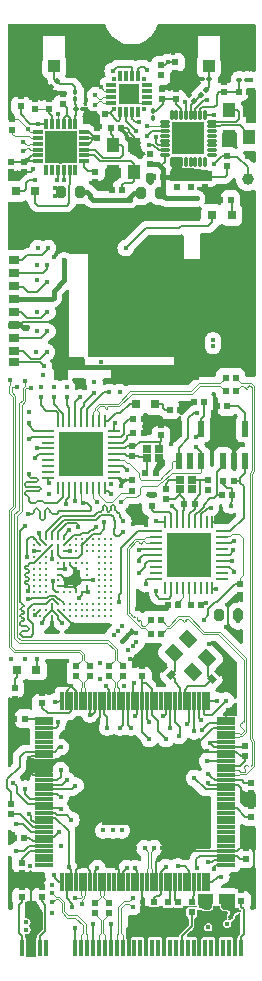
<source format=gbr>
%TF.GenerationSoftware,KiCad,Pcbnew,8.0.6*%
%TF.CreationDate,2024-11-27T00:56:58+01:00*%
%TF.ProjectId,M2SmartHome,4d32536d-6172-4744-986f-6d652e6b6963,rev?*%
%TF.SameCoordinates,Original*%
%TF.FileFunction,Copper,L1,Top*%
%TF.FilePolarity,Positive*%
%FSLAX46Y46*%
G04 Gerber Fmt 4.6, Leading zero omitted, Abs format (unit mm)*
G04 Created by KiCad (PCBNEW 8.0.6) date 2024-11-27 00:56:58*
%MOMM*%
%LPD*%
G01*
G04 APERTURE LIST*
G04 Aperture macros list*
%AMRoundRect*
0 Rectangle with rounded corners*
0 $1 Rounding radius*
0 $2 $3 $4 $5 $6 $7 $8 $9 X,Y pos of 4 corners*
0 Add a 4 corners polygon primitive as box body*
4,1,4,$2,$3,$4,$5,$6,$7,$8,$9,$2,$3,0*
0 Add four circle primitives for the rounded corners*
1,1,$1+$1,$2,$3*
1,1,$1+$1,$4,$5*
1,1,$1+$1,$6,$7*
1,1,$1+$1,$8,$9*
0 Add four rect primitives between the rounded corners*
20,1,$1+$1,$2,$3,$4,$5,0*
20,1,$1+$1,$4,$5,$6,$7,0*
20,1,$1+$1,$6,$7,$8,$9,0*
20,1,$1+$1,$8,$9,$2,$3,0*%
%AMRotRect*
0 Rectangle, with rotation*
0 The origin of the aperture is its center*
0 $1 length*
0 $2 width*
0 $3 Rotation angle, in degrees counterclockwise*
0 Add horizontal line*
21,1,$1,$2,0,0,$3*%
G04 Aperture macros list end*
%TA.AperFunction,SMDPad,CuDef*%
%ADD10RoundRect,0.100000X-0.100000X0.130000X-0.100000X-0.130000X0.100000X-0.130000X0.100000X0.130000X0*%
%TD*%
%TA.AperFunction,SMDPad,CuDef*%
%ADD11RoundRect,0.100000X0.021213X0.162635X-0.162635X-0.021213X-0.021213X-0.162635X0.162635X0.021213X0*%
%TD*%
%TA.AperFunction,SMDPad,CuDef*%
%ADD12RoundRect,0.100000X-0.130000X-0.100000X0.130000X-0.100000X0.130000X0.100000X-0.130000X0.100000X0*%
%TD*%
%TA.AperFunction,SMDPad,CuDef*%
%ADD13C,0.240000*%
%TD*%
%TA.AperFunction,SMDPad,CuDef*%
%ADD14R,0.900000X0.700000*%
%TD*%
%TA.AperFunction,SMDPad,CuDef*%
%ADD15R,1.200000X1.000000*%
%TD*%
%TA.AperFunction,SMDPad,CuDef*%
%ADD16R,2.800000X1.000000*%
%TD*%
%TA.AperFunction,SMDPad,CuDef*%
%ADD17R,1.900000X1.300000*%
%TD*%
%TA.AperFunction,SMDPad,CuDef*%
%ADD18R,0.900000X1.000000*%
%TD*%
%TA.AperFunction,SMDPad,CuDef*%
%ADD19R,0.800000X1.000000*%
%TD*%
%TA.AperFunction,SMDPad,CuDef*%
%ADD20R,0.260000X1.080000*%
%TD*%
%TA.AperFunction,SMDPad,CuDef*%
%ADD21R,1.080000X0.260000*%
%TD*%
%TA.AperFunction,SMDPad,CuDef*%
%ADD22R,3.700000X3.700000*%
%TD*%
%TA.AperFunction,SMDPad,CuDef*%
%ADD23C,1.000000*%
%TD*%
%TA.AperFunction,SMDPad,CuDef*%
%ADD24R,5.550000X5.550000*%
%TD*%
%TA.AperFunction,SMDPad,CuDef*%
%ADD25RoundRect,0.006900X0.108100X-0.728100X0.108100X0.728100X-0.108100X0.728100X-0.108100X-0.728100X0*%
%TD*%
%TA.AperFunction,SMDPad,CuDef*%
%ADD26RoundRect,0.006900X-0.728100X-0.108100X0.728100X-0.108100X0.728100X0.108100X-0.728100X0.108100X0*%
%TD*%
%TA.AperFunction,SMDPad,CuDef*%
%ADD27RotRect,1.050000X1.300000X45.000000*%
%TD*%
%TA.AperFunction,SMDPad,CuDef*%
%ADD28R,0.750000X0.650000*%
%TD*%
%TA.AperFunction,SMDPad,CuDef*%
%ADD29R,1.050000X1.300000*%
%TD*%
%TA.AperFunction,SMDPad,CuDef*%
%ADD30R,2.700000X2.700000*%
%TD*%
%TA.AperFunction,SMDPad,CuDef*%
%ADD31RoundRect,0.019800X0.090200X0.350200X-0.090200X0.350200X-0.090200X-0.350200X0.090200X-0.350200X0*%
%TD*%
%TA.AperFunction,SMDPad,CuDef*%
%ADD32RoundRect,0.006600X0.363400X0.103400X-0.363400X0.103400X-0.363400X-0.103400X0.363400X-0.103400X0*%
%TD*%
%TA.AperFunction,SMDPad,CuDef*%
%ADD33R,0.800000X0.800000*%
%TD*%
%TA.AperFunction,SMDPad,CuDef*%
%ADD34RoundRect,0.009100X0.395900X0.120900X-0.395900X0.120900X-0.395900X-0.120900X0.395900X-0.120900X0*%
%TD*%
%TA.AperFunction,SMDPad,CuDef*%
%ADD35RoundRect,0.009100X0.120900X0.395900X-0.120900X0.395900X-0.120900X-0.395900X0.120900X-0.395900X0*%
%TD*%
%TA.AperFunction,SMDPad,CuDef*%
%ADD36R,1.000000X1.050000*%
%TD*%
%TA.AperFunction,SMDPad,CuDef*%
%ADD37R,1.050000X2.200000*%
%TD*%
%TA.AperFunction,SMDPad,CuDef*%
%ADD38R,0.560000X0.600000*%
%TD*%
%TA.AperFunction,SMDPad,CuDef*%
%ADD39R,0.600000X0.560000*%
%TD*%
%TA.AperFunction,SMDPad,CuDef*%
%ADD40R,0.350000X1.450000*%
%TD*%
%TA.AperFunction,SMDPad,CuDef*%
%ADD41RoundRect,0.200000X-0.200000X-0.275000X0.200000X-0.275000X0.200000X0.275000X-0.200000X0.275000X0*%
%TD*%
%TA.AperFunction,SMDPad,CuDef*%
%ADD42RoundRect,0.200000X0.200000X0.275000X-0.200000X0.275000X-0.200000X-0.275000X0.200000X-0.275000X0*%
%TD*%
%TA.AperFunction,SMDPad,CuDef*%
%ADD43RotRect,0.560000X0.600000X225.000000*%
%TD*%
%TA.AperFunction,SMDPad,CuDef*%
%ADD44R,1.800000X1.800000*%
%TD*%
%TA.AperFunction,SMDPad,CuDef*%
%ADD45R,0.300000X0.900000*%
%TD*%
%TA.AperFunction,SMDPad,CuDef*%
%ADD46R,0.350000X0.350000*%
%TD*%
%TA.AperFunction,SMDPad,CuDef*%
%ADD47R,0.900000X0.300000*%
%TD*%
%TA.AperFunction,SMDPad,CuDef*%
%ADD48R,0.558800X1.320800*%
%TD*%
%TA.AperFunction,SMDPad,CuDef*%
%ADD49RoundRect,0.100000X-0.021213X-0.162635X0.162635X0.021213X0.021213X0.162635X-0.162635X-0.021213X0*%
%TD*%
%TA.AperFunction,SMDPad,CuDef*%
%ADD50RoundRect,0.100000X0.130000X0.100000X-0.130000X0.100000X-0.130000X-0.100000X0.130000X-0.100000X0*%
%TD*%
%TA.AperFunction,SMDPad,CuDef*%
%ADD51RotRect,0.560000X0.600000X315.000000*%
%TD*%
%TA.AperFunction,SMDPad,CuDef*%
%ADD52RoundRect,0.100000X-0.162635X0.021213X0.021213X-0.162635X0.162635X-0.021213X-0.021213X0.162635X0*%
%TD*%
%TA.AperFunction,ViaPad*%
%ADD53C,0.400000*%
%TD*%
%TA.AperFunction,Conductor*%
%ADD54C,0.150000*%
%TD*%
%TA.AperFunction,Conductor*%
%ADD55C,0.100000*%
%TD*%
%TA.AperFunction,Conductor*%
%ADD56C,0.400000*%
%TD*%
%TA.AperFunction,Conductor*%
%ADD57C,0.125000*%
%TD*%
%TA.AperFunction,Conductor*%
%ADD58C,0.120000*%
%TD*%
%TA.AperFunction,Conductor*%
%ADD59C,0.200000*%
%TD*%
%TA.AperFunction,Conductor*%
%ADD60C,0.090000*%
%TD*%
G04 APERTURE END LIST*
D10*
%TO.P,L4,2*%
%TO.N,Net-(U1-RF_INOUT)*%
X87250000Y-92920000D03*
%TO.P,L4,1*%
%TO.N,Net-(C59-Pad2)*%
X87250000Y-92280000D03*
%TD*%
D11*
%TO.P,L3,2*%
%TO.N,Net-(U7-RF2G4_IO2)*%
X97873726Y-92526274D03*
%TO.P,L3,1*%
%TO.N,Net-(C53-Pad2)*%
X98326274Y-92073726D03*
%TD*%
D10*
%TO.P,L2,2*%
%TO.N,+3V3_Thread*%
X93800000Y-94525000D03*
%TO.P,L2,1*%
%TO.N,Net-(U7-PAVDD)*%
X93800000Y-93885000D03*
%TD*%
D12*
%TO.P,L1,2*%
%TO.N,+3V3_Thread*%
X101767500Y-91250000D03*
%TO.P,L1,1*%
%TO.N,Net-(U7-RFVDD)*%
X101127500Y-91250000D03*
%TD*%
D13*
%TO.P,U2,P14*%
%TO.N,N/C*%
X90267500Y-136637500D03*
%TO.P,U2,P13*%
X89767500Y-136637500D03*
%TO.P,U2,P12*%
X89267500Y-136637500D03*
%TO.P,U2,P11*%
X88767500Y-136637500D03*
%TO.P,U2,P10*%
X88267500Y-136637500D03*
%TO.P,U2,P9*%
X87767500Y-136637500D03*
%TO.P,U2,P8*%
X87267500Y-136637500D03*
%TO.P,U2,P7*%
X86767500Y-136637500D03*
%TO.P,U2,P6,VSSQ_P6*%
%TO.N,GND*%
X86267500Y-136637500D03*
%TO.P,U2,P5,VCCQ_P5*%
%TO.N,+3V3_eMMC*%
X85767500Y-136637500D03*
%TO.P,U2,P4,VSSQ_P4*%
%TO.N,GND*%
X85267500Y-136637500D03*
%TO.P,U2,P3,VCCQ_P3*%
%TO.N,+3V3_eMMC*%
X84767500Y-136637500D03*
%TO.P,U2,P2*%
%TO.N,N/C*%
X84267500Y-136637500D03*
%TO.P,U2,P1*%
X83767500Y-136637500D03*
%TO.P,U2,N14*%
X90267500Y-136137500D03*
%TO.P,U2,N13*%
X89767500Y-136137500D03*
%TO.P,U2,N12*%
X89267500Y-136137500D03*
%TO.P,U2,N11*%
X88767500Y-136137500D03*
%TO.P,U2,N10*%
X88267500Y-136137500D03*
%TO.P,U2,N9*%
X87767500Y-136137500D03*
%TO.P,U2,N8*%
X87267500Y-136137500D03*
%TO.P,U2,N7*%
X86767500Y-136137500D03*
%TO.P,U2,N6*%
X86267500Y-136137500D03*
%TO.P,U2,N5,VSSQ_N5*%
%TO.N,GND*%
X85767500Y-136137500D03*
%TO.P,U2,N4,VCCQ_N4*%
%TO.N,+3V3_eMMC*%
X85267500Y-136137500D03*
%TO.P,U2,N3*%
%TO.N,N/C*%
X84767500Y-136137500D03*
%TO.P,U2,N2,VSSQ_N2*%
%TO.N,GND*%
X84267500Y-136137500D03*
%TO.P,U2,N1*%
%TO.N,N/C*%
X83767500Y-136137500D03*
%TO.P,U2,M14*%
X90267500Y-135637500D03*
%TO.P,U2,M13*%
X89767500Y-135637500D03*
%TO.P,U2,M12*%
X89267500Y-135637500D03*
%TO.P,U2,M11*%
X88767500Y-135637500D03*
%TO.P,U2,M10*%
X88267500Y-135637500D03*
%TO.P,U2,M9*%
X87767500Y-135637500D03*
%TO.P,U2,M8*%
X87267500Y-135637500D03*
%TO.P,U2,M7*%
X86767500Y-135637500D03*
%TO.P,U2,M6,CLK*%
%TO.N,/emmc/eMMC.CLK*%
X86267500Y-135637500D03*
%TO.P,U2,M5,CMD*%
%TO.N,/emmc/eMMC.CMD*%
X85767500Y-135637500D03*
%TO.P,U2,M4,VCCQ_M4*%
%TO.N,+3V3_eMMC*%
X85267500Y-135637500D03*
%TO.P,U2,M3*%
%TO.N,N/C*%
X84767500Y-135637500D03*
%TO.P,U2,M2*%
X84267500Y-135637500D03*
%TO.P,U2,M1*%
X83767500Y-135637500D03*
%TO.P,U2,L14*%
X90267500Y-135137500D03*
%TO.P,U2,L13*%
X89767500Y-135137500D03*
%TO.P,U2,L12*%
X89267500Y-135137500D03*
%TO.P,U2,L3*%
X84767500Y-135137500D03*
%TO.P,U2,L2*%
X84267500Y-135137500D03*
%TO.P,U2,L1*%
X83767500Y-135137500D03*
%TO.P,U2,K14*%
X90267500Y-134637500D03*
%TO.P,U2,K13*%
X89767500Y-134637500D03*
%TO.P,U2,K12*%
X89267500Y-134637500D03*
%TO.P,U2,K10,VSF4*%
%TO.N,unconnected-(U2-VSF4-PadK10)*%
X88267500Y-134637500D03*
%TO.P,U2,K9,VCC_K9*%
%TO.N,+3V3_eMMC*%
X87767500Y-134637500D03*
%TO.P,U2,K8,VSS_K8*%
%TO.N,GND*%
X87267500Y-134637500D03*
%TO.P,U2,K7*%
%TO.N,N/C*%
X86767500Y-134637500D03*
%TO.P,U2,K6*%
X86267500Y-134637500D03*
%TO.P,U2,K5,RST_N*%
%TO.N,Net-(U2-RST_N)*%
X85767500Y-134637500D03*
%TO.P,U2,K3*%
%TO.N,N/C*%
X84767500Y-134637500D03*
%TO.P,U2,K2*%
X84267500Y-134637500D03*
%TO.P,U2,K1*%
X83767500Y-134637500D03*
%TO.P,U2,J14*%
X90267500Y-134137500D03*
%TO.P,U2,J13*%
X89767500Y-134137500D03*
%TO.P,U2,J12*%
X89267500Y-134137500D03*
%TO.P,U2,J10,VCC_J10*%
%TO.N,+3V3_eMMC*%
X88267500Y-134137500D03*
%TO.P,U2,J5,VSS_J5*%
%TO.N,GND*%
X85767500Y-134137500D03*
%TO.P,U2,J3*%
%TO.N,N/C*%
X84767500Y-134137500D03*
%TO.P,U2,J2*%
X84267500Y-134137500D03*
%TO.P,U2,J1*%
X83767500Y-134137500D03*
%TO.P,U2,H14*%
X90267500Y-133637500D03*
%TO.P,U2,H13*%
X89767500Y-133637500D03*
%TO.P,U2,H12*%
X89267500Y-133637500D03*
%TO.P,U2,H10,VSS_H10*%
%TO.N,GND*%
X88267500Y-133637500D03*
%TO.P,U2,H5,RCLK*%
%TO.N,unconnected-(U2-RCLK-PadH5)*%
X85767500Y-133637500D03*
%TO.P,U2,H3*%
%TO.N,N/C*%
X84767500Y-133637500D03*
%TO.P,U2,H2*%
X84267500Y-133637500D03*
%TO.P,U2,H1*%
X83767500Y-133637500D03*
%TO.P,U2,G14*%
X90267500Y-133137500D03*
%TO.P,U2,G13*%
X89767500Y-133137500D03*
%TO.P,U2,G12*%
X89267500Y-133137500D03*
%TO.P,U2,G10*%
X88267500Y-133137500D03*
%TO.P,U2,G5,VSS_G5*%
%TO.N,GND*%
X85767500Y-133137500D03*
%TO.P,U2,G3*%
%TO.N,N/C*%
X84767500Y-133137500D03*
%TO.P,U2,G2*%
X84267500Y-133137500D03*
%TO.P,U2,G1*%
X83767500Y-133137500D03*
%TO.P,U2,F14*%
X90267500Y-132637500D03*
%TO.P,U2,F13*%
X89767500Y-132637500D03*
%TO.P,U2,F12*%
X89267500Y-132637500D03*
%TO.P,U2,F10,VSF3*%
%TO.N,unconnected-(U2-VSF3-PadF10)*%
X88267500Y-132637500D03*
%TO.P,U2,F5,VCC_F5*%
%TO.N,+3V3_eMMC*%
X85767500Y-132637500D03*
%TO.P,U2,F3*%
%TO.N,N/C*%
X84767500Y-132637500D03*
%TO.P,U2,F2*%
X84267500Y-132637500D03*
%TO.P,U2,F1*%
X83767500Y-132637500D03*
%TO.P,U2,E14*%
X90267500Y-132137500D03*
%TO.P,U2,E13*%
X89767500Y-132137500D03*
%TO.P,U2,E12*%
X89267500Y-132137500D03*
%TO.P,U2,E10,VSF2*%
%TO.N,unconnected-(U2-VSF2-PadE10)*%
X88267500Y-132137500D03*
%TO.P,U2,E9,VSF1*%
%TO.N,unconnected-(U2-VSF1-PadE9)*%
X87767500Y-132137500D03*
%TO.P,U2,E8,VSF0*%
%TO.N,unconnected-(U2-VSF0-PadE8)*%
X87267500Y-132137500D03*
%TO.P,U2,E7,VSS_E7*%
%TO.N,GND*%
X86767500Y-132137500D03*
%TO.P,U2,E6,VCC_E6*%
%TO.N,+3V3_eMMC*%
X86267500Y-132137500D03*
%TO.P,U2,E5*%
%TO.N,N/C*%
X85767500Y-132137500D03*
%TO.P,U2,E3*%
X84767500Y-132137500D03*
%TO.P,U2,E2*%
X84267500Y-132137500D03*
%TO.P,U2,E1*%
X83767500Y-132137500D03*
%TO.P,U2,D14*%
X90267500Y-131637500D03*
%TO.P,U2,D13*%
X89767500Y-131637500D03*
%TO.P,U2,D12*%
X89267500Y-131637500D03*
%TO.P,U2,D4*%
X85267500Y-131637500D03*
%TO.P,U2,D3*%
X84767500Y-131637500D03*
%TO.P,U2,D2*%
X84267500Y-131637500D03*
%TO.P,U2,D1*%
X83767500Y-131637500D03*
%TO.P,U2,C14*%
X90267500Y-131137500D03*
%TO.P,U2,C13*%
X89767500Y-131137500D03*
%TO.P,U2,C12*%
X89267500Y-131137500D03*
%TO.P,U2,C11*%
X88767500Y-131137500D03*
%TO.P,U2,C10*%
X88267500Y-131137500D03*
%TO.P,U2,C9*%
X87767500Y-131137500D03*
%TO.P,U2,C8*%
X87267500Y-131137500D03*
%TO.P,U2,C7*%
X86767500Y-131137500D03*
%TO.P,U2,C6,VCCQ_C6*%
%TO.N,+3V3_eMMC*%
X86267500Y-131137500D03*
%TO.P,U2,C5*%
%TO.N,N/C*%
X85767500Y-131137500D03*
%TO.P,U2,C4,VSSQ_C4*%
%TO.N,GND*%
X85267500Y-131137500D03*
%TO.P,U2,C3*%
%TO.N,N/C*%
X84767500Y-131137500D03*
%TO.P,U2,C2,VDDI*%
%TO.N,Net-(U2-VDDI)*%
X84267500Y-131137500D03*
%TO.P,U2,C1*%
%TO.N,N/C*%
X83767500Y-131137500D03*
%TO.P,U2,B14*%
X90267500Y-130637500D03*
%TO.P,U2,B13*%
X89767500Y-130637500D03*
%TO.P,U2,B12*%
X89267500Y-130637500D03*
%TO.P,U2,B11*%
X88767500Y-130637500D03*
%TO.P,U2,B10*%
X88267500Y-130637500D03*
%TO.P,U2,B9*%
X87767500Y-130637500D03*
%TO.P,U2,B8*%
X87267500Y-130637500D03*
%TO.P,U2,B7*%
X86767500Y-130637500D03*
%TO.P,U2,B6,DAT7*%
%TO.N,/emmc/eMMC.DAT7*%
X86267500Y-130637500D03*
%TO.P,U2,B5,DAT6*%
%TO.N,/emmc/eMMC.DAT6*%
X85767500Y-130637500D03*
%TO.P,U2,B4,DAT5*%
%TO.N,/emmc/eMMC.DAT5*%
X85267500Y-130637500D03*
%TO.P,U2,B3,DAT4*%
%TO.N,/emmc/eMMC.DAT4*%
X84767500Y-130637500D03*
%TO.P,U2,B2,DAT3*%
%TO.N,/emmc/eMMC.DAT3*%
X84267500Y-130637500D03*
%TO.P,U2,B1*%
%TO.N,N/C*%
X83767500Y-130637500D03*
%TO.P,U2,A14*%
X90267500Y-130137500D03*
%TO.P,U2,A13*%
X89767500Y-130137500D03*
%TO.P,U2,A12*%
X89267500Y-130137500D03*
%TO.P,U2,A11*%
X88767500Y-130137500D03*
%TO.P,U2,A10*%
X88267500Y-130137500D03*
%TO.P,U2,A9*%
X87767500Y-130137500D03*
%TO.P,U2,A8*%
X87267500Y-130137500D03*
%TO.P,U2,A7*%
X86767500Y-130137500D03*
%TO.P,U2,A6,VSS_A6*%
%TO.N,GND*%
X86267500Y-130137500D03*
%TO.P,U2,A5,DAT2*%
%TO.N,/emmc/eMMC.DAT2*%
X85767500Y-130137500D03*
%TO.P,U2,A4,DAT1*%
%TO.N,/emmc/eMMC.DAT1*%
X85267500Y-130137500D03*
%TO.P,U2,A3,DAT0*%
%TO.N,/emmc/eMMC.DAT0*%
X84767500Y-130137500D03*
%TO.P,U2,A2*%
%TO.N,N/C*%
X84267500Y-130137500D03*
%TO.P,U2,A1*%
X83767500Y-130137500D03*
%TD*%
D14*
%TO.P,J5,1,DAT2*%
%TO.N,/sd-card/uSD.D2*%
X82025000Y-106532500D03*
%TO.P,J5,2,DAT3/CD*%
%TO.N,/sd-card/uSD.D3*%
X82025000Y-107632500D03*
%TO.P,J5,3,CMD*%
%TO.N,/sd-card/uSD.CMD*%
X82025000Y-108732500D03*
%TO.P,J5,4,VDD*%
%TO.N,/sd-card/CRD_PWR*%
X82025000Y-109832500D03*
%TO.P,J5,5,CLK*%
%TO.N,/sd-card/uSD.CLK*%
X82025000Y-110932500D03*
%TO.P,J5,6,VSS*%
%TO.N,GND*%
X82025000Y-112032500D03*
%TO.P,J5,7,DAT0*%
%TO.N,/sd-card/uSD.D0*%
X82025000Y-113132500D03*
%TO.P,J5,8,DAT1*%
%TO.N,/sd-card/uSD.D1*%
X82025000Y-114232500D03*
D15*
%TO.P,J5,P1,SHIELD*%
%TO.N,GND*%
X86025000Y-116132500D03*
D16*
%TO.P,J5,P2,SHIELD*%
X96375000Y-116132500D03*
D17*
%TO.P,J5,P3,SHIELD*%
X96825000Y-102632500D03*
D18*
%TO.P,J5,P4,SHIELD*%
X82025000Y-104982500D03*
D19*
%TO.P,J5,SWA,A*%
X92225000Y-116132500D03*
D14*
%TO.P,J5,SWB,B*%
%TO.N,Net-(J5-B)*%
X82025000Y-115182500D03*
%TD*%
D20*
%TO.P,U8,1,LED*%
%TO.N,Net-(D1-A)*%
X89737500Y-120147750D03*
%TO.P,U8,2,USB+*%
%TO.N,/emmc/USB_1_DP*%
X89237500Y-120147750D03*
%TO.P,U8,3,USB-*%
%TO.N,/emmc/USB_1_DN*%
X88737500Y-120147750D03*
%TO.P,U8,4,SD_D1*%
%TO.N,/emmc/eMMC.DAT1*%
X88237500Y-120147750D03*
%TO.P,U8,5,SD_D0*%
%TO.N,/emmc/eMMC.DAT0*%
X87737500Y-120147750D03*
%TO.P,U8,6,VDD33*%
%TO.N,+3V3_eMMC*%
X87237500Y-120147750D03*
%TO.P,U8,7,SD_D7*%
%TO.N,/emmc/eMMC.DAT7*%
X86737500Y-120147750D03*
%TO.P,U8,8,SD_D6*%
%TO.N,/emmc/eMMC.DAT6*%
X86237500Y-120147750D03*
%TO.P,U8,9,SD_CLK*%
%TO.N,/emmc/eMMC.CLK*%
X85737500Y-120147750D03*
D21*
%TO.P,U8,10,SD_D5*%
%TO.N,/emmc/eMMC.DAT5*%
X84922500Y-120962750D03*
%TO.P,U8,11,SD_CMD*%
%TO.N,/emmc/eMMC.CMD*%
X84922500Y-121462750D03*
%TO.P,U8,12,NC*%
%TO.N,unconnected-(U8-NC-Pad12)*%
X84922500Y-121962750D03*
%TO.P,U8,13,VDD18*%
%TO.N,Net-(U8-VDD18)*%
X84922500Y-122462750D03*
%TO.P,U8,14,VDD33*%
%TO.N,+3V3_eMMC*%
X84922500Y-122962750D03*
%TO.P,U8,15,NC*%
%TO.N,unconnected-(U8-NC-Pad15)*%
X84922500Y-123462750D03*
%TO.P,U8,16,NC*%
%TO.N,unconnected-(U8-NC-Pad16)*%
X84922500Y-123962750D03*
%TO.P,U8,17,NC*%
%TO.N,unconnected-(U8-NC-Pad17)*%
X84922500Y-124462750D03*
%TO.P,U8,18,~{RESET_N}*%
%TO.N,/emmc/~{reset}*%
X84922500Y-124962750D03*
D20*
%TO.P,U8,19,NC*%
%TO.N,unconnected-(U8-NC-Pad19)*%
X85737500Y-125777750D03*
%TO.P,U8,20,SD_D4*%
%TO.N,/emmc/eMMC.DAT4*%
X86237500Y-125777750D03*
%TO.P,U8,21,CRD_PWR*%
%TO.N,Net-(U2-RST_N)*%
X86737500Y-125777750D03*
%TO.P,U8,22,VDD33*%
%TO.N,+3V3_eMMC*%
X87237500Y-125777750D03*
%TO.P,U8,23,SD_D3*%
%TO.N,/emmc/eMMC.DAT3*%
X87737500Y-125777750D03*
%TO.P,U8,24,NC*%
%TO.N,unconnected-(U8-NC-Pad24)*%
X88237500Y-125777750D03*
%TO.P,U8,25,SD_D2*%
%TO.N,/emmc/eMMC.DAT2*%
X88737500Y-125777750D03*
%TO.P,U8,26,SD_nCD*%
%TO.N,Net-(U8-SD_nCD)*%
X89237500Y-125777750D03*
%TO.P,U8,27,RXD/SDA*%
%TO.N,/emmc/SDA*%
X89737500Y-125777750D03*
D21*
%TO.P,U8,28,TEST*%
%TO.N,GND*%
X90552500Y-124962750D03*
%TO.P,U8,29,NC*%
%TO.N,unconnected-(U8-NC-Pad29)*%
X90552500Y-124462750D03*
%TO.P,U8,30,SD_WP*%
%TO.N,Net-(U8-SD_WP)*%
X90552500Y-123962750D03*
%TO.P,U8,31,TXD/SCK*%
%TO.N,/emmc/SCK*%
X90552500Y-123462750D03*
%TO.P,U8,32,XTAL2*%
%TO.N,/emmc/XTAL2*%
X90552500Y-122962750D03*
%TO.P,U8,33,XTAL1(CLKIN)*%
%TO.N,/emmc/XTAL1*%
X90552500Y-122462750D03*
%TO.P,U8,34,VDD18PLL*%
%TO.N,Net-(U8-VDD18PLL)*%
X90552500Y-121962750D03*
%TO.P,U8,35,RBIAS*%
%TO.N,Net-(U8-RBIAS)*%
X90552500Y-121462750D03*
%TO.P,U8,36,VDDA33*%
%TO.N,+3V3_eMMC*%
X90552500Y-120962750D03*
D22*
%TO.P,U8,37,VSS*%
%TO.N,GND*%
X87737500Y-122962750D03*
%TD*%
D21*
%TO.P,U9,1,LED*%
%TO.N,Net-(D2-A)*%
X94035000Y-129482500D03*
%TO.P,U9,2,USB+*%
%TO.N,/pcie-usb-bridge/USB_2_DP*%
X94035000Y-129982500D03*
%TO.P,U9,3,USB-*%
%TO.N,/pcie-usb-bridge/USB_2_DN*%
X94035000Y-130482500D03*
%TO.P,U9,4,SD_D1*%
%TO.N,/sd-card/uSD.D1*%
X94035000Y-130982500D03*
%TO.P,U9,5,SD_D0*%
%TO.N,/sd-card/uSD.D0*%
X94035000Y-131482500D03*
%TO.P,U9,6,VDD33*%
%TO.N,+3V3_uSD*%
X94035000Y-131982500D03*
%TO.P,U9,7,SD_D7*%
%TO.N,unconnected-(U9-SD_D7-Pad7)*%
X94035000Y-132482500D03*
%TO.P,U9,8,SD_D6*%
%TO.N,unconnected-(U9-SD_D6-Pad8)*%
X94035000Y-132982500D03*
%TO.P,U9,9,SD_CLK*%
%TO.N,/sd-card/uSD.CLK*%
X94035000Y-133482500D03*
D20*
%TO.P,U9,10,SD_D5*%
%TO.N,unconnected-(U9-SD_D5-Pad10)*%
X94850000Y-134297500D03*
%TO.P,U9,11,SD_CMD*%
%TO.N,/sd-card/uSD.CMD*%
X95350000Y-134297500D03*
%TO.P,U9,12,NC*%
%TO.N,unconnected-(U9-NC-Pad12)*%
X95850000Y-134297500D03*
%TO.P,U9,13,VDD18*%
%TO.N,Net-(U9-VDD18)*%
X96350000Y-134297500D03*
%TO.P,U9,14,VDD33*%
%TO.N,+3V3_uSD*%
X96850000Y-134297500D03*
%TO.P,U9,15,NC*%
%TO.N,unconnected-(U9-NC-Pad15)*%
X97350000Y-134297500D03*
%TO.P,U9,16,NC*%
%TO.N,unconnected-(U9-NC-Pad16)*%
X97850000Y-134297500D03*
%TO.P,U9,17,NC*%
%TO.N,unconnected-(U9-NC-Pad17)*%
X98350000Y-134297500D03*
%TO.P,U9,18,~{RESET_N}*%
%TO.N,/sd-card/~{reset}*%
X98850000Y-134297500D03*
D21*
%TO.P,U9,19,NC*%
%TO.N,unconnected-(U9-NC-Pad19)*%
X99665000Y-133482500D03*
%TO.P,U9,20,SD_D4*%
%TO.N,unconnected-(U9-SD_D4-Pad20)*%
X99665000Y-132982500D03*
%TO.P,U9,21,CRD_PWR*%
%TO.N,/sd-card/CRD_PWR*%
X99665000Y-132482500D03*
%TO.P,U9,22,VDD33*%
%TO.N,+3V3_uSD*%
X99665000Y-131982500D03*
%TO.P,U9,23,SD_D3*%
%TO.N,/sd-card/uSD.D3*%
X99665000Y-131482500D03*
%TO.P,U9,24,NC*%
%TO.N,unconnected-(U9-NC-Pad24)*%
X99665000Y-130982500D03*
%TO.P,U9,25,SD_D2*%
%TO.N,/sd-card/uSD.D2*%
X99665000Y-130482500D03*
%TO.P,U9,26,SD_nCD*%
%TO.N,/sd-card/DET*%
X99665000Y-129982500D03*
%TO.P,U9,27,RXD/SDA*%
%TO.N,/sd-card/SDA*%
X99665000Y-129482500D03*
D20*
%TO.P,U9,28,TEST*%
%TO.N,GND*%
X98850000Y-128667500D03*
%TO.P,U9,29,NC*%
%TO.N,unconnected-(U9-NC-Pad29)*%
X98350000Y-128667500D03*
%TO.P,U9,30,SD_WP*%
%TO.N,Net-(U9-SD_WP)*%
X97850000Y-128667500D03*
%TO.P,U9,31,TXD/SCK*%
%TO.N,/sd-card/SCK*%
X97350000Y-128667500D03*
%TO.P,U9,32,XTAL2*%
%TO.N,/sd-card/XTAL2*%
X96850000Y-128667500D03*
%TO.P,U9,33,XTAL1(CLKIN)*%
%TO.N,/sd-card/XTAL1*%
X96350000Y-128667500D03*
%TO.P,U9,34,VDD18PLL*%
%TO.N,Net-(U9-VDD18PLL)*%
X95850000Y-128667500D03*
%TO.P,U9,35,RBIAS*%
%TO.N,Net-(U9-RBIAS)*%
X95350000Y-128667500D03*
%TO.P,U9,36,VDDA33*%
%TO.N,+3V3_uSD*%
X94850000Y-128667500D03*
D22*
%TO.P,U9,37,VSS*%
%TO.N,GND*%
X96850000Y-131482500D03*
%TD*%
D23*
%TO.P,TP18,1*%
%TO.N,/thread-or-zigbee/RESET*%
X101847500Y-99650000D03*
%TD*%
D24*
%TO.P,U3,129,VSS*%
%TO.N,GND*%
X92300000Y-151530000D03*
D25*
%TO.P,U3,128,VDDA*%
%TO.N,+3V3_Bridge*%
X86100000Y-143860000D03*
%TO.P,U3,127,VSS*%
%TO.N,GND*%
X86500000Y-143860000D03*
%TO.P,U3,126,RREF[1]*%
%TO.N,Net-(U3-RREF[1])*%
X86900000Y-143860000D03*
%TO.P,U3,125,VSS*%
%TO.N,GND*%
X87300000Y-143860000D03*
%TO.P,U3,124,DP[1]*%
%TO.N,/pcie-usb-bridge/R_USB_1_DP*%
X87700000Y-143860000D03*
%TO.P,U3,123,DM[1]*%
%TO.N,/pcie-usb-bridge/R_USB_1_DN*%
X88100000Y-143860000D03*
%TO.P,U3,122,VDDA*%
%TO.N,+3V3_Bridge*%
X88500000Y-143860000D03*
%TO.P,U3,121,VDDA*%
X88900000Y-143860000D03*
%TO.P,U3,120,VSS*%
%TO.N,GND*%
X89300000Y-143860000D03*
%TO.P,U3,119,RREF[2]*%
%TO.N,Net-(U3-RREF[2])*%
X89700000Y-143860000D03*
%TO.P,U3,118,VSS*%
%TO.N,GND*%
X90100000Y-143860000D03*
%TO.P,U3,117,DP[2]*%
%TO.N,/pcie-usb-bridge/R_USB_2_DP*%
X90500000Y-143860000D03*
%TO.P,U3,116,DM[2]*%
%TO.N,/pcie-usb-bridge/R_USB_2_DN*%
X90900000Y-143860000D03*
%TO.P,U3,115,VDDA*%
%TO.N,+3V3_Bridge*%
X91300000Y-143860000D03*
%TO.P,U3,114,TEST5*%
%TO.N,Net-(U3-TEST5)*%
X91700000Y-143860000D03*
%TO.P,U3,113,PME_L*%
%TO.N,Net-(U3-PME_L)*%
X92100000Y-143860000D03*
%TO.P,U3,112,VDDR*%
%TO.N,+3V3_Bridge*%
X92500000Y-143860000D03*
%TO.P,U3,111,VDDC*%
%TO.N,+1V0_core*%
X92900000Y-143860000D03*
%TO.P,U3,110,VSS*%
%TO.N,GND*%
X93300000Y-143860000D03*
%TO.P,U3,109,VDDC*%
%TO.N,+1V0_core*%
X93700000Y-143860000D03*
%TO.P,U3,108*%
%TO.N,N/C*%
X94100000Y-143860000D03*
%TO.P,U3,107*%
X94500000Y-143860000D03*
%TO.P,U3,106,VSS*%
%TO.N,GND*%
X94900000Y-143860000D03*
%TO.P,U3,105,VDDR*%
%TO.N,+3V3_Bridge*%
X95300000Y-143860000D03*
%TO.P,U3,104,PERST_L*%
%TO.N,/pcie-usb-bridge/PERST_L*%
X95700000Y-143860000D03*
%TO.P,U3,103,XO*%
%TO.N,Net-(U3-XO)*%
X96100000Y-143860000D03*
%TO.P,U3,102,XI*%
%TO.N,Net-(U3-XI)*%
X96500000Y-143860000D03*
%TO.P,U3,101,VSS*%
%TO.N,GND*%
X96900000Y-143860000D03*
%TO.P,U3,100,VDDC*%
%TO.N,+1V0_core*%
X97300000Y-143860000D03*
%TO.P,U3,99,EECLK*%
%TO.N,/pcie-usb-bridge/EECLK*%
X97700000Y-143860000D03*
%TO.P,U3,98,EEPD*%
%TO.N,/pcie-usb-bridge/EEPD*%
X98100000Y-143860000D03*
%TO.P,U3,97,VDDA*%
%TO.N,+3V3_Bridge*%
X98500000Y-143860000D03*
D26*
%TO.P,U3,96,VSS*%
%TO.N,GND*%
X99970000Y-145330000D03*
%TO.P,U3,95,RREF[3]*%
%TO.N,Net-(U3-RREF[3])*%
X99970000Y-145730000D03*
%TO.P,U3,94,VSS*%
%TO.N,GND*%
X99970000Y-146130000D03*
%TO.P,U3,93,DP[3]*%
%TO.N,/pcie-usb-bridge/R_USB_3_DP*%
X99970000Y-146530000D03*
%TO.P,U3,92,DM[3]*%
%TO.N,/pcie-usb-bridge/R_USB_3_DN*%
X99970000Y-146930000D03*
%TO.P,U3,91,VDDA*%
%TO.N,+3V3_Bridge*%
X99970000Y-147330000D03*
%TO.P,U3,90,VDDA*%
X99970000Y-147730000D03*
%TO.P,U3,89,VSS*%
%TO.N,GND*%
X99970000Y-148130000D03*
%TO.P,U3,88*%
%TO.N,N/C*%
X99970000Y-148530000D03*
%TO.P,U3,87,RREF[4]*%
%TO.N,Net-(U3-RREF[4])*%
X99970000Y-148930000D03*
%TO.P,U3,86,VSS*%
%TO.N,GND*%
X99970000Y-149330000D03*
%TO.P,U3,85,DP[4]*%
%TO.N,/pcie-usb-bridge/R_USB_4_DP*%
X99970000Y-149730000D03*
%TO.P,U3,84,DM[4]*%
%TO.N,/pcie-usb-bridge/R_USB_4_DN*%
X99970000Y-150130000D03*
%TO.P,U3,83,VDDA*%
%TO.N,+3V3_Bridge*%
X99970000Y-150530000D03*
%TO.P,U3,82,VSS*%
%TO.N,GND*%
X99970000Y-150930000D03*
%TO.P,U3,81,VDDC*%
%TO.N,+1V0_core*%
X99970000Y-151330000D03*
%TO.P,U3,80*%
%TO.N,N/C*%
X99970000Y-151730000D03*
%TO.P,U3,79*%
X99970000Y-152130000D03*
%TO.P,U3,78*%
X99970000Y-152530000D03*
%TO.P,U3,77,TEST4*%
%TO.N,Net-(U3-TEST4)*%
X99970000Y-152930000D03*
%TO.P,U3,76,GPIO[7]*%
%TO.N,unconnected-(U3-GPIO[7]-Pad76)*%
X99970000Y-153330000D03*
%TO.P,U3,75,GPIO[6]*%
%TO.N,unconnected-(U3-GPIO[6]-Pad75)*%
X99970000Y-153730000D03*
%TO.P,U3,74,GPIO[5]*%
%TO.N,unconnected-(U3-GPIO[5]-Pad74)*%
X99970000Y-154130000D03*
%TO.P,U3,73,GPIO[4]*%
%TO.N,unconnected-(U3-GPIO[4]-Pad73)*%
X99970000Y-154530000D03*
%TO.P,U3,72,GPIO[3]*%
%TO.N,unconnected-(U3-GPIO[3]-Pad72)*%
X99970000Y-154930000D03*
%TO.P,U3,71,GPIO[2]*%
%TO.N,unconnected-(U3-GPIO[2]-Pad71)*%
X99970000Y-155330000D03*
%TO.P,U3,70,GPIO[1]*%
%TO.N,unconnected-(U3-GPIO[1]-Pad70)*%
X99970000Y-155730000D03*
%TO.P,U3,69,GPIO[0]*%
%TO.N,unconnected-(U3-GPIO[0]-Pad69)*%
X99970000Y-156130000D03*
%TO.P,U3,68,VSS*%
%TO.N,GND*%
X99970000Y-156530000D03*
%TO.P,U3,67,VDDR*%
%TO.N,+3V3_Bridge*%
X99970000Y-156930000D03*
%TO.P,U3,66,TEST6*%
%TO.N,Net-(U3-TEST6)*%
X99970000Y-157330000D03*
%TO.P,U3,65,TEST3*%
%TO.N,Net-(U3-TEST3)*%
X99970000Y-157730000D03*
D25*
%TO.P,U3,64,SMBDATA*%
%TO.N,Net-(U3-SMBDATA)*%
X98500000Y-159200000D03*
%TO.P,U3,63*%
%TO.N,N/C*%
X98100000Y-159200000D03*
%TO.P,U3,62*%
X97700000Y-159200000D03*
%TO.P,U3,61,VSS*%
%TO.N,GND*%
X97300000Y-159200000D03*
%TO.P,U3,60,AVDD*%
%TO.N,+1V0_core*%
X96900000Y-159200000D03*
%TO.P,U3,59*%
%TO.N,N/C*%
X96500000Y-159200000D03*
%TO.P,U3,58*%
X96100000Y-159200000D03*
%TO.P,U3,57,REXT*%
%TO.N,Net-(U3-REXT)*%
X95700000Y-159200000D03*
%TO.P,U3,56,REXT_GND*%
%TO.N,Net-(U3-REXT_GND)*%
X95300000Y-159200000D03*
%TO.P,U3,55*%
%TO.N,N/C*%
X94900000Y-159200000D03*
%TO.P,U3,54,AVDDH*%
%TO.N,+3V3_Bridge*%
X94500000Y-159200000D03*
%TO.P,U3,53,VSS*%
%TO.N,GND*%
X94100000Y-159200000D03*
%TO.P,U3,52,REFCLKN*%
%TO.N,/pcie-usb-bridge/PCIE.REFCLK2N*%
X93700000Y-159200000D03*
%TO.P,U3,51,REFCLKP*%
%TO.N,/pcie-usb-bridge/PCIE.REFCLK2P*%
X93300000Y-159200000D03*
%TO.P,U3,50,VSS*%
%TO.N,GND*%
X92900000Y-159200000D03*
%TO.P,U3,49,AVDD*%
%TO.N,+1V0_core*%
X92500000Y-159200000D03*
%TO.P,U3,48*%
%TO.N,N/C*%
X92100000Y-159200000D03*
%TO.P,U3,47*%
X91700000Y-159200000D03*
%TO.P,U3,46,AVDD*%
%TO.N,+1V0_core*%
X91300000Y-159200000D03*
%TO.P,U3,45,VSS*%
%TO.N,GND*%
X90900000Y-159200000D03*
%TO.P,U3,44*%
%TO.N,N/C*%
X90500000Y-159200000D03*
%TO.P,U3,43*%
X90100000Y-159200000D03*
%TO.P,U3,42,PETN*%
%TO.N,/PCIE.PETN*%
X89700000Y-159200000D03*
%TO.P,U3,41,PETP*%
%TO.N,/PCIE.PETP*%
X89300000Y-159200000D03*
%TO.P,U3,40,AVDD*%
%TO.N,+1V0_core*%
X88900000Y-159200000D03*
%TO.P,U3,39,VSS*%
%TO.N,GND*%
X88500000Y-159200000D03*
%TO.P,U3,38,PERN*%
%TO.N,/PCIE.PERN*%
X88100000Y-159200000D03*
%TO.P,U3,37,PERP*%
%TO.N,/PCIE.PERP*%
X87700000Y-159200000D03*
%TO.P,U3,36,VSS*%
%TO.N,GND*%
X87300000Y-159200000D03*
%TO.P,U3,35,VDDC*%
%TO.N,+1V0_core*%
X86900000Y-159200000D03*
%TO.P,U3,34,VSS*%
%TO.N,GND*%
X86500000Y-159200000D03*
%TO.P,U3,33,VDDR*%
%TO.N,+3V3_Bridge*%
X86100000Y-159200000D03*
D26*
%TO.P,U3,32*%
%TO.N,N/C*%
X84630000Y-157730000D03*
%TO.P,U3,31*%
X84630000Y-157330000D03*
%TO.P,U3,30*%
X84630000Y-156930000D03*
%TO.P,U3,29,TRST_L*%
%TO.N,Net-(U3-TRST_L)*%
X84630000Y-156530000D03*
%TO.P,U3,28,TDI*%
%TO.N,Net-(U3-TDI)*%
X84630000Y-156130000D03*
%TO.P,U3,27,TMS*%
%TO.N,Net-(U3-TMS)*%
X84630000Y-155730000D03*
%TO.P,U3,26,TCK*%
%TO.N,Net-(U3-TCK)*%
X84630000Y-155330000D03*
%TO.P,U3,25,TDO*%
%TO.N,Net-(U3-TDO)*%
X84630000Y-154930000D03*
%TO.P,U3,24,MAIN_DETECT*%
%TO.N,Net-(U3-MAIN_DETECT)*%
X84630000Y-154530000D03*
%TO.P,U3,23,VSS*%
%TO.N,GND*%
X84630000Y-154130000D03*
%TO.P,U3,22,VDDC*%
%TO.N,+1V0_core*%
X84630000Y-153730000D03*
%TO.P,U3,21,SMBCLK*%
%TO.N,Net-(U3-SMBCLK)*%
X84630000Y-153330000D03*
%TO.P,U3,20,LEG_EMU_EN*%
%TO.N,Net-(U3-LEG_EMU_EN)*%
X84630000Y-152930000D03*
%TO.P,U3,19,IRQ12_O*%
%TO.N,Net-(U3-IRQ12_O)*%
X84630000Y-152530000D03*
%TO.P,U3,18,IRQ1_O*%
%TO.N,Net-(U3-IRQ1_O)*%
X84630000Y-152130000D03*
%TO.P,U3,17,IRQ12_I*%
%TO.N,Net-(U3-IRQ12_I)*%
X84630000Y-151730000D03*
%TO.P,U3,16,IRQ1_I*%
%TO.N,Net-(U3-IRQ1_I)*%
X84630000Y-151330000D03*
%TO.P,U3,15,SCAN_EN*%
%TO.N,Net-(U3-SCAN_EN)*%
X84630000Y-150930000D03*
%TO.P,U3,14,SMI_O*%
%TO.N,Net-(U3-SMI_O)*%
X84630000Y-150530000D03*
%TO.P,U3,13,POE[4]*%
%TO.N,GND*%
X84630000Y-150130000D03*
%TO.P,U3,12,POE[3]*%
X84630000Y-149730000D03*
%TO.P,U3,11,POE[2]*%
X84630000Y-149330000D03*
%TO.P,U3,10,POE[1]*%
X84630000Y-148930000D03*
%TO.P,U3,9,VSS*%
X84630000Y-148530000D03*
%TO.P,U3,8,VDDR*%
%TO.N,+3V3_Bridge*%
X84630000Y-148130000D03*
%TO.P,U3,7,OCI[4]*%
%TO.N,unconnected-(U3-OCI[4]-Pad7)*%
X84630000Y-147730000D03*
%TO.P,U3,6,OCI[3]*%
%TO.N,unconnected-(U3-OCI[3]-Pad6)*%
X84630000Y-147330000D03*
%TO.P,U3,5,OCI[2]*%
%TO.N,unconnected-(U3-OCI[2]-Pad5)*%
X84630000Y-146930000D03*
%TO.P,U3,4,OCI[1]*%
%TO.N,unconnected-(U3-OCI[1]-Pad4)*%
X84630000Y-146530000D03*
%TO.P,U3,3,IO_HIT_I*%
%TO.N,Net-(U3-IO_HIT_I)*%
X84630000Y-146130000D03*
%TO.P,U3,2*%
%TO.N,N/C*%
X84630000Y-145730000D03*
%TO.P,U3,1,TEST1*%
%TO.N,Net-(U3-TEST1)*%
X84630000Y-145330000D03*
%TD*%
D27*
%TO.P,Y1,1*%
%TO.N,Net-(U3-XO)*%
X95568109Y-139805546D03*
%TO.P,Y1,2,GND*%
%TO.N,GND*%
X97194454Y-141431891D03*
%TO.P,Y1,3*%
%TO.N,Net-(U3-XI)*%
X98431891Y-140194454D03*
%TO.P,Y1,4,GND*%
%TO.N,GND*%
X96805546Y-138568109D03*
%TD*%
D28*
%TO.P,Y3,1,IN/OUT*%
%TO.N,/sd-card/XTAL2*%
X97155000Y-125147500D03*
%TO.P,Y3,2,GND*%
%TO.N,GND*%
X96105000Y-125147500D03*
%TO.P,Y3,3,OUT/IN*%
%TO.N,/sd-card/XTAL1*%
X96105000Y-125897500D03*
%TO.P,Y3,4,GND__1*%
%TO.N,GND*%
X97155000Y-125897500D03*
%TD*%
%TO.P,Y2,1,IN/OUT*%
%TO.N,/emmc/XTAL2*%
X93275000Y-123282500D03*
%TO.P,Y2,2,GND*%
%TO.N,GND*%
X94325000Y-123282500D03*
%TO.P,Y2,3,OUT/IN*%
%TO.N,/emmc/XTAL1*%
X94325000Y-122532500D03*
%TO.P,Y2,4,GND__1*%
%TO.N,GND*%
X93275000Y-122532500D03*
%TD*%
D29*
%TO.P,Y4,1*%
%TO.N,/thread-or-zigbee/XTAL1*%
X101975000Y-96100000D03*
%TO.P,Y4,2,GND*%
%TO.N,GND*%
X101975000Y-93800000D03*
%TO.P,Y4,3*%
%TO.N,/thread-or-zigbee/XTAL2*%
X100225000Y-93800000D03*
%TO.P,Y4,4,GND*%
%TO.N,GND*%
X100225000Y-96100000D03*
%TD*%
D30*
%TO.P,U7,33,VSS*%
%TO.N,GND*%
X96800000Y-96192500D03*
D31*
%TO.P,U7,32,PD00*%
%TO.N,unconnected-(U7-PD00-Pad32)*%
X98200000Y-98187500D03*
%TO.P,U7,31,PD01*%
%TO.N,unconnected-(U7-PD01-Pad31)*%
X97800000Y-98187500D03*
%TO.P,U7,30,PD02*%
%TO.N,unconnected-(U7-PD02-Pad30)*%
X97400000Y-98187500D03*
%TO.P,U7,29,PD03*%
%TO.N,unconnected-(U7-PD03-Pad29)*%
X97000000Y-98187500D03*
%TO.P,U7,28,PD04*%
%TO.N,unconnected-(U7-PD04-Pad28)*%
X96600000Y-98187500D03*
%TO.P,U7,27,IOVDD*%
%TO.N,+3V3_Thread*%
X96200000Y-98187500D03*
%TO.P,U7,26,AVDD*%
X95800000Y-98187500D03*
%TO.P,U7,25,DVDD*%
X95400000Y-98187500D03*
D32*
%TO.P,U7,24,DECOUPLE*%
X94805000Y-97592500D03*
%TO.P,U7,23,PA06*%
%TO.N,/thread-or-zigbee/UART_TX*%
X94805000Y-97192500D03*
%TO.P,U7,22,PA05*%
%TO.N,/thread-or-zigbee/UART_RX*%
X94805000Y-96792500D03*
%TO.P,U7,21*%
%TO.N,N/C*%
X94805000Y-96392500D03*
%TO.P,U7,20,PA03*%
%TO.N,unconnected-(U7-PA03-Pad20)*%
X94805000Y-95992500D03*
%TO.P,U7,19,PA02*%
%TO.N,/thread-or-zigbee/SWDIO*%
X94805000Y-95592500D03*
%TO.P,U7,18,PA01*%
%TO.N,/thread-or-zigbee/SWCLK*%
X94805000Y-95192500D03*
%TO.P,U7,17,PA00/VREFP*%
%TO.N,unconnected-(U7-PA00{slash}VREFP-Pad17)*%
X94805000Y-94792500D03*
D31*
%TO.P,U7,16,PB00*%
%TO.N,unconnected-(U7-PB00-Pad16)*%
X95400000Y-94197500D03*
%TO.P,U7,15,PB01*%
%TO.N,unconnected-(U7-PB01-Pad15)*%
X95800000Y-94197500D03*
%TO.P,U7,14,PAVDD*%
%TO.N,Net-(U7-PAVDD)*%
X96200000Y-94197500D03*
%TO.P,U7,13,RF2G4_IO1*%
%TO.N,GND*%
X96600000Y-94197500D03*
%TO.P,U7,12,RF2G4_IO2*%
%TO.N,Net-(U7-RF2G4_IO2)*%
X97000000Y-94197500D03*
%TO.P,U7,11,RFVSS*%
%TO.N,GND*%
X97400000Y-94197500D03*
%TO.P,U7,10,RFVDD*%
%TO.N,Net-(U7-RFVDD)*%
X97800000Y-94197500D03*
%TO.P,U7,9,~{RESET_N}*%
%TO.N,/thread-or-zigbee/RESET*%
X98200000Y-94197500D03*
D32*
%TO.P,U7,8,HFXTAL_0*%
%TO.N,/thread-or-zigbee/XTAL2*%
X98795000Y-94792500D03*
%TO.P,U7,7,HFXTAL_I*%
%TO.N,/thread-or-zigbee/XTAL1*%
X98795000Y-95192500D03*
%TO.P,U7,6,PC05*%
%TO.N,unconnected-(U7-PC05-Pad6)*%
X98795000Y-95592500D03*
%TO.P,U7,5,PC04*%
%TO.N,unconnected-(U7-PC04-Pad5)*%
X98795000Y-95992500D03*
%TO.P,U7,4,PC03*%
%TO.N,unconnected-(U7-PC03-Pad4)*%
X98795000Y-96392500D03*
%TO.P,U7,3,PC02*%
%TO.N,unconnected-(U7-PC02-Pad3)*%
X98795000Y-96792500D03*
%TO.P,U7,2,PC01*%
%TO.N,unconnected-(U7-PC01-Pad2)*%
X98795000Y-97192500D03*
%TO.P,U7,1,PC00*%
%TO.N,unconnected-(U7-PC00-Pad1)*%
X98795000Y-97592500D03*
%TD*%
D29*
%TO.P,Y5,1*%
%TO.N,/wifi/XTAL1*%
X90425000Y-96800000D03*
%TO.P,Y5,2,GND*%
%TO.N,GND*%
X90425000Y-99100000D03*
%TO.P,Y5,3*%
%TO.N,/wifi/XTAL2*%
X92175000Y-99100000D03*
%TO.P,Y5,4,GND*%
%TO.N,GND*%
X92175000Y-96800000D03*
%TD*%
D33*
%TO.P,D3,1,K*%
%TO.N,Net-(D3-K)*%
X100475000Y-102700000D03*
%TO.P,D3,2,A*%
%TO.N,/sd-card/CRD_PWR*%
X98825000Y-102700000D03*
%TD*%
%TO.P,D2,1,K*%
%TO.N,Net-(D2-K)*%
X82275000Y-141200000D03*
%TO.P,D2,2,A*%
%TO.N,Net-(D2-A)*%
X83925000Y-141200000D03*
%TD*%
%TO.P,D1,1,K*%
%TO.N,Net-(D1-K)*%
X94025000Y-118707500D03*
%TO.P,D1,2,A*%
%TO.N,Net-(D1-A)*%
X92375000Y-118707500D03*
%TD*%
%TO.P,D4,1,K*%
%TO.N,Net-(D4-K)*%
X83850000Y-100707500D03*
%TO.P,D4,2,A*%
%TO.N,Net-(D4-A)*%
X82200000Y-100707500D03*
%TD*%
D34*
%TO.P,U1,1,VD33X*%
%TO.N,+3V3_wifi*%
X87955000Y-98157500D03*
%TO.P,U1,2,XO*%
%TO.N,/wifi/XTAL2*%
X87955000Y-97657500D03*
%TO.P,U1,3,XI*%
%TO.N,/wifi/XTAL1*%
X87955000Y-97157500D03*
%TO.P,U1,4,VD33SYNVCO*%
%TO.N,+3V3_wifi*%
X87955000Y-96657500D03*
%TO.P,U1,5,VDSYN*%
X87955000Y-96157500D03*
%TO.P,U1,6,VD33PA*%
X87955000Y-95657500D03*
D35*
%TO.P,U1,7,RF_INOUT*%
%TO.N,Net-(U1-RF_INOUT)*%
X87250000Y-94952500D03*
%TO.P,U1,8,VD33TR*%
%TO.N,+3V3_wifi*%
X86750000Y-94952500D03*
%TO.P,U1,9,VDTR*%
X86250000Y-94952500D03*
%TO.P,U1,10,CHIP_EN*%
%TO.N,Net-(U1-CHIP_EN)*%
X85750000Y-94952500D03*
%TO.P,U1,11,VD12D*%
%TO.N,Net-(U1-VD12D)*%
X85250000Y-94952500D03*
%TO.P,U1,12,VD33LDO*%
%TO.N,+3V3_wifi*%
X84750000Y-94952500D03*
D34*
%TO.P,U1,13,GHDA*%
%TO.N,GND*%
X84045000Y-95657500D03*
%TO.P,U1,14,RREF*%
%TO.N,Net-(U1-RREF)*%
X84045000Y-96157500D03*
%TO.P,U1,15,HSDP*%
%TO.N,/pcie-usb-bridge/USB_4_DP*%
X84045000Y-96657500D03*
%TO.P,U1,16,HSDM*%
%TO.N,/pcie-usb-bridge/USB_4_DN*%
X84045000Y-97157500D03*
%TO.P,U1,17,VD33USB*%
%TO.N,+3V3_wifi*%
X84045000Y-97657500D03*
%TO.P,U1,18,VDIO*%
X84045000Y-98157500D03*
D35*
%TO.P,U1,19,Dev_Wake_Host/GPIO0*%
%TO.N,unconnected-(U1-Dev_Wake_Host{slash}GPIO0-Pad19)*%
X84750000Y-98862500D03*
%TO.P,U1,20,Host_Wake_Dev/GPIO2*%
%TO.N,unconnected-(U1-Host_Wake_Dev{slash}GPIO2-Pad20)*%
X85250000Y-98862500D03*
%TO.P,U1,21,GNDD*%
%TO.N,GND*%
X85750000Y-98862500D03*
%TO.P,U1,22,WPS/XTAL_SEL0/GPIO5*%
X86250000Y-98862500D03*
%TO.P,U1,23,LED/GPIO4*%
%TO.N,Net-(D4-K)*%
X86750000Y-98862500D03*
%TO.P,U1,24,GPIO3*%
%TO.N,unconnected-(U1-GPIO3-Pad24)*%
X87250000Y-98862500D03*
D30*
%TO.P,U1,25,GND*%
%TO.N,GND*%
X86000000Y-96907500D03*
%TD*%
D36*
%TO.P,J3,1*%
%TO.N,Net-(C53-Pad2)*%
X98550000Y-90075000D03*
D37*
%TO.P,J3,S1*%
%TO.N,GND*%
X100025000Y-88550000D03*
D36*
%TO.P,J3,S2*%
X98550000Y-87025000D03*
D37*
%TO.P,J3,S3*%
X97075000Y-88550000D03*
%TD*%
D36*
%TO.P,J4,1*%
%TO.N,Net-(C59-Pad2)*%
X85450000Y-90075000D03*
D37*
%TO.P,J4,S1*%
%TO.N,GND*%
X86925000Y-88550000D03*
D36*
%TO.P,J4,S2*%
X85450000Y-87025000D03*
D37*
%TO.P,J4,S3*%
X83975000Y-88550000D03*
%TD*%
D38*
%TO.P,C49,1*%
%TO.N,GND*%
X101935000Y-92250000D03*
%TO.P,C49,2*%
%TO.N,Net-(U7-RFVDD)*%
X101065000Y-92250000D03*
%TD*%
D39*
%TO.P,C46,1*%
%TO.N,GND*%
X98247500Y-100334999D03*
%TO.P,C46,2*%
%TO.N,+3V3_Thread*%
X98247500Y-99465001D03*
%TD*%
%TO.P,R49,1*%
%TO.N,Net-(U3-MAIN_DETECT)*%
X81800000Y-153442499D03*
%TO.P,R49,2*%
%TO.N,+3V3_Bridge*%
X81800000Y-152572501D03*
%TD*%
%TO.P,R10,1*%
%TO.N,GND*%
X92000000Y-125172501D03*
%TO.P,R10,2*%
%TO.N,Net-(U8-SD_nCD)*%
X92000000Y-126042499D03*
%TD*%
%TO.P,R69,1*%
%TO.N,GND*%
X101300000Y-159872501D03*
%TO.P,R69,2*%
%TO.N,Net-(J1-CONFIG_3)*%
X101300000Y-160742499D03*
%TD*%
%TO.P,C37,1*%
%TO.N,GND*%
X101200000Y-134842499D03*
%TO.P,C37,2*%
%TO.N,/sd-card/DET*%
X101200000Y-133972501D03*
%TD*%
%TO.P,C57,1*%
%TO.N,GND*%
X83800000Y-92872500D03*
%TO.P,C57,2*%
%TO.N,Net-(U1-VD12D)*%
X83800000Y-93742500D03*
%TD*%
D40*
%TO.P,J1,1,CONFIG_3*%
%TO.N,Net-(J1-CONFIG_3)*%
X101250000Y-164725000D03*
%TO.P,J1,3,GND*%
%TO.N,GND*%
X100750000Y-164725000D03*
%TO.P,J1,5,PERn3*%
%TO.N,unconnected-(J1-PERn3-Pad5)*%
X100250000Y-164725000D03*
%TO.P,J1,7,PERp3*%
%TO.N,unconnected-(J1-PERp3-Pad7)*%
X99750000Y-164725000D03*
%TO.P,J1,9,GND*%
%TO.N,GND*%
X99250000Y-164725000D03*
%TO.P,J1,11,PETn3*%
%TO.N,unconnected-(J1-PETn3-Pad11)*%
X98750000Y-164725000D03*
%TO.P,J1,13,PETp3*%
%TO.N,unconnected-(J1-PETp3-Pad13)*%
X98250000Y-164725000D03*
%TO.P,J1,15,GND*%
%TO.N,GND*%
X97750000Y-164725000D03*
%TO.P,J1,17,PERn2*%
%TO.N,unconnected-(J1-PERn2-Pad17)*%
X97250000Y-164725000D03*
%TO.P,J1,19,PERp2*%
%TO.N,unconnected-(J1-PERp2-Pad19)*%
X96750000Y-164725000D03*
%TO.P,J1,21,CONFIG_0*%
%TO.N,Net-(J1-CONFIG_0)*%
X96250000Y-164725000D03*
%TO.P,J1,23,PETn2*%
%TO.N,unconnected-(J1-PETn2-Pad23)*%
X95750000Y-164725000D03*
%TO.P,J1,25,PETp2*%
%TO.N,unconnected-(J1-PETp2-Pad25)*%
X95250000Y-164725000D03*
%TO.P,J1,27,GND*%
%TO.N,GND*%
X94750000Y-164725000D03*
%TO.P,J1,29,PERn1*%
%TO.N,unconnected-(J1-PERn1-Pad29)*%
X94250000Y-164725000D03*
%TO.P,J1,31,PERp1*%
%TO.N,unconnected-(J1-PERp1-Pad31)*%
X93750000Y-164725000D03*
%TO.P,J1,33,GND*%
%TO.N,GND*%
X93250000Y-164725000D03*
%TO.P,J1,35,PETn1*%
%TO.N,unconnected-(J1-PETn1-Pad35)*%
X92750000Y-164725000D03*
%TO.P,J1,37,PETp1*%
%TO.N,unconnected-(J1-PETp1-Pad37)*%
X92250000Y-164725000D03*
%TO.P,J1,39,GND*%
%TO.N,GND*%
X91750000Y-164725000D03*
%TO.P,J1,41,SATA-B+/PERn0*%
%TO.N,/PCIE.PERN*%
X91250000Y-164725000D03*
%TO.P,J1,43,SATA-B-/PERp0*%
%TO.N,/PCIE.PERP*%
X90750000Y-164725000D03*
%TO.P,J1,45,GND*%
%TO.N,GND*%
X90250000Y-164725000D03*
%TO.P,J1,47,SATA-A-/PETn0*%
%TO.N,/PCIE.CAP.PETN*%
X89750000Y-164725000D03*
%TO.P,J1,49,SATA-A+/PETp0*%
%TO.N,/PCIE.CAP.PETP*%
X89250000Y-164725000D03*
%TO.P,J1,51,GND*%
%TO.N,GND*%
X88750000Y-164725000D03*
%TO.P,J1,53,REFCLKN*%
%TO.N,/PCIE.REFCLKN*%
X88250000Y-164725000D03*
%TO.P,J1,55,REFCLKP*%
%TO.N,/PCIE.REFCLKP*%
X87750000Y-164725000D03*
%TO.P,J1,57,GND*%
%TO.N,GND*%
X87250000Y-164725000D03*
%TO.P,J1,67,NC*%
%TO.N,unconnected-(J1-NC-Pad67)*%
X84750000Y-164725000D03*
%TO.P,J1,69,CONFIG_1*%
%TO.N,Net-(J1-CONFIG_1)*%
X84250000Y-164725000D03*
%TO.P,J1,71,GND*%
%TO.N,GND*%
X83750000Y-164725000D03*
%TO.P,J1,73,GND*%
X83250000Y-164725000D03*
%TO.P,J1,75,CONFIG_2*%
%TO.N,Net-(J1-CONFIG_2)*%
X82750000Y-164725000D03*
%TD*%
D39*
%TO.P,R41,1*%
%TO.N,Net-(U1-RREF)*%
X81920000Y-95472499D03*
%TO.P,R41,2*%
%TO.N,GND*%
X81920000Y-94602501D03*
%TD*%
D38*
%TO.P,C31,1*%
%TO.N,GND*%
X97920000Y-135750000D03*
%TO.P,C31,2*%
%TO.N,+3V3_uSD*%
X97050000Y-135750000D03*
%TD*%
D39*
%TO.P,C25,1*%
%TO.N,GND*%
X94900000Y-125865000D03*
%TO.P,C25,2*%
%TO.N,/sd-card/XTAL1*%
X94900000Y-126735000D03*
%TD*%
D41*
%TO.P,FB5,1*%
%TO.N,+3V3_uSD*%
X99375000Y-136607500D03*
%TO.P,FB5,2*%
%TO.N,+3V3*%
X101025000Y-136607500D03*
%TD*%
D39*
%TO.P,C77,1*%
%TO.N,GND*%
X89050000Y-95315001D03*
%TO.P,C77,2*%
%TO.N,+3V3_wifi*%
X89050000Y-96184999D03*
%TD*%
D42*
%TO.P,FB6,1*%
%TO.N,+3V3_Thread*%
X94425000Y-100850000D03*
%TO.P,FB6,2*%
%TO.N,+3V3*%
X92775000Y-100850000D03*
%TD*%
D39*
%TO.P,C78,1*%
%TO.N,GND*%
X82900000Y-99042500D03*
%TO.P,C78,2*%
%TO.N,+3V3_wifi*%
X82900000Y-98172500D03*
%TD*%
D42*
%TO.P,FB8,1*%
%TO.N,+3V3*%
X87675000Y-100757500D03*
%TO.P,FB8,2*%
%TO.N,+3V3_wifi*%
X86025000Y-100757500D03*
%TD*%
D38*
%TO.P,C42,1*%
%TO.N,+3V3_Thread*%
X94682499Y-99500000D03*
%TO.P,C42,2*%
%TO.N,GND*%
X93812501Y-99500000D03*
%TD*%
D39*
%TO.P,R40,1*%
%TO.N,/thread-or-zigbee/RESET*%
X100100000Y-97715001D03*
%TO.P,R40,2*%
%TO.N,+3V3_Thread*%
X100100000Y-98584999D03*
%TD*%
D38*
%TO.P,C68,1*%
%TO.N,GND*%
X91135000Y-95350000D03*
%TO.P,C68,2*%
%TO.N,/wifi/XTAL1*%
X90265000Y-95350000D03*
%TD*%
D39*
%TO.P,C20,1*%
%TO.N,GND*%
X98500000Y-126017500D03*
%TO.P,C20,2*%
%TO.N,/sd-card/XTAL2*%
X98500000Y-125147500D03*
%TD*%
D38*
%TO.P,R9,1*%
%TO.N,GND*%
X96134999Y-119200000D03*
%TO.P,R9,2*%
%TO.N,Net-(D1-K)*%
X95265001Y-119200000D03*
%TD*%
D41*
%TO.P,FB9,1*%
%TO.N,+3V3_Bridge*%
X98375000Y-161007500D03*
%TO.P,FB9,2*%
%TO.N,+3V3*%
X100025000Y-161007500D03*
%TD*%
D39*
%TO.P,C75,1*%
%TO.N,GND*%
X81800000Y-99057500D03*
%TO.P,C75,2*%
%TO.N,+3V3_wifi*%
X81800000Y-98187500D03*
%TD*%
D43*
%TO.P,C2,1*%
%TO.N,GND*%
X99407591Y-141399909D03*
%TO.P,C2,2*%
%TO.N,Net-(U3-XI)*%
X98792409Y-142015091D03*
%TD*%
D44*
%TO.P,U5,EXP,GND*%
%TO.N,GND*%
X91800000Y-92450000D03*
D45*
%TO.P,U5,20,GPIO2/TXT*%
%TO.N,unconnected-(U5-GPIO2{slash}TXT-Pad20)*%
X91050000Y-90900000D03*
%TO.P,U5,19,GPIO3/RXT*%
%TO.N,unconnected-(U5-GPIO3{slash}RXT-Pad19)*%
X91550000Y-90900000D03*
%TO.P,U5,18,TXD*%
%TO.N,/thread-or-zigbee/UART_RX*%
X92050000Y-90900000D03*
%TO.P,U5,17,RXD*%
%TO.N,/thread-or-zigbee/UART_TX*%
X92550000Y-90900000D03*
D46*
%TO.P,U5,16,RTS*%
%TO.N,unconnected-(U5-RTS-Pad16)*%
X93050000Y-91200000D03*
D47*
%TO.P,U5,15,CTS*%
%TO.N,unconnected-(U5-CTS-Pad15)*%
X93350000Y-91700000D03*
%TO.P,U5,14,SUSPEND*%
%TO.N,unconnected-(U5-SUSPEND-Pad14)*%
X93350000Y-92200000D03*
%TO.P,U5,13,WAKEUP*%
%TO.N,unconnected-(U5-WAKEUP-Pad13)*%
X93350000Y-92700000D03*
%TO.P,U5,12,GND*%
%TO.N,GND*%
X93350000Y-93200000D03*
D46*
%TO.P,U5,11,SUSPENDB*%
%TO.N,unconnected-(U5-SUSPENDB-Pad11)*%
X93050000Y-93700000D03*
D45*
%TO.P,U5,10*%
%TO.N,N/C*%
X92550000Y-94000000D03*
%TO.P,U5,9,RSTB*%
%TO.N,Net-(U5-RSTB)*%
X92050000Y-94000000D03*
%TO.P,U5,8,VBUS*%
%TO.N,Net-(U5-VBUS)*%
X91550000Y-94000000D03*
%TO.P,U5,7,VREGIN*%
%TO.N,+3V3_Thread*%
X91050000Y-94000000D03*
D46*
%TO.P,U5,6,VDD*%
X90550000Y-93700000D03*
D47*
%TO.P,U5,5,D-*%
%TO.N,/pcie-usb-bridge/USB_3_DN*%
X90250000Y-93200000D03*
%TO.P,U5,4,D+*%
%TO.N,/pcie-usb-bridge/USB_3_DP*%
X90250000Y-92700000D03*
%TO.P,U5,3,GND*%
%TO.N,GND*%
X90250000Y-92200000D03*
%TO.P,U5,2,GPIO0/CLK*%
%TO.N,unconnected-(U5-GPIO0{slash}CLK-Pad2)*%
X90250000Y-91700000D03*
D46*
%TO.P,U5,1,GPIO1/RS485*%
%TO.N,unconnected-(U5-GPIO1{slash}RS485-Pad1)*%
X90550000Y-91200000D03*
%TD*%
D39*
%TO.P,R57,1*%
%TO.N,/pcie-usb-bridge/R_USB_1_DP*%
X87320000Y-141717500D03*
%TO.P,R57,2*%
%TO.N,/pcie-usb-bridge/USB_3_DP*%
X87320000Y-140847500D03*
%TD*%
%TO.P,C56,1*%
%TO.N,GND*%
X88950000Y-99892499D03*
%TO.P,C56,2*%
%TO.N,+3V3_wifi*%
X88950000Y-99022501D03*
%TD*%
%TO.P,R67,1*%
%TO.N,GND*%
X84400000Y-159572500D03*
%TO.P,R67,2*%
%TO.N,Net-(J1-CONFIG_1)*%
X84400000Y-160442500D03*
%TD*%
D38*
%TO.P,R35,1*%
%TO.N,/sd-card/XTAL2*%
X97335000Y-127182500D03*
%TO.P,R35,2*%
%TO.N,/sd-card/XTAL1*%
X96465000Y-127182500D03*
%TD*%
D39*
%TO.P,R68,1*%
%TO.N,GND*%
X97100000Y-160872501D03*
%TO.P,R68,2*%
%TO.N,Net-(J1-CONFIG_0)*%
X97100000Y-161742499D03*
%TD*%
%TO.P,C4,1*%
%TO.N,GND*%
X94500000Y-120472501D03*
%TO.P,C4,2*%
%TO.N,/emmc/XTAL1*%
X94500000Y-121342499D03*
%TD*%
D38*
%TO.P,R50,1*%
%TO.N,GND*%
X82075001Y-145330000D03*
%TO.P,R50,2*%
%TO.N,Net-(U3-TEST1)*%
X82944999Y-145330000D03*
%TD*%
D39*
%TO.P,C58,1*%
%TO.N,GND*%
X85000000Y-92872500D03*
%TO.P,C58,2*%
%TO.N,Net-(U1-VD12D)*%
X85000000Y-93742500D03*
%TD*%
%TO.P,C64,1*%
%TO.N,GND*%
X101600000Y-148542499D03*
%TO.P,C64,2*%
%TO.N,+3V3_Bridge*%
X101600000Y-147672501D03*
%TD*%
D38*
%TO.P,C5,1*%
%TO.N,GND*%
X97265001Y-118557500D03*
%TO.P,C5,2*%
%TO.N,+3V3_eMMC*%
X98134999Y-118557500D03*
%TD*%
D39*
%TO.P,R62,1*%
%TO.N,/pcie-usb-bridge/R_USB_2_DN*%
X91280000Y-141717500D03*
%TO.P,R62,2*%
%TO.N,/pcie-usb-bridge/USB_4_DN*%
X91280000Y-140847500D03*
%TD*%
D48*
%TO.P,U6,1,SCL*%
%TO.N,/sd-card/SCK*%
X99760200Y-123529100D03*
%TO.P,U6,2,VSS*%
%TO.N,GND*%
X100700000Y-123529100D03*
%TO.P,U6,3,SDA*%
%TO.N,/sd-card/SDA*%
X101639800Y-123529100D03*
%TO.P,U6,4,VCC*%
%TO.N,+3V3_uSD*%
X101639800Y-120785900D03*
%TO.P,U6,5,WP*%
%TO.N,GND*%
X99760200Y-120785900D03*
%TD*%
D39*
%TO.P,C65,1*%
%TO.N,GND*%
X102100000Y-151642500D03*
%TO.P,C65,2*%
%TO.N,+3V3_Bridge*%
X102100000Y-150772500D03*
%TD*%
%TO.P,R3,1*%
%TO.N,GND*%
X82700000Y-158442499D03*
%TO.P,R3,2*%
%TO.N,Net-(U3-TRST_L)*%
X82700000Y-157572501D03*
%TD*%
%TO.P,C50,1*%
%TO.N,GND*%
X94600000Y-92015000D03*
%TO.P,C50,2*%
%TO.N,Net-(U7-PAVDD)*%
X94600000Y-92885000D03*
%TD*%
%TO.P,R61,1*%
%TO.N,/pcie-usb-bridge/R_USB_1_DN*%
X88480000Y-141717500D03*
%TO.P,R61,2*%
%TO.N,/pcie-usb-bridge/USB_3_DN*%
X88480000Y-140847500D03*
%TD*%
D38*
%TO.P,R26,1*%
%TO.N,/sd-card/SCK*%
X99665000Y-126382500D03*
%TO.P,R26,2*%
%TO.N,+3V3_uSD*%
X100535000Y-126382500D03*
%TD*%
%TO.P,C24,1*%
%TO.N,GND*%
X99215001Y-118907500D03*
%TO.P,C24,2*%
%TO.N,+3V3_uSD*%
X100084999Y-118907500D03*
%TD*%
%TO.P,R23,1*%
%TO.N,+3V3_uSD*%
X99765000Y-125182500D03*
%TO.P,R23,2*%
%TO.N,/sd-card/SDA*%
X100635000Y-125182500D03*
%TD*%
D49*
%TO.P,C59,2*%
%TO.N,Net-(C59-Pad2)*%
X85676274Y-91373726D03*
%TO.P,C59,1*%
%TO.N,GND*%
X85223726Y-91826274D03*
%TD*%
D39*
%TO.P,R28,1*%
%TO.N,GND*%
X82100000Y-143642499D03*
%TO.P,R28,2*%
%TO.N,Net-(D2-K)*%
X82100000Y-142772501D03*
%TD*%
D38*
%TO.P,R1,1*%
%TO.N,GND*%
X82065000Y-155407500D03*
%TO.P,R1,2*%
%TO.N,Net-(U3-TMS)*%
X82935000Y-155407500D03*
%TD*%
D39*
%TO.P,C43,1*%
%TO.N,GND*%
X95847500Y-100334999D03*
%TO.P,C43,2*%
%TO.N,+3V3_Thread*%
X95847500Y-99465001D03*
%TD*%
D38*
%TO.P,R63,1*%
%TO.N,/pcie-usb-bridge/R_USB_3_DN*%
X94534999Y-137000000D03*
%TO.P,R63,2*%
%TO.N,/pcie-usb-bridge/USB_2_DN*%
X93665001Y-137000000D03*
%TD*%
D39*
%TO.P,C51,1*%
%TO.N,GND*%
X99850000Y-91415001D03*
%TO.P,C51,2*%
%TO.N,Net-(U7-RFVDD)*%
X99850000Y-92284999D03*
%TD*%
%TO.P,R8,1*%
%TO.N,/emmc/XTAL2*%
X92000000Y-123142500D03*
%TO.P,R8,2*%
%TO.N,/emmc/XTAL1*%
X92000000Y-122272500D03*
%TD*%
%TO.P,R36,1*%
%TO.N,GND*%
X93700000Y-126447501D03*
%TO.P,R36,2*%
%TO.N,Net-(U9-RBIAS)*%
X93700000Y-127317499D03*
%TD*%
D48*
%TO.P,U4,1,SCL*%
%TO.N,/emmc/SCK*%
X96010200Y-123529100D03*
%TO.P,U4,2,VSS*%
%TO.N,GND*%
X96950000Y-123529100D03*
%TO.P,U4,3,SDA*%
%TO.N,/emmc/SDA*%
X97889800Y-123529100D03*
%TO.P,U4,4,VCC*%
%TO.N,+3V3_eMMC*%
X97889800Y-120785900D03*
%TO.P,U4,5,WP*%
%TO.N,GND*%
X96010200Y-120785900D03*
%TD*%
D39*
%TO.P,C44,1*%
%TO.N,GND*%
X93600000Y-97515001D03*
%TO.P,C44,2*%
%TO.N,+3V3_Thread*%
X93600000Y-98384999D03*
%TD*%
%TO.P,C55,1*%
%TO.N,GND*%
X82630000Y-92582501D03*
%TO.P,C55,2*%
%TO.N,+3V3_wifi*%
X82630000Y-93452499D03*
%TD*%
%TO.P,C81,1*%
%TO.N,GND*%
X92900000Y-140872501D03*
%TO.P,C81,2*%
%TO.N,+1V0_core*%
X92900000Y-141742499D03*
%TD*%
%TO.P,C63,1*%
%TO.N,GND*%
X101675000Y-156322500D03*
%TO.P,C63,2*%
%TO.N,+3V3_Bridge*%
X101675000Y-157192500D03*
%TD*%
D38*
%TO.P,C67,1*%
%TO.N,GND*%
X90315000Y-100600000D03*
%TO.P,C67,2*%
%TO.N,/wifi/XTAL2*%
X91185000Y-100600000D03*
%TD*%
%TO.P,R27,1*%
%TO.N,GND*%
X99515001Y-101400000D03*
%TO.P,R27,2*%
%TO.N,Net-(D3-K)*%
X100384999Y-101400000D03*
%TD*%
D39*
%TO.P,C80,2*%
%TO.N,/PCIE.PETN*%
X90100000Y-160965000D03*
%TO.P,C80,1*%
%TO.N,/PCIE.CAP.PETN*%
X90100000Y-161835000D03*
%TD*%
%TO.P,C66,1*%
%TO.N,GND*%
X93900000Y-161742499D03*
%TO.P,C66,2*%
%TO.N,+3V3_Bridge*%
X93900000Y-160872501D03*
%TD*%
%TO.P,C76,1*%
%TO.N,GND*%
X86200000Y-92472501D03*
%TO.P,C76,2*%
%TO.N,+3V3_wifi*%
X86200000Y-93342499D03*
%TD*%
%TO.P,R51,1*%
%TO.N,GND*%
X102100000Y-152772501D03*
%TO.P,R51,2*%
%TO.N,Net-(U3-TEST4)*%
X102100000Y-153642499D03*
%TD*%
D50*
%TO.P,C60,2*%
%TO.N,Net-(U1-RF_INOUT)*%
X87280000Y-93700000D03*
%TO.P,C60,1*%
%TO.N,GND*%
X87920000Y-93700000D03*
%TD*%
D51*
%TO.P,C1,1*%
%TO.N,GND*%
X94692409Y-141042409D03*
%TO.P,C1,2*%
%TO.N,Net-(U3-XO)*%
X95307591Y-141657591D03*
%TD*%
D38*
%TO.P,C10,1*%
%TO.N,GND*%
X94034999Y-124507500D03*
%TO.P,C10,2*%
%TO.N,/emmc/XTAL2*%
X93165001Y-124507500D03*
%TD*%
%TO.P,C9,1*%
%TO.N,GND*%
X93034999Y-121150000D03*
%TO.P,C9,2*%
%TO.N,Net-(U8-VDD18PLL)*%
X92165001Y-121150000D03*
%TD*%
D39*
%TO.P,C52,1*%
%TO.N,GND*%
X95800000Y-92015000D03*
%TO.P,C52,2*%
%TO.N,Net-(U7-PAVDD)*%
X95800000Y-92885000D03*
%TD*%
%TO.P,C45,1*%
%TO.N,GND*%
X97047500Y-100334999D03*
%TO.P,C45,2*%
%TO.N,+3V3_Thread*%
X97047500Y-99465001D03*
%TD*%
%TO.P,R48,1*%
%TO.N,GND*%
X84400000Y-143165000D03*
%TO.P,R48,2*%
%TO.N,Net-(U3-RREF[1])*%
X84400000Y-144035000D03*
%TD*%
D38*
%TO.P,R7,1*%
%TO.N,GND*%
X93034999Y-120007500D03*
%TO.P,R7,2*%
%TO.N,Net-(U8-RBIAS)*%
X92165001Y-120007500D03*
%TD*%
D39*
%TO.P,R73,1*%
%TO.N,Net-(U5-VBUS)*%
X94500000Y-90015001D03*
%TO.P,R73,2*%
%TO.N,+3V3_Thread*%
X94500000Y-90884999D03*
%TD*%
D38*
%TO.P,C41,1*%
%TO.N,GND*%
X88865001Y-94150000D03*
%TO.P,C41,2*%
%TO.N,+3V3_Thread*%
X89734999Y-94150000D03*
%TD*%
D52*
%TO.P,C54,2*%
%TO.N,Net-(U7-RF2G4_IO2)*%
X97326274Y-93026274D03*
%TO.P,C54,1*%
%TO.N,GND*%
X96873726Y-92573726D03*
%TD*%
D39*
%TO.P,R70,1*%
%TO.N,GND*%
X82700000Y-159572500D03*
%TO.P,R70,2*%
%TO.N,Net-(J1-CONFIG_2)*%
X82700000Y-160442500D03*
%TD*%
D38*
%TO.P,R44,1*%
%TO.N,Net-(U3-REXT_GND)*%
X95065001Y-160907500D03*
%TO.P,R44,2*%
%TO.N,Net-(U3-REXT)*%
X95934999Y-160907500D03*
%TD*%
D39*
%TO.P,R30,1*%
%TO.N,GND*%
X95700000Y-90634999D03*
%TO.P,R30,2*%
%TO.N,Net-(U5-VBUS)*%
X95700000Y-89765001D03*
%TD*%
D38*
%TO.P,R59,1*%
%TO.N,/pcie-usb-bridge/R_USB_3_DP*%
X94534999Y-138150000D03*
%TO.P,R59,2*%
%TO.N,/pcie-usb-bridge/USB_2_DP*%
X93665001Y-138150000D03*
%TD*%
%TO.P,R64,1*%
%TO.N,/pcie-usb-bridge/R_USB_4_DN*%
X100830000Y-116467500D03*
%TO.P,R64,2*%
%TO.N,/emmc/USB_1_DN*%
X99960000Y-116467500D03*
%TD*%
%TO.P,R60,1*%
%TO.N,/pcie-usb-bridge/R_USB_4_DP*%
X100835000Y-117607500D03*
%TO.P,R60,2*%
%TO.N,/emmc/USB_1_DP*%
X99965000Y-117607500D03*
%TD*%
D39*
%TO.P,R58,1*%
%TO.N,/pcie-usb-bridge/R_USB_2_DP*%
X90120000Y-141717500D03*
%TO.P,R58,2*%
%TO.N,/pcie-usb-bridge/USB_4_DP*%
X90120000Y-140847500D03*
%TD*%
D38*
%TO.P,C33,1*%
%TO.N,GND*%
X95050000Y-135750000D03*
%TO.P,C33,2*%
%TO.N,Net-(U9-VDD18)*%
X95920000Y-135750000D03*
%TD*%
D12*
%TO.P,C53,2*%
%TO.N,Net-(C53-Pad2)*%
X98570000Y-91200000D03*
%TO.P,C53,1*%
%TO.N,GND*%
X97930000Y-91200000D03*
%TD*%
D39*
%TO.P,C79,2*%
%TO.N,/PCIE.PETP*%
X88900000Y-160965000D03*
%TO.P,C79,1*%
%TO.N,/PCIE.CAP.PETP*%
X88900000Y-161835000D03*
%TD*%
D53*
%TO.N,GND*%
X87750000Y-115550000D03*
%TO.N,+3V3_eMMC*%
X87550000Y-135100000D03*
%TO.N,GND*%
X101000000Y-90000000D03*
X97000000Y-88500000D03*
X100000000Y-88500000D03*
X97000000Y-91500000D03*
X100000000Y-90500000D03*
X100000000Y-87000000D03*
X101000000Y-87000000D03*
X95500000Y-88000000D03*
X102000000Y-90000000D03*
X96500000Y-87000000D03*
X98550000Y-87025000D03*
X102000000Y-87000000D03*
X95500000Y-89000000D03*
X102000000Y-89000000D03*
X97500000Y-87000000D03*
X102000000Y-88000000D03*
X95500000Y-87000000D03*
X88175000Y-92000000D03*
X88500000Y-91000000D03*
X88500000Y-90000000D03*
X88500000Y-89000000D03*
X88500000Y-88000000D03*
X83500000Y-91500000D03*
X84500000Y-91500000D03*
X82000000Y-90000000D03*
X82000000Y-89000000D03*
X87500000Y-87000000D03*
X86500000Y-87000000D03*
X84000000Y-87000000D03*
X83000000Y-87000000D03*
X85500000Y-87000000D03*
X82000000Y-87000000D03*
X82000000Y-88000000D03*
X88500000Y-87000000D03*
%TO.N,+3V3_Bridge*%
X98510000Y-150040000D03*
%TO.N,GND*%
X82065000Y-155407500D03*
%TO.N,/pcie-usb-bridge/USB_4_DP*%
X82850000Y-96507500D03*
%TO.N,/pcie-usb-bridge/USB_4_DN*%
X82850000Y-97307500D03*
%TO.N,/sd-card/CRD_PWR*%
X86300000Y-106550000D03*
%TO.N,+3V3_wifi*%
X84100000Y-94952500D03*
%TO.N,GND*%
X100200000Y-144650000D03*
X97100000Y-160872501D03*
X95000000Y-155000000D03*
X85267500Y-137207500D03*
X92250000Y-92050000D03*
X89400000Y-115150000D03*
X101250000Y-108416666D03*
X89300000Y-140600000D03*
X93100000Y-162500000D03*
X97700000Y-163100000D03*
X94300000Y-123307500D03*
X98750000Y-116000000D03*
X97247500Y-96650000D03*
X93300000Y-163100000D03*
X91450000Y-92050000D03*
X88000000Y-147250000D03*
X95900000Y-131207500D03*
X82100000Y-143642499D03*
X94500000Y-120472501D03*
X98400000Y-148072501D03*
X86980000Y-137327500D03*
X96950000Y-123529100D03*
X92175000Y-96800000D03*
X101975000Y-93800000D03*
%TO.N,+3V3_Bridge*%
X85300000Y-159407500D03*
%TO.N,GND*%
X87650000Y-117265001D03*
X88865001Y-94150000D03*
X90300000Y-162700000D03*
X84000000Y-163000000D03*
X83750000Y-104000000D03*
X93000000Y-155000000D03*
X87250000Y-90500000D03*
X89150000Y-107057500D03*
X99515001Y-101400000D03*
X88720000Y-133637500D03*
X92500000Y-136100000D03*
X85000000Y-92807500D03*
X101250000Y-111083332D03*
X93200000Y-150307500D03*
X97850000Y-110350000D03*
X89050000Y-95300000D03*
X98500000Y-126017500D03*
X83800000Y-92807500D03*
X96873726Y-92573726D03*
X84200000Y-142200000D03*
X87300000Y-122607500D03*
X86440000Y-134097500D03*
X86250000Y-109707500D03*
X96700000Y-145807500D03*
X92300000Y-156300000D03*
X99760200Y-120785900D03*
X94600000Y-156300000D03*
X95796250Y-91403750D03*
X85223726Y-91826274D03*
X97000000Y-153250000D03*
X94200000Y-116107500D03*
X97930000Y-91200000D03*
X95900000Y-157000000D03*
X91450000Y-92850000D03*
X83400000Y-157800000D03*
X101250000Y-105750000D03*
X100225000Y-96100000D03*
X87200000Y-132700000D03*
X83277500Y-149730000D03*
X91100000Y-125607500D03*
X92900000Y-160907500D03*
X83750000Y-102750000D03*
X98247502Y-100334999D03*
X99250000Y-122000000D03*
X93800000Y-153407500D03*
X96300000Y-116107500D03*
X89400000Y-91900000D03*
X86000000Y-156100000D03*
X83300000Y-148707500D03*
X85600000Y-96535000D03*
X98450000Y-130017499D03*
X83700000Y-98807500D03*
X83300000Y-153407500D03*
X94800000Y-163100000D03*
X93812503Y-99550000D03*
X87500000Y-155750000D03*
X97155000Y-125897500D03*
X91100000Y-149007500D03*
X85600000Y-97250000D03*
X98315000Y-135522500D03*
X94692409Y-141042409D03*
X98600000Y-139007500D03*
X86250000Y-97250000D03*
X95400000Y-131907500D03*
X99300000Y-163100000D03*
X99307591Y-141399909D03*
X98000000Y-155750000D03*
X88100000Y-123407500D03*
X89800000Y-142607500D03*
X96100000Y-108800000D03*
X98400000Y-132007500D03*
X85300000Y-161800000D03*
X94200000Y-142507500D03*
X84000000Y-162300000D03*
X83800000Y-136607500D03*
X97265001Y-118557500D03*
X89300000Y-142000000D03*
X93600000Y-110100000D03*
X94200000Y-157300000D03*
X90425000Y-99100000D03*
X86250000Y-96500000D03*
X92250000Y-92850000D03*
X88500000Y-151000000D03*
X85300000Y-131800000D03*
X81750000Y-148750000D03*
X93300000Y-134807500D03*
X93600000Y-97515001D03*
X98480000Y-150820000D03*
X83000000Y-140300000D03*
X92900000Y-140907500D03*
X97194454Y-141431891D03*
X89065000Y-146107500D03*
X88100000Y-149607500D03*
X86025000Y-114900000D03*
X86900000Y-142600000D03*
X98350000Y-93000000D03*
X83500000Y-159600000D03*
X96900000Y-90362500D03*
X95050000Y-135722500D03*
X92750000Y-102750000D03*
X96447500Y-96650000D03*
X96500000Y-93150000D03*
X101750000Y-102750000D03*
X91400000Y-142600000D03*
X91900000Y-147272501D03*
X99850000Y-91415001D03*
X96105000Y-125147500D03*
X92400000Y-138100000D03*
X85700000Y-99707500D03*
X86400000Y-133542500D03*
X88950000Y-99892499D03*
X101982500Y-92142500D03*
X87200000Y-163100000D03*
X100000000Y-137607500D03*
X93500000Y-107100000D03*
X93200000Y-128907500D03*
X81800000Y-140300000D03*
X83200000Y-95450000D03*
X87000000Y-161300000D03*
X86700000Y-129407500D03*
X99800000Y-128507500D03*
X94000000Y-126447501D03*
X84500000Y-116250000D03*
X88100000Y-122607500D03*
X87534999Y-157900000D03*
X86500000Y-140500000D03*
X95847500Y-100350000D03*
X101750000Y-101500000D03*
X90800000Y-158007500D03*
X87550000Y-133652500D03*
X93300000Y-122507500D03*
X97047500Y-100335001D03*
X94900000Y-147907500D03*
X83000000Y-146500000D03*
X86050000Y-111757500D03*
X96805546Y-138568109D03*
X97247500Y-95850000D03*
X87920000Y-93700000D03*
X96447500Y-95850000D03*
X87300000Y-123407500D03*
X89250000Y-90000000D03*
X91900000Y-140300000D03*
X88250000Y-154750000D03*
X101250000Y-113750000D03*
X86200000Y-92407500D03*
X94700000Y-145107500D03*
X93500000Y-145607500D03*
X86300000Y-99707500D03*
X88700000Y-162700000D03*
X101750000Y-97750000D03*
X88500000Y-103000000D03*
X99750000Y-100250000D03*
X100800000Y-163100000D03*
%TO.N,+3V3_eMMC*%
X90510051Y-138217157D03*
X86762500Y-131137500D03*
X88850000Y-116865000D03*
X86400000Y-132665001D03*
X90300000Y-125507500D03*
X88300000Y-134650000D03*
X87650000Y-118134999D03*
X85400000Y-117267500D03*
X87200000Y-126907500D03*
X90984999Y-117707500D03*
X97500000Y-121472501D03*
X90881282Y-137881282D03*
X85050000Y-126285000D03*
X84400000Y-137207500D03*
X86500000Y-117272500D03*
X83300000Y-119415001D03*
X90600000Y-120307500D03*
X91217157Y-137510051D03*
X84300000Y-117267500D03*
X86100000Y-137207500D03*
X83820000Y-123267500D03*
%TO.N,Net-(U8-VDD18)*%
X84000000Y-122450000D03*
%TO.N,/emmc/~{reset}*%
X85050000Y-125400000D03*
%TO.N,Net-(U2-VDDI)*%
X83775000Y-131150000D03*
%TO.N,+3V3_uSD*%
X99400000Y-136307500D03*
X100084999Y-118907500D03*
X83950000Y-114300000D03*
X84015001Y-106907500D03*
X99375000Y-136807500D03*
X84000000Y-112557500D03*
X97050000Y-135722500D03*
X84050000Y-105500000D03*
X84015001Y-108207500D03*
X100400000Y-127307500D03*
X100500000Y-131982500D03*
X92650000Y-132982500D03*
X94100000Y-128572501D03*
X84000000Y-110907500D03*
%TO.N,/sd-card/~{reset}*%
X99185000Y-134322500D03*
%TO.N,Net-(U9-VDD18)*%
X95950000Y-135557500D03*
%TO.N,Net-(U9-VDD18PLL)*%
X95450000Y-127357500D03*
%TO.N,/sd-card/DET*%
X98100000Y-137007500D03*
%TO.N,/sd-card/CRD_PWR*%
X100650000Y-132907500D03*
X98900000Y-113307500D03*
X91500000Y-105500000D03*
X98900000Y-113807500D03*
X86315001Y-107057500D03*
X85415001Y-109707500D03*
%TO.N,+3V3_Thread*%
X94500000Y-90884999D03*
X94750000Y-99500000D03*
X97547500Y-101300000D03*
X95647500Y-101300000D03*
X89784999Y-94100000D03*
X93800000Y-94525000D03*
X96947500Y-101300000D03*
X96247500Y-101300000D03*
X102150000Y-91250000D03*
%TO.N,+3V3_wifi*%
X89050000Y-96184999D03*
X85500000Y-101107500D03*
X86100000Y-100407500D03*
X88950000Y-99022503D03*
X85500000Y-100407500D03*
X86200000Y-93342499D03*
X83100000Y-98107500D03*
X86100000Y-101107500D03*
%TO.N,+3V3_Bridge*%
X94900000Y-157900000D03*
X97900000Y-161200000D03*
X86000000Y-147750000D03*
X98610000Y-147380000D03*
X88500000Y-145007500D03*
X98500000Y-160500000D03*
X97565001Y-158000000D03*
X85400000Y-158607500D03*
X92300000Y-145107500D03*
X95300000Y-146107500D03*
X91065000Y-146107500D03*
X97900000Y-160507500D03*
X90400000Y-154807500D03*
X85500000Y-143900000D03*
X99200000Y-143807500D03*
X98550000Y-161200000D03*
X89600000Y-154807500D03*
X91200000Y-154807500D03*
%TO.N,+1V0_core*%
X97300000Y-146407500D03*
X91600000Y-158007500D03*
X86665001Y-157900000D03*
X94900000Y-147072501D03*
X95900000Y-157842499D03*
X97310000Y-150370000D03*
X89100000Y-158007500D03*
X93500000Y-147082500D03*
X92300000Y-158007500D03*
%TO.N,Net-(D2-A)*%
X84000000Y-140300000D03*
X90900000Y-135500000D03*
%TO.N,Net-(D4-A)*%
X83815001Y-99750000D03*
%TO.N,+3V3*%
X83100000Y-163200000D03*
X91712132Y-139560660D03*
X89950000Y-101400000D03*
X92083363Y-139224784D03*
X100500000Y-160407500D03*
X90550000Y-101400000D03*
X91800000Y-101400000D03*
X91200000Y-101400000D03*
X101000000Y-136107500D03*
X101025000Y-136607500D03*
X100800000Y-161600000D03*
X100400000Y-162107500D03*
X101000000Y-137107500D03*
X99700000Y-160407500D03*
X100100000Y-162700000D03*
X98500000Y-163000000D03*
X100025000Y-161007500D03*
X92419239Y-138853553D03*
X89300000Y-101400000D03*
X83100000Y-162600000D03*
X88700000Y-101400000D03*
%TO.N,/pcie-usb-bridge/PERST_L*%
X96000000Y-146807500D03*
%TO.N,Net-(U8-SD_WP)*%
X91600000Y-124307500D03*
%TO.N,/emmc/SCK*%
X97550000Y-119422501D03*
%TO.N,/emmc/SDA*%
X90300000Y-126307500D03*
X97500000Y-122342499D03*
X91150000Y-126957500D03*
%TO.N,/emmc/eMMC.DAT1*%
X91300000Y-129507500D03*
X90115001Y-117707500D03*
%TO.N,/emmc/eMMC.DAT0*%
X88850000Y-117735000D03*
X91300000Y-128607500D03*
%TO.N,/emmc/eMMC.DAT2*%
X89065001Y-127007500D03*
X87500000Y-129107500D03*
%TO.N,/emmc/eMMC.DAT3*%
X83150000Y-131650000D03*
X87900000Y-127042499D03*
X83250000Y-128050000D03*
%TO.N,/emmc/eMMC.DAT4*%
X83350000Y-124600000D03*
X84200000Y-129600000D03*
%TO.N,/emmc/eMMC.DAT5*%
X83300000Y-120284999D03*
X83200000Y-134500000D03*
%TO.N,/emmc/eMMC.DAT6*%
X85400000Y-118107500D03*
X89700000Y-128707500D03*
%TO.N,/emmc/eMMC.DAT7*%
X86500000Y-118107500D03*
X89000000Y-129107500D03*
%TO.N,/emmc/eMMC.CLK*%
X84300000Y-118137500D03*
X83200000Y-135250000D03*
%TO.N,/emmc/eMMC.CMD*%
X83350000Y-121665001D03*
X83000000Y-129050000D03*
%TO.N,/sd-card/uSD.D1*%
X84834999Y-114307500D03*
X92650000Y-131032500D03*
%TO.N,/sd-card/uSD.CLK*%
X93200000Y-133982500D03*
X84884999Y-110907500D03*
%TO.N,/sd-card/uSD.CMD*%
X94100000Y-134507500D03*
X84884999Y-108357500D03*
%TO.N,/sd-card/uSD.D0*%
X84884999Y-112557500D03*
X92650000Y-131982500D03*
%TO.N,Net-(U5-RSTB)*%
X92650000Y-94850000D03*
%TO.N,Net-(U5-VBUS)*%
X92350000Y-95550000D03*
X95100000Y-89765001D03*
%TO.N,/sd-card/uSD.D3*%
X100625000Y-131082500D03*
X84884999Y-106907500D03*
%TO.N,/sd-card/uSD.D2*%
X100650000Y-130282500D03*
X84934999Y-105507500D03*
%TO.N,Net-(U9-SD_WP)*%
X98700000Y-127482500D03*
%TO.N,/thread-or-zigbee/RESET*%
X98947500Y-94200000D03*
X98947500Y-98350000D03*
%TO.N,Net-(U1-CHIP_EN)*%
X85800000Y-94107500D03*
%TO.N,Net-(U3-RREF[4])*%
X98400000Y-148942499D03*
%TO.N,Net-(U3-RREF[3])*%
X98000000Y-146310000D03*
%TO.N,Net-(U3-RREF[2])*%
X89935000Y-146107500D03*
%TO.N,Net-(U3-TEST5)*%
X91935000Y-146107500D03*
%TO.N,Net-(U3-TEST3)*%
X99000000Y-158100000D03*
%TO.N,Net-(U3-TEST6)*%
X98434999Y-157500000D03*
%TO.N,/pcie-usb-bridge/EEPD*%
X100000000Y-143807500D03*
%TO.N,/pcie-usb-bridge/EECLK*%
X97875000Y-145457500D03*
%TO.N,Net-(U2-RST_N)*%
X85350000Y-133700000D03*
X86450000Y-127200000D03*
%TO.N,Net-(U3-IO_HIT_I)*%
X85800000Y-145600000D03*
%TO.N,Net-(U3-LEG_EMU_EN)*%
X86000000Y-153007500D03*
%TO.N,Net-(U3-PME_L)*%
X92200000Y-142307500D03*
%TO.N,Net-(U3-IRQ12_O)*%
X82000000Y-150757500D03*
%TO.N,Net-(U3-IRQ12_I)*%
X86000000Y-152007500D03*
%TO.N,Net-(U3-SMBDATA)*%
X99600000Y-158707500D03*
%TO.N,Net-(U3-SCAN_EN)*%
X86500000Y-150507500D03*
%TO.N,Net-(U3-SMBCLK)*%
X86900000Y-153907500D03*
%TO.N,Net-(U3-IRQ1_I)*%
X87250000Y-151007500D03*
%TO.N,Net-(U3-TDI)*%
X82250000Y-156507500D03*
%TO.N,Net-(U3-SMI_O)*%
X86000000Y-149707500D03*
%TO.N,Net-(U3-TDO)*%
X82250000Y-154257500D03*
%TO.N,Net-(U3-IRQ1_O)*%
X83000000Y-151257500D03*
%TO.N,Net-(U3-TCK)*%
X85900000Y-154907500D03*
%TO.N,/thread-or-zigbee/UART_TX*%
X93450000Y-96750000D03*
X93300000Y-90400000D03*
%TO.N,/thread-or-zigbee/UART_RX*%
X90400000Y-90500000D03*
X94050000Y-96100000D03*
%TO.N,/thread-or-zigbee/SWDIO*%
X93300000Y-96050000D03*
%TO.N,/thread-or-zigbee/SWCLK*%
X93350000Y-95192500D03*
%TO.N,Net-(J5-B)*%
X84550000Y-115500000D03*
%TO.N,/pcie-usb-bridge/USB_3_DP*%
X81750000Y-116667157D03*
X88950000Y-92550000D03*
%TO.N,/pcie-usb-bridge/USB_4_DP*%
X82950000Y-116784314D03*
%TO.N,/pcie-usb-bridge/USB_3_DN*%
X88950000Y-93350000D03*
X82300000Y-117232843D03*
%TO.N,/pcie-usb-bridge/USB_4_DN*%
X83515686Y-117350000D03*
%TO.N,/PCIE.REFCLKN*%
X85300000Y-160107501D03*
%TO.N,/PCIE.REFCLKP*%
X85300000Y-160907500D03*
%TO.N,/PCIE.PERP*%
X87257157Y-160494657D03*
X92100000Y-160507499D03*
%TO.N,/PCIE.PERN*%
X92100000Y-161307500D03*
X87822843Y-161060343D03*
%TO.N,/pcie-usb-bridge/PCIE.REFCLK2N*%
X93900000Y-156300000D03*
%TO.N,/pcie-usb-bridge/PCIE.REFCLK2P*%
X93100000Y-156300000D03*
%TD*%
D54*
%TO.N,+3V3_wifi*%
X83339375Y-97889375D02*
X83264375Y-97964375D01*
X83264375Y-97964375D02*
X83108125Y-97964375D01*
X83108125Y-97964375D02*
X82900000Y-98172500D01*
X83350000Y-98157500D02*
X83150000Y-98157500D01*
X83571250Y-97657500D02*
X83339375Y-97889375D01*
X84045000Y-98157500D02*
X83350000Y-98157500D01*
X83339375Y-97889375D02*
X83350000Y-97900000D01*
X83350000Y-97900000D02*
X83350000Y-98157500D01*
%TO.N,Net-(J5-B)*%
X84550000Y-115500000D02*
X84232500Y-115182500D01*
X84232500Y-115182500D02*
X82025000Y-115182500D01*
%TO.N,+3V3_eMMC*%
X87550000Y-135100000D02*
X87767500Y-134882500D01*
X87767500Y-134882500D02*
X87767500Y-134637500D01*
D55*
%TO.N,GND*%
X82630000Y-92582501D02*
X82630000Y-92220000D01*
X82630000Y-92220000D02*
X83350000Y-91500000D01*
X83350000Y-91500000D02*
X83500000Y-91500000D01*
D54*
%TO.N,/sd-card/uSD.CMD*%
X82025000Y-108732500D02*
X82050000Y-108757500D01*
X82800000Y-108757500D02*
X83250000Y-109207500D01*
X82050000Y-108757500D02*
X82800000Y-108757500D01*
X83250000Y-109207500D02*
X84034998Y-109207500D01*
X84034998Y-109207500D02*
X84842499Y-108399999D01*
X84842499Y-108399999D02*
X84884999Y-108357500D01*
%TO.N,/sd-card/uSD.D3*%
X84900000Y-106957500D02*
X84850000Y-107007500D01*
X84850000Y-107007500D02*
X84850000Y-107307500D01*
X84850000Y-107307500D02*
X84525000Y-107632500D01*
X84525000Y-107632500D02*
X82025000Y-107632500D01*
%TO.N,/sd-card/uSD.D2*%
X84934999Y-105507500D02*
X84934999Y-105572501D01*
X84934999Y-105572501D02*
X84400000Y-106107500D01*
X84400000Y-106107500D02*
X83142500Y-106107500D01*
X83142500Y-106107500D02*
X82717500Y-106532500D01*
X82717500Y-106532500D02*
X82025000Y-106532500D01*
%TO.N,/sd-card/uSD.D1*%
X84834999Y-114307500D02*
X84284999Y-114857500D01*
X84284999Y-114857500D02*
X83450000Y-114857500D01*
X82825000Y-114232500D02*
X82025000Y-114232500D01*
X83450000Y-114857500D02*
X82825000Y-114232500D01*
%TO.N,/sd-card/uSD.D0*%
X84884999Y-112557500D02*
X84884999Y-112622501D01*
X84884999Y-112622501D02*
X84375000Y-113132500D01*
X84375000Y-113132500D02*
X82025000Y-113132500D01*
%TO.N,GND*%
X86050000Y-111757500D02*
X86007500Y-111800000D01*
X82850000Y-111800000D02*
X82617500Y-112032500D01*
X82617500Y-112032500D02*
X82025000Y-112032500D01*
X86007500Y-111800000D02*
X82850000Y-111800000D01*
%TO.N,/sd-card/uSD.CLK*%
X84884999Y-110907500D02*
X84334999Y-111457500D01*
X82625000Y-110932500D02*
X82025000Y-110932500D01*
X84334999Y-111457500D02*
X83150000Y-111457500D01*
X83150000Y-111457500D02*
X82625000Y-110932500D01*
D56*
%TO.N,/sd-card/CRD_PWR*%
X82025000Y-109832500D02*
X85290001Y-109832500D01*
X85290001Y-109832500D02*
X85415001Y-109707500D01*
D55*
%TO.N,/pcie-usb-bridge/USB_2_DN*%
X92420564Y-130342500D02*
X92516988Y-130342500D01*
X91810000Y-130953064D02*
X92420564Y-130342500D01*
X92817757Y-137078386D02*
X92785230Y-137045859D01*
X91810000Y-136354436D02*
X91810000Y-130953064D01*
X91840282Y-136384718D02*
X91810000Y-136354436D01*
X92155422Y-136699858D02*
X91840282Y-136384718D01*
X92187948Y-136732384D02*
X92155422Y-136699858D01*
X92513218Y-137057654D02*
X92480692Y-137025128D01*
X92480692Y-136895020D02*
X92492463Y-136883248D01*
X93180001Y-137465000D02*
X92920564Y-137465000D01*
X92805962Y-137220290D02*
X92817757Y-137208494D01*
X93645001Y-137000000D02*
X93180001Y-137465000D01*
X92655122Y-137045859D02*
X92643326Y-137057654D01*
X92329828Y-136720613D02*
X92318056Y-136732384D01*
X92920564Y-137465000D02*
X92805962Y-137350398D01*
X93665001Y-137000000D02*
X93645001Y-137000000D01*
X92492463Y-136753140D02*
X92459936Y-136720613D01*
X92318056Y-136732384D02*
G75*
G02*
X92187948Y-136732384I-65054J65055D01*
G01*
X92492463Y-136883248D02*
G75*
G03*
X92492457Y-136753146I-65063J65048D01*
G01*
X92459936Y-136720613D02*
G75*
G03*
X92329828Y-136720613I-65054J-65055D01*
G01*
X92480692Y-137025128D02*
G75*
G02*
X92480718Y-136895046I65008J65028D01*
G01*
X92785230Y-137045859D02*
G75*
G03*
X92655122Y-137045859I-65054J-65055D01*
G01*
X92643326Y-137057654D02*
G75*
G02*
X92513218Y-137057654I-65054J65055D01*
G01*
X92817757Y-137208494D02*
G75*
G03*
X92817797Y-137078346I-65057J65094D01*
G01*
X92805962Y-137350398D02*
G75*
G02*
X92805918Y-137220246I65038J65098D01*
G01*
X92534860Y-130342500D02*
X92516988Y-130342500D01*
X92580860Y-130342500D02*
X92534860Y-130342500D01*
X92902860Y-130434500D02*
X92902860Y-130450500D01*
X93084999Y-130342500D02*
X92994860Y-130342500D01*
X92672860Y-130450500D02*
X92672860Y-130434500D01*
X92810860Y-130542500D02*
X92764860Y-130542500D01*
X94035000Y-130482500D02*
X93224999Y-130482500D01*
X93224999Y-130482500D02*
X93084999Y-130342500D01*
X92764860Y-130542500D02*
G75*
G02*
X92672900Y-130450500I40J92000D01*
G01*
X92902860Y-130450500D02*
G75*
G02*
X92810860Y-130542460I-91960J0D01*
G01*
X92994860Y-130342500D02*
G75*
G03*
X92902900Y-130434500I40J-92000D01*
G01*
X92672860Y-130434500D02*
G75*
G03*
X92580860Y-130342540I-91960J0D01*
G01*
%TO.N,/pcie-usb-bridge/R_USB_3_DP*%
X101490000Y-145519792D02*
X101490000Y-145496741D01*
X101332000Y-145747792D02*
X101338000Y-145747792D01*
X101180000Y-145975792D02*
X101180000Y-145899792D01*
X101490000Y-146404436D02*
X101490000Y-146279792D01*
X101274436Y-146620000D02*
X101490000Y-146404436D01*
X101162501Y-146620000D02*
X101274436Y-146620000D01*
X101490000Y-145595792D02*
X101490000Y-145519792D01*
X101072501Y-146530000D02*
X101162501Y-146620000D01*
X101338000Y-146127792D02*
X101332000Y-146127792D01*
X99970000Y-146530000D02*
X101072501Y-146530000D01*
X101338000Y-145747792D02*
G75*
G03*
X101489992Y-145595792I0J151992D01*
G01*
X101490000Y-146279792D02*
G75*
G03*
X101338000Y-146127800I-152000J-8D01*
G01*
X101332000Y-146127792D02*
G75*
G02*
X101180008Y-145975792I0J151992D01*
G01*
X101180000Y-145899792D02*
G75*
G02*
X101332000Y-145747800I152000J-8D01*
G01*
%TO.N,/pcie-usb-bridge/R_USB_4_DP*%
X100835000Y-117607500D02*
X101292500Y-117150000D01*
X101292500Y-117150000D02*
X101450000Y-117150000D01*
X101566000Y-117266000D02*
X101566000Y-117278652D01*
X101856000Y-117278652D02*
X101856000Y-117266000D01*
X101972000Y-117150000D02*
X102030000Y-117150000D01*
X101682000Y-117394652D02*
X101740000Y-117394652D01*
X102030000Y-117150000D02*
X102050000Y-117150000D01*
X102050000Y-117150000D02*
X102056936Y-117150000D01*
X102056936Y-117150000D02*
X102190000Y-117283064D01*
X102190000Y-117283064D02*
X102190000Y-124304436D01*
X102190000Y-124304436D02*
X101990000Y-124504436D01*
X102190000Y-147295564D02*
X102190000Y-149254436D01*
X101990000Y-124504436D02*
X101990000Y-147095564D01*
X101990000Y-147095564D02*
X102190000Y-147295564D01*
X102190000Y-149254436D02*
X102158855Y-149285581D01*
X101566000Y-117278652D02*
G75*
G03*
X101682000Y-117394700I116000J-48D01*
G01*
X101450000Y-117150000D02*
G75*
G02*
X101566000Y-117266000I0J-116000D01*
G01*
X101740000Y-117394652D02*
G75*
G03*
X101855952Y-117278652I0J115952D01*
G01*
X101856000Y-117266000D02*
G75*
G02*
X101972000Y-117150000I116000J0D01*
G01*
X102095371Y-149349069D02*
X102147697Y-149296740D01*
X101847883Y-149310885D02*
X101886067Y-149349069D01*
X101586254Y-149363209D02*
X101638579Y-149310885D01*
X101624437Y-149610696D02*
X101586254Y-149572513D01*
X101162501Y-149820000D02*
X101624436Y-149820000D01*
X101072501Y-149730000D02*
X101162501Y-149820000D01*
X99970000Y-149730000D02*
X101072501Y-149730000D01*
X102147697Y-149296740D02*
X102158855Y-149285581D01*
X101586254Y-149572513D02*
G75*
G02*
X101586293Y-149363248I104646J104613D01*
G01*
X101624436Y-149820000D02*
G75*
G03*
X101624485Y-149610649I-104636J104700D01*
G01*
X101638579Y-149310885D02*
G75*
G02*
X101847883Y-149310885I104652J-104653D01*
G01*
X101886067Y-149349069D02*
G75*
G03*
X102095371Y-149349069I104652J104653D01*
G01*
D54*
%TO.N,/emmc/eMMC.DAT5*%
X83350000Y-133469729D02*
X83350000Y-133533729D01*
X84267500Y-131637500D02*
X83755000Y-132150000D01*
X83350000Y-134109729D02*
X83350000Y-134173729D01*
X83350000Y-134173729D02*
X83350000Y-134300000D01*
X83222000Y-132381729D02*
X83070635Y-132381729D01*
X83070635Y-133981729D02*
X83222000Y-133981729D01*
X82942635Y-133149729D02*
X82942635Y-133213729D01*
X83222000Y-133021729D02*
X83070635Y-133021729D01*
X83755000Y-132150000D02*
X83350000Y-132150000D01*
X82942635Y-132509729D02*
X82942635Y-132573729D01*
X83350000Y-132150000D02*
X83350000Y-132253729D01*
X83350000Y-132829729D02*
X83350000Y-132893729D01*
X83070635Y-133341729D02*
X83222000Y-133341729D01*
X83070635Y-132701729D02*
X83222000Y-132701729D01*
X83222000Y-133661729D02*
X83070635Y-133661729D01*
X82942635Y-133789729D02*
X82942635Y-133853729D01*
X83350000Y-134300000D02*
X83350000Y-134350000D01*
X83350000Y-134350000D02*
X83200000Y-134500000D01*
X83070635Y-133021729D02*
G75*
G03*
X82942629Y-133149729I-35J-127971D01*
G01*
X83350000Y-133533729D02*
G75*
G02*
X83222000Y-133661700I-128000J29D01*
G01*
X82942635Y-133213729D02*
G75*
G03*
X83070635Y-133341665I127965J29D01*
G01*
X83222000Y-133341729D02*
G75*
G02*
X83349971Y-133469729I0J-127971D01*
G01*
X83350000Y-132253729D02*
G75*
G02*
X83222000Y-132381700I-128000J29D01*
G01*
X83070635Y-132381729D02*
G75*
G03*
X82942629Y-132509729I-35J-127971D01*
G01*
X83350000Y-132893729D02*
G75*
G02*
X83222000Y-133021700I-128000J29D01*
G01*
X83222000Y-132701729D02*
G75*
G02*
X83349971Y-132829729I0J-127971D01*
G01*
X82942635Y-132573729D02*
G75*
G03*
X83070635Y-132701665I127965J29D01*
G01*
X82942635Y-133853729D02*
G75*
G03*
X83070635Y-133981665I127965J29D01*
G01*
X83070635Y-133661729D02*
G75*
G03*
X82942629Y-133789729I-35J-127971D01*
G01*
X83222000Y-133981729D02*
G75*
G02*
X83349971Y-134109729I0J-127971D01*
G01*
%TO.N,/emmc/eMMC.DAT4*%
X84452884Y-126874514D02*
G75*
G02*
X84565686Y-126987257I16J-112786D01*
G01*
X83852884Y-127100000D02*
G75*
G03*
X83965600Y-126987257I16J112700D01*
G01*
X83965627Y-126987257D02*
G75*
G02*
X84078370Y-126874527I112773J-43D01*
G01*
X84565627Y-126987257D02*
G75*
G03*
X84678370Y-127100073I112773J-43D01*
G01*
X85707500Y-127100000D02*
X86237500Y-126570000D01*
X84078370Y-126874514D02*
X84452884Y-126874514D01*
X84678370Y-127100000D02*
X85052884Y-127100000D01*
X85052884Y-127100000D02*
X85283350Y-127100000D01*
X85283350Y-127100000D02*
X85707500Y-127100000D01*
X86237500Y-126570000D02*
X86237500Y-125777750D01*
%TO.N,/emmc/eMMC.DAT1*%
X85267500Y-130137500D02*
X85267500Y-129540000D01*
X89000000Y-128507500D02*
X89400000Y-128107500D01*
X85267500Y-129540000D02*
X86300000Y-128507500D01*
X90500000Y-129700000D02*
X90650000Y-129850000D01*
X90500000Y-128307500D02*
X90500000Y-128500000D01*
X86300000Y-128507500D02*
X89000000Y-128507500D01*
X89400000Y-128107500D02*
X90300000Y-128107500D01*
X90600000Y-128600000D02*
X90600000Y-129200000D01*
X90300000Y-128107500D02*
X90500000Y-128307500D01*
X90600000Y-129200000D02*
X90500000Y-129300000D01*
X90500000Y-128500000D02*
X90600000Y-128600000D01*
X90500000Y-129300000D02*
X90500000Y-129700000D01*
X90650000Y-129850000D02*
X90957500Y-129850000D01*
X90957500Y-129850000D02*
X91300000Y-129507500D01*
%TO.N,/emmc/eMMC.DAT0*%
X90260000Y-127667500D02*
G75*
G02*
X90120000Y-127807500I-140000J0D01*
G01*
X89910000Y-127412851D02*
G75*
G03*
X89770000Y-127272900I-140000J-49D01*
G01*
X90750000Y-127807500D02*
G75*
G02*
X90610000Y-127667500I0J140000D01*
G01*
X89700000Y-127272851D02*
G75*
G03*
X89559951Y-127412851I0J-140049D01*
G01*
X90400000Y-127272851D02*
G75*
G03*
X90259951Y-127412851I0J-140049D01*
G01*
X90610000Y-127412851D02*
G75*
G03*
X90470000Y-127272900I-140000J-49D01*
G01*
X90050000Y-127807500D02*
G75*
G02*
X89910000Y-127667500I0J140000D01*
G01*
X89560000Y-127667500D02*
G75*
G02*
X89420000Y-127807500I-140000J0D01*
G01*
X91300000Y-128607500D02*
X91000000Y-128307500D01*
X91000000Y-128307500D02*
X91000000Y-128007500D01*
X89560000Y-127412851D02*
X89560000Y-127667500D01*
X89910000Y-127667500D02*
X89910000Y-127412851D01*
X91000000Y-128007500D02*
X90800000Y-127807500D01*
X90470000Y-127272851D02*
X90400000Y-127272851D01*
X84767500Y-129540000D02*
X84767500Y-130137500D01*
X90610000Y-127667500D02*
X90610000Y-127412851D01*
X89770000Y-127272851D02*
X89700000Y-127272851D01*
X86100000Y-128207500D02*
X84767500Y-129540000D01*
X89200000Y-127807500D02*
X88800000Y-128207500D01*
X90260000Y-127412851D02*
X90260000Y-127667500D01*
X89350000Y-127807500D02*
X89343560Y-127807500D01*
X89343560Y-127807500D02*
X89200000Y-127807500D01*
X90800000Y-127807500D02*
X90750000Y-127807500D01*
X90120000Y-127807500D02*
X90050000Y-127807500D01*
X88800000Y-128207500D02*
X86100000Y-128207500D01*
X89420000Y-127807500D02*
X89350000Y-127807500D01*
%TO.N,/emmc/eMMC.DAT3*%
X84489216Y-128560000D02*
G75*
G03*
X84673200Y-128376000I-16J184000D01*
G01*
X84949216Y-127540000D02*
G75*
G02*
X85133200Y-127724000I-16J-184000D01*
G01*
X84029216Y-127540000D02*
G75*
G02*
X84213200Y-127724000I-16J-184000D01*
G01*
X84213216Y-128376000D02*
G75*
G03*
X84397216Y-128559984I183984J0D01*
G01*
X84673216Y-127724000D02*
G75*
G02*
X84857216Y-127540016I183984J0D01*
G01*
X83753216Y-127724000D02*
G75*
G02*
X83937216Y-127540016I183984J0D01*
G01*
X85133216Y-127866000D02*
G75*
G03*
X85317216Y-128049984I183984J0D01*
G01*
X83569216Y-128050000D02*
G75*
G03*
X83753200Y-127866000I-16J184000D01*
G01*
X88242499Y-127042499D02*
X87900000Y-127042499D01*
X88600000Y-127700000D02*
X88600000Y-127400000D01*
X85650000Y-128050000D02*
X85900000Y-127800000D01*
X85610000Y-128050000D02*
X85650000Y-128050000D01*
X84673216Y-128376000D02*
X84673216Y-128050000D01*
X85409216Y-128050000D02*
X85610000Y-128050000D01*
X85317216Y-128050000D02*
X85409216Y-128050000D01*
X84857216Y-127540000D02*
X84949216Y-127540000D01*
X84397216Y-128560000D02*
X84489216Y-128560000D01*
X84213216Y-127866000D02*
X84213216Y-128050000D01*
X88600000Y-127400000D02*
X88242499Y-127042499D01*
X84213216Y-127724000D02*
X84213216Y-127866000D01*
X85900000Y-127800000D02*
X88500000Y-127800000D01*
X83937216Y-127540000D02*
X84029216Y-127540000D01*
X84213216Y-128050000D02*
X84213216Y-128376000D01*
X88500000Y-127800000D02*
X88600000Y-127700000D01*
X83753216Y-127866000D02*
X83753216Y-127724000D01*
X83250000Y-128050000D02*
X83569216Y-128050000D01*
X85133216Y-127724000D02*
X85133216Y-127866000D01*
X84673216Y-127866000D02*
X84673216Y-127724000D01*
X84673216Y-128050000D02*
X84673216Y-127866000D01*
%TO.N,+3V3_Bridge*%
X99970000Y-150530000D02*
X99030000Y-150530000D01*
X99030000Y-150530000D02*
X98760000Y-150260000D01*
X98540000Y-150040000D02*
X98510000Y-150040000D01*
X98760000Y-150260000D02*
X98540000Y-150040000D01*
%TO.N,GND*%
X98480000Y-150820000D02*
X98590000Y-150930000D01*
X98590000Y-150930000D02*
X99970000Y-150930000D01*
%TO.N,+1V0_core*%
X97310000Y-150370000D02*
X98270000Y-151330000D01*
X98270000Y-151330000D02*
X99970000Y-151330000D01*
%TO.N,GND*%
X99970000Y-146130000D02*
X98930000Y-146130000D01*
X98930000Y-146130000D02*
X97725000Y-147335000D01*
X97725000Y-147335000D02*
X97725000Y-147875000D01*
X97725000Y-147875000D02*
X97922501Y-148072501D01*
X97922501Y-148072501D02*
X98400000Y-148072501D01*
%TO.N,Net-(U3-RREF[3])*%
X98000000Y-146310000D02*
X98580000Y-145730000D01*
X98580000Y-145730000D02*
X99970000Y-145730000D01*
%TO.N,+3V3_Bridge*%
X98610000Y-147380000D02*
X98660000Y-147330000D01*
X98660000Y-147330000D02*
X99970000Y-147330000D01*
X98610000Y-147380000D02*
X98672500Y-147380000D01*
X98672500Y-147380000D02*
X99022500Y-147730000D01*
X99022500Y-147730000D02*
X99970000Y-147730000D01*
X86100000Y-159200000D02*
X85830000Y-159200000D01*
X85500000Y-158870000D02*
X85500000Y-158707500D01*
X85830000Y-159200000D02*
X85500000Y-158870000D01*
X85500000Y-158707500D02*
X85400000Y-158607500D01*
X93900000Y-160872501D02*
X93900000Y-160500000D01*
X93900000Y-160500000D02*
X94060000Y-160340000D01*
X94500000Y-160190000D02*
X94500000Y-159200000D01*
X94060000Y-160340000D02*
X94350000Y-160340000D01*
X94350000Y-160340000D02*
X94500000Y-160190000D01*
%TO.N,/emmc/eMMC.DAT6*%
X85767500Y-130637500D02*
X85767500Y-131467500D01*
X85767500Y-131467500D02*
X86000000Y-131700000D01*
X87500000Y-131700000D02*
X87775000Y-131425000D01*
X87775000Y-131425000D02*
X87775000Y-130623750D01*
X86000000Y-131700000D02*
X87500000Y-131700000D01*
X87775000Y-130623750D02*
X88198750Y-130200000D01*
%TO.N,GND*%
X85300000Y-131800000D02*
X85267500Y-131767500D01*
X85267500Y-131202500D02*
X85300000Y-131170000D01*
X85267500Y-131767500D02*
X85267500Y-131202500D01*
X87200000Y-132700000D02*
X87150000Y-132700000D01*
X87150000Y-132700000D02*
X86767500Y-132317500D01*
X86767500Y-132317500D02*
X86767500Y-132137500D01*
%TO.N,/emmc/eMMC.CMD*%
X83000000Y-129050000D02*
X82600000Y-129450000D01*
X82600000Y-129450000D02*
X82600000Y-135504651D01*
%TO.N,+3V3_eMMC*%
X97889800Y-120785900D02*
X97889800Y-121082701D01*
X97889800Y-121082701D02*
X97500000Y-121472501D01*
%TO.N,+3V3_uSD*%
X99765000Y-125472500D02*
X100075000Y-125782500D01*
X100075000Y-125782500D02*
X100400000Y-125782500D01*
X99765000Y-125182500D02*
X99765000Y-125472500D01*
%TO.N,/sd-card/SDA*%
X101225000Y-125182500D02*
X100635000Y-125182500D01*
%TO.N,+3V3_uSD*%
X100400000Y-125782500D02*
X100535000Y-125917500D01*
X100535000Y-125917500D02*
X100535000Y-126382500D01*
%TO.N,/sd-card/SCK*%
X99250000Y-126382500D02*
X99200000Y-126332500D01*
X99760200Y-123939800D02*
X99760200Y-123529100D01*
X99200000Y-126332500D02*
X99200000Y-124500000D01*
X99200000Y-124500000D02*
X99760200Y-123939800D01*
%TO.N,/thread-or-zigbee/RESET*%
X100100000Y-97715001D02*
X99634999Y-97715001D01*
X99634999Y-97715001D02*
X99000000Y-98350000D01*
X99000000Y-98350000D02*
X98947500Y-98350000D01*
X100134999Y-97750000D02*
X100947500Y-97750000D01*
X100100000Y-97715001D02*
X100134999Y-97750000D01*
X100947500Y-97750000D02*
X101847500Y-98650000D01*
X101847500Y-98650000D02*
X101847500Y-99650000D01*
%TO.N,+3V3_Thread*%
X100100000Y-98584999D02*
X100100000Y-99297500D01*
X100100000Y-99297500D02*
X99932499Y-99465001D01*
X99932499Y-99465001D02*
X98247500Y-99465001D01*
%TO.N,/emmc/eMMC.DAT3*%
X83150000Y-131650000D02*
X83150000Y-130250000D01*
X83150000Y-130250000D02*
X83400000Y-130000000D01*
X83400000Y-130000000D02*
X83632500Y-130000000D01*
X84267500Y-130635000D02*
X84267500Y-130637500D01*
X83632500Y-130000000D02*
X84267500Y-130635000D01*
%TO.N,+3V3_eMMC*%
X88300000Y-134650000D02*
X88287500Y-134637500D01*
X88287500Y-134637500D02*
X87767500Y-134637500D01*
X88300000Y-134650000D02*
X88267500Y-134617500D01*
X88267500Y-134617500D02*
X88267500Y-134137500D01*
%TO.N,Net-(U8-VDD18)*%
X84000000Y-122450000D02*
X84012750Y-122462750D01*
X84012750Y-122462750D02*
X84922500Y-122462750D01*
D55*
%TO.N,/pcie-usb-bridge/USB_3_DP*%
X81940000Y-127354436D02*
X81590000Y-127704436D01*
X81640000Y-117187279D02*
X81640000Y-117795564D01*
X81640000Y-117795564D02*
X81940000Y-118095564D01*
%TO.N,/pcie-usb-bridge/USB_3_DN*%
X87645564Y-139497500D02*
X88010000Y-139861936D01*
%TO.N,/pcie-usb-bridge/USB_3_DP*%
X81750000Y-117077279D02*
X81640000Y-117187279D01*
X81750000Y-116667157D02*
X81750000Y-117077279D01*
X81940000Y-118095564D02*
X81940000Y-127354436D01*
%TO.N,/pcie-usb-bridge/USB_3_DN*%
X81810000Y-127795564D02*
X81810000Y-139204436D01*
X81810000Y-139204436D02*
X82103064Y-139497500D01*
%TO.N,/pcie-usb-bridge/USB_3_DP*%
X81590000Y-127704436D02*
X81590000Y-139295564D01*
%TO.N,/pcie-usb-bridge/USB_3_DN*%
X82300000Y-117232843D02*
X81905564Y-117232843D01*
%TO.N,/pcie-usb-bridge/USB_3_DP*%
X81590000Y-139295564D02*
X82011936Y-139717500D01*
%TO.N,/pcie-usb-bridge/USB_3_DN*%
X81860000Y-117278407D02*
X81860000Y-117704436D01*
X88010000Y-140357500D02*
X88480000Y-140827500D01*
%TO.N,/pcie-usb-bridge/USB_3_DP*%
X87790000Y-139953064D02*
X87790000Y-140357500D01*
X87554436Y-139717500D02*
X87790000Y-139953064D01*
X87790000Y-140357500D02*
X87320000Y-140827500D01*
%TO.N,/pcie-usb-bridge/USB_3_DN*%
X81905564Y-117232843D02*
X81860000Y-117278407D01*
X81860000Y-117704436D02*
X82160000Y-118004436D01*
%TO.N,/pcie-usb-bridge/USB_3_DP*%
X82011936Y-139717500D02*
X87554436Y-139717500D01*
%TO.N,/pcie-usb-bridge/USB_3_DN*%
X82160000Y-127445564D02*
X81810000Y-127795564D01*
%TO.N,/pcie-usb-bridge/USB_3_DP*%
X87320000Y-140827500D02*
X87320000Y-140847500D01*
%TO.N,/pcie-usb-bridge/USB_3_DN*%
X82103064Y-139497500D02*
X87645564Y-139497500D01*
X82160000Y-118004436D02*
X82160000Y-127445564D01*
X88010000Y-139861936D02*
X88010000Y-140357500D01*
X88480000Y-140827500D02*
X88480000Y-140847500D01*
%TO.N,/pcie-usb-bridge/USB_4_DP*%
X82950000Y-116784314D02*
X82950000Y-117194436D01*
X82790000Y-117354436D02*
X82790000Y-118354436D01*
%TO.N,/pcie-usb-bridge/USB_4_DN*%
X90810000Y-140357500D02*
X91280000Y-140827500D01*
%TO.N,/pcie-usb-bridge/USB_4_DP*%
X82490000Y-118654436D02*
X82490000Y-127654436D01*
%TO.N,/pcie-usb-bridge/USB_4_DN*%
X91280000Y-140827500D02*
X91280000Y-140847500D01*
%TO.N,/pcie-usb-bridge/USB_4_DP*%
X82090000Y-128054436D02*
X82090000Y-138495564D01*
%TO.N,/pcie-usb-bridge/USB_4_DN*%
X83010000Y-117445564D02*
X83010000Y-118445564D01*
X83105564Y-117350000D02*
X83010000Y-117445564D01*
X82310000Y-138404436D02*
X82603064Y-138697500D01*
%TO.N,/pcie-usb-bridge/USB_4_DP*%
X82090000Y-138495564D02*
X82511936Y-138917500D01*
X82950000Y-117194436D02*
X82790000Y-117354436D01*
X82511936Y-138917500D02*
X89954436Y-138917500D01*
X89954436Y-138917500D02*
X90590000Y-139553064D01*
X90590000Y-140357500D02*
X90120000Y-140827500D01*
X82490000Y-127654436D02*
X82090000Y-128054436D01*
X90590000Y-139553064D02*
X90590000Y-140357500D01*
%TO.N,/pcie-usb-bridge/USB_4_DN*%
X82603064Y-138697500D02*
X90045564Y-138697500D01*
%TO.N,/pcie-usb-bridge/USB_4_DP*%
X82790000Y-118354436D02*
X82490000Y-118654436D01*
X90120000Y-140827500D02*
X90120000Y-140847500D01*
%TO.N,/pcie-usb-bridge/USB_4_DN*%
X83515686Y-117350000D02*
X83105564Y-117350000D01*
X83010000Y-118445564D02*
X82710000Y-118745564D01*
X82710000Y-127745564D02*
X82310000Y-128145564D01*
X82710000Y-118745564D02*
X82710000Y-127745564D01*
X82310000Y-128145564D02*
X82310000Y-138404436D01*
X90045564Y-138697500D02*
X90810000Y-139461936D01*
X90810000Y-139461936D02*
X90810000Y-140357500D01*
X84045000Y-97157500D02*
X83437499Y-97157500D01*
%TO.N,/pcie-usb-bridge/USB_4_DP*%
X83140000Y-96797500D02*
X82850000Y-96507500D01*
X84045000Y-96657500D02*
X83437499Y-96657500D01*
X83437499Y-96657500D02*
X83297499Y-96797500D01*
X83297499Y-96797500D02*
X83140000Y-96797500D01*
%TO.N,/pcie-usb-bridge/USB_4_DN*%
X83437499Y-97157500D02*
X83297499Y-97017500D01*
X83297499Y-97017500D02*
X83140000Y-97017500D01*
X83140000Y-97017500D02*
X82850000Y-97307500D01*
D54*
%TO.N,GND*%
X81800000Y-99057500D02*
X82885000Y-99057500D01*
X82900000Y-99042500D02*
X83465000Y-99042500D01*
X82885000Y-99057500D02*
X82900000Y-99042500D01*
%TO.N,+3V3_wifi*%
X81815000Y-98172500D02*
X81800000Y-98187500D01*
X82900000Y-98172500D02*
X81815000Y-98172500D01*
X84045000Y-97657500D02*
X83571250Y-97657500D01*
%TO.N,GND*%
X83465000Y-99042500D02*
X83700000Y-98807500D01*
%TO.N,+3V3_wifi*%
X83100000Y-98107500D02*
X83035000Y-98172500D01*
X83035000Y-98172500D02*
X82900000Y-98172500D01*
D55*
%TO.N,+3V3_uSD*%
X96850000Y-134297500D02*
X96850000Y-135550000D01*
X96850000Y-135550000D02*
X97050000Y-135750000D01*
%TO.N,Net-(U9-VDD18)*%
X95920000Y-135750000D02*
X95920000Y-135512500D01*
X95920000Y-135512500D02*
X96350000Y-135082500D01*
X95920000Y-135750000D02*
X95920000Y-135587500D01*
X95920000Y-135587500D02*
X95950000Y-135557500D01*
X96350000Y-135082500D02*
X96350000Y-134297500D01*
D54*
%TO.N,/emmc/eMMC.DAT4*%
X84200000Y-129600000D02*
X84200000Y-129827500D01*
X84200000Y-129827500D02*
X84250000Y-129877500D01*
X84250000Y-129877500D02*
X84250000Y-130112500D01*
X84757500Y-130620000D02*
X84757500Y-130632500D01*
X84250000Y-130112500D02*
X84757500Y-130620000D01*
%TO.N,Net-(U2-RST_N)*%
X85737500Y-134637500D02*
X85725000Y-134650000D01*
X85350000Y-134400000D02*
X85350000Y-133700000D01*
X85725000Y-134650000D02*
X85600000Y-134650000D01*
X85600000Y-134650000D02*
X85350000Y-134400000D01*
%TO.N,Net-(U8-VDD18PLL)*%
X90552500Y-121962750D02*
X91287250Y-121962750D01*
X91287250Y-121962750D02*
X91600000Y-121650000D01*
X91600000Y-121650000D02*
X91600000Y-121400000D01*
X91600000Y-121400000D02*
X91700000Y-121300000D01*
X91700000Y-121300000D02*
X92000000Y-121300000D01*
X92000000Y-121300000D02*
X92150000Y-121150000D01*
X92150000Y-121150000D02*
X92165001Y-121150000D01*
%TO.N,/thread-or-zigbee/UART_RX*%
X94050000Y-96100000D02*
X94050000Y-96600000D01*
X94050000Y-96600000D02*
X94242500Y-96792500D01*
X94242500Y-96792500D02*
X94805000Y-96792500D01*
%TO.N,/thread-or-zigbee/UART_TX*%
X93450000Y-96750000D02*
X93850000Y-96750000D01*
X93850000Y-96750000D02*
X94292500Y-97192500D01*
X94292500Y-97192500D02*
X94805000Y-97192500D01*
D57*
%TO.N,/PCIE.PERN*%
X91107500Y-161344528D02*
X91107500Y-163494999D01*
%TO.N,/PCIE.PERP*%
X91807499Y-160800000D02*
X91347972Y-160800000D01*
X90892500Y-161255472D02*
X90892500Y-163494999D01*
X92100000Y-160507499D02*
X91807499Y-160800000D01*
X91347972Y-160800000D02*
X90892500Y-161255472D01*
X90892500Y-163494999D02*
X90750000Y-163637499D01*
X90750000Y-163637499D02*
X90750000Y-164725000D01*
%TO.N,/PCIE.PERN*%
X91437028Y-161015000D02*
X91107500Y-161344528D01*
X91250000Y-163637499D02*
X91250000Y-164725000D01*
X92100000Y-161307500D02*
X92099999Y-161307500D01*
X91807499Y-161015000D02*
X91437028Y-161015000D01*
X92099999Y-161307500D02*
X91807499Y-161015000D01*
X91107500Y-163494999D02*
X91250000Y-163637499D01*
%TO.N,/PCIE.CAP.PETP*%
X89250000Y-164725000D02*
X89250000Y-163637499D01*
X89250000Y-163637499D02*
X89392500Y-163494999D01*
X89392500Y-163494999D02*
X89392500Y-162347500D01*
%TO.N,/PCIE.CAP.PETN*%
X89750000Y-163637499D02*
X89607500Y-163494999D01*
%TO.N,/PCIE.CAP.PETP*%
X89392500Y-162347500D02*
X88900000Y-161855000D01*
%TO.N,/PCIE.CAP.PETN*%
X90100000Y-161855000D02*
X90100000Y-161835000D01*
%TO.N,/PCIE.CAP.PETP*%
X88900000Y-161855000D02*
X88900000Y-161835000D01*
%TO.N,/PCIE.CAP.PETN*%
X89750000Y-164725000D02*
X89750000Y-163637499D01*
X89607500Y-162347500D02*
X90100000Y-161855000D01*
X89607500Y-163494999D02*
X89607500Y-162347500D01*
%TO.N,/PCIE.PETP*%
X89300000Y-159200000D02*
X89300000Y-160302501D01*
%TO.N,/PCIE.PETN*%
X89700000Y-160302501D02*
X89607500Y-160395001D01*
%TO.N,/PCIE.PETP*%
X89300000Y-160302501D02*
X89392500Y-160395001D01*
X89392500Y-160395001D02*
X89392500Y-160452500D01*
X89392500Y-160452500D02*
X88900000Y-160945000D01*
X88900000Y-160945000D02*
X88900000Y-160965000D01*
%TO.N,/PCIE.PETN*%
X89700000Y-159200000D02*
X89700000Y-160302501D01*
X89607500Y-160395001D02*
X89607500Y-160452500D01*
X89607500Y-160452500D02*
X90100000Y-160945000D01*
X90100000Y-160945000D02*
X90100000Y-160965000D01*
%TO.N,/PCIE.PERP*%
X87257157Y-160494657D02*
X87713315Y-160494657D01*
X87713315Y-160494657D02*
X87792500Y-160415472D01*
X87792500Y-160415472D02*
X87792500Y-160395001D01*
X87700000Y-160302501D02*
X87700000Y-159200000D01*
X87792500Y-160395001D02*
X87700000Y-160302501D01*
%TO.N,/PCIE.PERN*%
X87822843Y-161060343D02*
X87822843Y-160689185D01*
X87822843Y-160689185D02*
X87836014Y-160676014D01*
X88100000Y-159200000D02*
X88100000Y-160302501D01*
X88100000Y-160302501D02*
X88007500Y-160395001D01*
X88007500Y-160504528D02*
X87836014Y-160676014D01*
X88007500Y-160395001D02*
X88007500Y-160504528D01*
%TO.N,/pcie-usb-bridge/PCIE.REFCLK2P*%
X93300000Y-159200000D02*
X93300000Y-158097499D01*
X93392500Y-158004999D02*
X93392500Y-156592500D01*
X93300000Y-158097499D02*
X93392500Y-158004999D01*
X93392500Y-156592500D02*
X93100000Y-156300000D01*
%TO.N,/pcie-usb-bridge/PCIE.REFCLK2N*%
X93700000Y-159200000D02*
X93700000Y-158097499D01*
X93700000Y-158097499D02*
X93607500Y-158004999D01*
X93607500Y-158004999D02*
X93607500Y-156592500D01*
X93607500Y-156592500D02*
X93900000Y-156300000D01*
D55*
%TO.N,/pcie-usb-bridge/R_USB_4_DN*%
X102410000Y-147204436D02*
X102210000Y-147004436D01*
X101162501Y-150040000D02*
X101715564Y-150040000D01*
X102410000Y-149345564D02*
X102410000Y-147204436D01*
X99970000Y-150130000D02*
X101072501Y-150130000D01*
X102410000Y-124395564D02*
X102410000Y-117191936D01*
X101072501Y-150130000D02*
X101162501Y-150040000D01*
X102148064Y-116930000D02*
X101292500Y-116930000D01*
X101715564Y-150040000D02*
X102410000Y-149345564D01*
X102210000Y-147004436D02*
X102210000Y-124595564D01*
X102210000Y-124595564D02*
X102410000Y-124395564D01*
X102410000Y-117191936D02*
X102148064Y-116930000D01*
X101292500Y-116930000D02*
X100830000Y-116467500D01*
%TO.N,/pcie-usb-bridge/R_USB_3_DN*%
X101072501Y-146930000D02*
X101162501Y-146840000D01*
X101365564Y-146840000D02*
X101710000Y-146495564D01*
X94554999Y-137000000D02*
X94534999Y-137000000D01*
X101710000Y-146495564D02*
X101710000Y-140248763D01*
X99970000Y-146930000D02*
X101072501Y-146930000D01*
X101710000Y-140248763D02*
X99451237Y-137990000D01*
X96845564Y-136690000D02*
X95954436Y-136690000D01*
X99451237Y-137990000D02*
X98145564Y-137990000D01*
X98145564Y-137990000D02*
X96845564Y-136690000D01*
X95954436Y-136690000D02*
X95179436Y-137465000D01*
X101162501Y-146840000D02*
X101365564Y-146840000D01*
X95179436Y-137465000D02*
X95019999Y-137465000D01*
X95019999Y-137465000D02*
X94554999Y-137000000D01*
%TO.N,/pcie-usb-bridge/R_USB_2_DP*%
X90500000Y-143860000D02*
X90500000Y-142757499D01*
%TO.N,/pcie-usb-bridge/R_USB_2_DN*%
X90810000Y-142667499D02*
X90810000Y-142207500D01*
%TO.N,/pcie-usb-bridge/R_USB_2_DP*%
X90500000Y-142757499D02*
X90590000Y-142667499D01*
X90590000Y-142667499D02*
X90590000Y-142207500D01*
X90590000Y-142207500D02*
X90120000Y-141737500D01*
%TO.N,/pcie-usb-bridge/R_USB_2_DN*%
X90900000Y-143860000D02*
X90900000Y-142757499D01*
%TO.N,/pcie-usb-bridge/R_USB_2_DP*%
X90120000Y-141737500D02*
X90120000Y-141717500D01*
%TO.N,/pcie-usb-bridge/R_USB_2_DN*%
X91280000Y-141737500D02*
X91280000Y-141717500D01*
X90900000Y-142757499D02*
X90810000Y-142667499D01*
X90810000Y-142207500D02*
X91280000Y-141737500D01*
%TO.N,/pcie-usb-bridge/R_USB_1_DP*%
X87700000Y-143860000D02*
X87700000Y-142757499D01*
X87790000Y-142207500D02*
X87320000Y-141737500D01*
X87700000Y-142757499D02*
X87790000Y-142667499D01*
X87790000Y-142667499D02*
X87790000Y-142207500D01*
X87320000Y-141737500D02*
X87320000Y-141717500D01*
%TO.N,/pcie-usb-bridge/R_USB_1_DN*%
X88100000Y-143860000D02*
X88100000Y-142757499D01*
X88100000Y-142757499D02*
X88010000Y-142667499D01*
X88010000Y-142667499D02*
X88010000Y-142207500D01*
X88480000Y-141737500D02*
X88480000Y-141717500D01*
X88010000Y-142207500D02*
X88480000Y-141737500D01*
D54*
%TO.N,Net-(U7-RFVDD)*%
X99850000Y-92284999D02*
X99415001Y-92284999D01*
X99415001Y-92284999D02*
X99200000Y-92500000D01*
X99200000Y-92500000D02*
X99200000Y-93350000D01*
X97950000Y-93550000D02*
X97800000Y-93700000D01*
X99000000Y-93550000D02*
X97950000Y-93550000D01*
X97800000Y-93700000D02*
X97800000Y-94197500D01*
X99200000Y-93350000D02*
X99000000Y-93550000D01*
D56*
%TO.N,GND*%
X92225000Y-116132500D02*
X92250000Y-116107500D01*
X92250000Y-116107500D02*
X96350000Y-116107500D01*
X96350000Y-116107500D02*
X96375000Y-116132500D01*
D54*
%TO.N,/sd-card/CRD_PWR*%
X91500000Y-105500000D02*
X93196250Y-103803750D01*
X96200000Y-103650000D02*
X98450000Y-103650000D01*
X98450000Y-103650000D02*
X98825000Y-103275000D01*
X96046250Y-103803750D02*
X96200000Y-103650000D01*
X93196250Y-103803750D02*
X96046250Y-103803750D01*
X98825000Y-103275000D02*
X98825000Y-102700000D01*
D56*
X86300000Y-106550000D02*
X86315001Y-106565001D01*
X86315001Y-106565001D02*
X86315001Y-107057500D01*
D54*
%TO.N,/thread-or-zigbee/XTAL1*%
X99507500Y-95192500D02*
X99600000Y-95100000D01*
X98795000Y-95192500D02*
X99507500Y-95192500D01*
X99600000Y-95100000D02*
X101150000Y-95100000D01*
X101150000Y-95100000D02*
X101975000Y-95925000D01*
X101975000Y-95925000D02*
X101975000Y-96100000D01*
%TO.N,Net-(U7-RFVDD)*%
X99850000Y-92284999D02*
X101030001Y-92284999D01*
X101030001Y-92284999D02*
X101065000Y-92250000D01*
%TO.N,GND*%
X98350000Y-93000000D02*
X98100000Y-93000000D01*
X98100000Y-93000000D02*
X97400000Y-93700000D01*
X97400000Y-93700000D02*
X97400000Y-94197500D01*
%TO.N,+3V3_wifi*%
X86750000Y-94457500D02*
X86500000Y-94207500D01*
X86250000Y-94952500D02*
X86250000Y-94457500D01*
X86250000Y-94457500D02*
X86500000Y-94207500D01*
X86500000Y-94207500D02*
X86500000Y-93642499D01*
X86500000Y-93642499D02*
X86200000Y-93342499D01*
%TO.N,Net-(U1-VD12D)*%
X85250000Y-94952500D02*
X85250000Y-94350000D01*
X85000000Y-94100000D02*
X85000000Y-93742500D01*
X85250000Y-94350000D02*
X85000000Y-94100000D01*
%TO.N,+3V3_wifi*%
X84750000Y-94952500D02*
X84100000Y-94952500D01*
X84100000Y-94952500D02*
X83445000Y-94952500D01*
%TO.N,Net-(U1-RF_INOUT)*%
X87280000Y-93700000D02*
X87280000Y-94220000D01*
X87250000Y-94250000D02*
X87250000Y-94952500D01*
X87280000Y-94220000D02*
X87250000Y-94250000D01*
%TO.N,Net-(C59-Pad2)*%
X87250000Y-92280000D02*
X87250000Y-91900000D01*
X87250000Y-91900000D02*
X87000000Y-91650000D01*
X87000000Y-91650000D02*
X85952548Y-91650000D01*
X85952548Y-91650000D02*
X85676274Y-91373726D01*
%TO.N,Net-(U5-VBUS)*%
X92350000Y-95550000D02*
X91550000Y-94750000D01*
X91550000Y-94750000D02*
X91550000Y-93850000D01*
%TO.N,/wifi/XTAL2*%
X91185000Y-100600000D02*
X91185000Y-100165000D01*
X91185000Y-100165000D02*
X91350000Y-100000000D01*
X92175000Y-99825000D02*
X92175000Y-99100000D01*
X91350000Y-100000000D02*
X92000000Y-100000000D01*
X92000000Y-100000000D02*
X92175000Y-99825000D01*
D56*
%TO.N,+3V3*%
X91800000Y-101400000D02*
X91800000Y-101250000D01*
X92200000Y-100850000D02*
X92775000Y-100850000D01*
X91800000Y-101250000D02*
X92200000Y-100850000D01*
D55*
%TO.N,/sd-card/DET*%
X100492500Y-129707500D02*
X101100000Y-129707500D01*
X101200000Y-133407500D02*
X101200000Y-133972501D01*
X99747500Y-129900000D02*
X100300000Y-129900000D01*
X99665000Y-129982500D02*
X99747500Y-129900000D01*
X101400000Y-130007500D02*
X101400000Y-133207500D01*
X101100000Y-129707500D02*
X101400000Y-130007500D01*
X100300000Y-129900000D02*
X100492500Y-129707500D01*
X101400000Y-133207500D02*
X101200000Y-133407500D01*
D54*
%TO.N,/sd-card/uSD.D3*%
X100625000Y-131082500D02*
X100625000Y-131178750D01*
X100625000Y-131178750D02*
X100321250Y-131482500D01*
X100321250Y-131482500D02*
X99665000Y-131482500D01*
%TO.N,/sd-card/CRD_PWR*%
X100650000Y-132907500D02*
X100650000Y-132850000D01*
X100650000Y-132850000D02*
X100282500Y-132482500D01*
X100282500Y-132482500D02*
X99665000Y-132482500D01*
D55*
%TO.N,/emmc/USB_1_DP*%
X90691578Y-118890000D02*
X90973064Y-118890000D01*
X97103064Y-117860000D02*
X97818064Y-117145000D01*
X90973064Y-118890000D02*
X92003064Y-117860000D01*
X99502500Y-117145000D02*
X99965000Y-117607500D01*
%TO.N,/emmc/USB_1_DN*%
X97011936Y-117640000D02*
X97726936Y-116925000D01*
%TO.N,/emmc/USB_1_DP*%
X92003064Y-117860000D02*
X97103064Y-117860000D01*
X97818064Y-117145000D02*
X99502500Y-117145000D01*
%TO.N,/emmc/USB_1_DN*%
X88737500Y-120147750D02*
X88737500Y-119337749D01*
X91911936Y-117640000D02*
X97011936Y-117640000D01*
X88877500Y-119197749D02*
X88877500Y-119046936D01*
X90881936Y-118670000D02*
X91911936Y-117640000D01*
X88877500Y-119046936D02*
X89254436Y-118670000D01*
X89254436Y-118670000D02*
X90881936Y-118670000D01*
X88737500Y-119337749D02*
X88877500Y-119197749D01*
X97726936Y-116925000D02*
X99502500Y-116925000D01*
X99502500Y-116925000D02*
X99960000Y-116467500D01*
D54*
%TO.N,Net-(D1-A)*%
X89737500Y-120147750D02*
X90002250Y-120147750D01*
X90002250Y-120147750D02*
X90650000Y-119500000D01*
X90650000Y-119500000D02*
X91050000Y-119500000D01*
X91050000Y-119500000D02*
X91842500Y-118707500D01*
X91842500Y-118707500D02*
X92375000Y-118707500D01*
%TO.N,Net-(D1-K)*%
X94557500Y-118707500D02*
X94650000Y-118800000D01*
X94800000Y-119200000D02*
X95265001Y-119200000D01*
X94025000Y-118707500D02*
X94557500Y-118707500D01*
X94650000Y-119050000D02*
X94800000Y-119200000D01*
X94650000Y-118800000D02*
X94650000Y-119050000D01*
%TO.N,/sd-card/SDA*%
X101639800Y-123529100D02*
X101639800Y-124560200D01*
X101639800Y-124560200D02*
X101225000Y-124975000D01*
X101225000Y-124975000D02*
X101225000Y-125182500D01*
X99665000Y-129482500D02*
X100367500Y-129482500D01*
X100367500Y-129482500D02*
X101500000Y-128350000D01*
X101500000Y-128350000D02*
X101500000Y-125653750D01*
X101500000Y-125653750D02*
X101225000Y-125378750D01*
X101225000Y-125378750D02*
X101225000Y-125182500D01*
D58*
%TO.N,/emmc/SCK*%
X90552500Y-123462750D02*
X91355250Y-123462750D01*
X92800000Y-125107500D02*
X94392500Y-125107500D01*
X91600000Y-123707500D02*
X91800000Y-123707500D01*
X91355250Y-123462750D02*
X91600000Y-123707500D01*
X92600000Y-124907500D02*
X92800000Y-125107500D01*
X94700000Y-124800000D02*
X94707500Y-124800000D01*
X95520900Y-123529100D02*
X96010200Y-123529100D01*
X94707500Y-124800000D02*
X95400000Y-124107500D01*
X92600000Y-124507500D02*
X92600000Y-124907500D01*
X94392500Y-125107500D02*
X94700000Y-124800000D01*
X95400000Y-123650000D02*
X95520900Y-123529100D01*
X95400000Y-124107500D02*
X95400000Y-123650000D01*
X91800000Y-123707500D02*
X92600000Y-124507500D01*
D54*
%TO.N,GND*%
X94034999Y-124507500D02*
X94034999Y-124115001D01*
X94034999Y-124115001D02*
X94300000Y-123850000D01*
X94300000Y-123850000D02*
X94300000Y-123307500D01*
%TO.N,/emmc/XTAL1*%
X94400000Y-121907500D02*
X94400000Y-121900000D01*
X94500000Y-121800000D02*
X94500000Y-121342499D01*
X94400000Y-121900000D02*
X94500000Y-121800000D01*
%TO.N,/emmc/XTAL2*%
X90552500Y-122962750D02*
X91455250Y-122962750D01*
X91455250Y-122962750D02*
X91635000Y-123142500D01*
X91635000Y-123142500D02*
X92000000Y-123142500D01*
%TO.N,GND*%
X92000000Y-125172501D02*
X91200000Y-125172501D01*
X91200000Y-125172501D02*
X91127499Y-125172501D01*
X90552500Y-124962750D02*
X90990249Y-124962750D01*
X90990249Y-124962750D02*
X91200000Y-125172501D01*
X91127499Y-125172501D02*
X91100000Y-125200000D01*
X90552500Y-124962750D02*
X90862750Y-124962750D01*
X90862750Y-124962750D02*
X91100000Y-125200000D01*
X91100000Y-125200000D02*
X91100000Y-125607500D01*
D58*
%TO.N,Net-(U8-SD_nCD)*%
X92000000Y-126042499D02*
X91834999Y-126207500D01*
X90350000Y-127007500D02*
X89807500Y-127007500D01*
X89807500Y-127007500D02*
X89237500Y-126437500D01*
X89237500Y-126437500D02*
X89237500Y-125777750D01*
X91150000Y-126207500D02*
X90350000Y-127007500D01*
X91834999Y-126207500D02*
X91150000Y-126207500D01*
D54*
%TO.N,/emmc/SDA*%
X90021250Y-126028750D02*
X90300000Y-126307500D01*
X89737500Y-125777750D02*
X89737500Y-125937500D01*
X89737500Y-125937500D02*
X89828750Y-126028750D01*
X89828750Y-126028750D02*
X90021250Y-126028750D01*
%TO.N,+3V3_eMMC*%
X98134999Y-118557500D02*
X98134999Y-119703750D01*
X98134999Y-119703750D02*
X97889800Y-119948949D01*
X97889800Y-119948949D02*
X97889800Y-120785900D01*
%TO.N,/emmc/SDA*%
X97889800Y-123529100D02*
X97900000Y-123518900D01*
X97900000Y-123518900D02*
X97900000Y-122742499D01*
X97900000Y-122742499D02*
X97500000Y-122342499D01*
%TO.N,/sd-card/SCK*%
X97350000Y-128667500D02*
X97350000Y-128057500D01*
X97350000Y-128057500D02*
X97600000Y-127807500D01*
X97600000Y-127807500D02*
X97692500Y-127807500D01*
X97692500Y-127807500D02*
X98100000Y-127400000D01*
X98100000Y-127400000D02*
X98100000Y-127232500D01*
X98100000Y-127232500D02*
X98650000Y-126682500D01*
X98650000Y-126682500D02*
X98950000Y-126682500D01*
X98950000Y-126682500D02*
X99250000Y-126382500D01*
%TO.N,Net-(U9-SD_WP)*%
X97850000Y-128667500D02*
X97850000Y-128050000D01*
X98100000Y-127800000D02*
X98200000Y-127800000D01*
X97850000Y-128050000D02*
X98100000Y-127800000D01*
X98200000Y-127800000D02*
X98517500Y-127482500D01*
X98517500Y-127482500D02*
X98700000Y-127482500D01*
%TO.N,/sd-card/XTAL1*%
X96350000Y-128667500D02*
X96350000Y-127800000D01*
X96350000Y-127800000D02*
X96465000Y-127685000D01*
X96465000Y-127685000D02*
X96465000Y-127182500D01*
%TO.N,/sd-card/XTAL2*%
X97335000Y-127182500D02*
X97335000Y-127565000D01*
X97335000Y-127565000D02*
X96850000Y-128050000D01*
X96850000Y-128050000D02*
X96850000Y-128667500D01*
X97335000Y-127182500D02*
X97335000Y-126815000D01*
X97335000Y-126815000D02*
X97835000Y-126315000D01*
X97835000Y-126315000D02*
X97835000Y-125147500D01*
%TO.N,GND*%
X94900000Y-125865000D02*
X94900000Y-125450000D01*
X94900000Y-125450000D02*
X95202500Y-125147500D01*
X95202500Y-125147500D02*
X96105000Y-125147500D01*
X93700000Y-126447501D02*
X94000000Y-126447501D01*
%TO.N,Net-(U9-RBIAS)*%
X95350000Y-128667500D02*
X95350000Y-128050000D01*
X95350000Y-128050000D02*
X95150000Y-127850000D01*
X95150000Y-127850000D02*
X93883750Y-127850000D01*
X93883750Y-127850000D02*
X93700000Y-127666250D01*
X93700000Y-127666250D02*
X93700000Y-127317499D01*
%TO.N,/sd-card/XTAL1*%
X96465000Y-127182500D02*
X96450000Y-127167500D01*
X96450000Y-126732500D02*
X96100000Y-126382500D01*
X96100000Y-126382500D02*
X96105000Y-126377500D01*
X96450000Y-127167500D02*
X96450000Y-126732500D01*
X96105000Y-126377500D02*
X96105000Y-125897500D01*
%TO.N,+1V0_core*%
X92900000Y-141742499D02*
X92900000Y-142300000D01*
X92900000Y-142300000D02*
X93200000Y-142300000D01*
X93200000Y-142300000D02*
X93700000Y-142800000D01*
X93700000Y-142800000D02*
X93700000Y-143860000D01*
%TO.N,Net-(U3-XO)*%
X95650000Y-141315182D02*
X95307591Y-141657591D01*
X95307591Y-141657591D02*
X95650000Y-142000000D01*
X95650000Y-142000000D02*
X95650000Y-142257500D01*
X95650000Y-142257500D02*
X96100000Y-142707500D01*
X96100000Y-142707500D02*
X96100000Y-143860000D01*
X95568109Y-139805546D02*
X95650000Y-139887437D01*
X95650000Y-139887437D02*
X95650000Y-141315182D01*
%TO.N,Net-(U3-XI)*%
X98792409Y-142015091D02*
X98500000Y-141722682D01*
X98500000Y-140262563D02*
X98431891Y-140194454D01*
X98500000Y-141722682D02*
X98500000Y-140262563D01*
%TO.N,GND*%
X100200000Y-144650000D02*
X100000000Y-144850000D01*
X100000000Y-144850000D02*
X100000000Y-145300000D01*
X100000000Y-145300000D02*
X99970000Y-145330000D01*
%TO.N,/pcie-usb-bridge/EEPD*%
X100000000Y-143807500D02*
X98800000Y-145007500D01*
X98800000Y-145007500D02*
X98200000Y-145007500D01*
X98200000Y-145007500D02*
X98100000Y-144907500D01*
X98100000Y-144907500D02*
X98100000Y-143860000D01*
%TO.N,Net-(U3-RREF[2])*%
X89700000Y-143860000D02*
X89700000Y-144990000D01*
X89935000Y-145225000D02*
X89935000Y-146107500D01*
X89700000Y-144990000D02*
X89935000Y-145225000D01*
%TO.N,+3V3_Bridge*%
X88500000Y-145007500D02*
X88500000Y-143860000D01*
X88900000Y-143860000D02*
X88900000Y-144790000D01*
X88900000Y-144790000D02*
X88682500Y-145007500D01*
X88682500Y-145007500D02*
X88500000Y-145007500D01*
%TO.N,GND*%
X89300000Y-143860000D02*
X89300000Y-145230000D01*
X89300000Y-145230000D02*
X89065000Y-145465000D01*
X89065000Y-145465000D02*
X89065000Y-146107500D01*
%TO.N,Net-(U3-TEST1)*%
X84630000Y-145330000D02*
X82944999Y-145330000D01*
%TO.N,GND*%
X82075001Y-145330000D02*
X82075001Y-143667498D01*
%TO.N,+3V3_Bridge*%
X81800000Y-152572501D02*
X81800000Y-151520000D01*
X81800000Y-151520000D02*
X81470000Y-151190000D01*
X81470000Y-151190000D02*
X81470000Y-150470000D01*
X82530000Y-148560000D02*
X82960000Y-148130000D01*
X81470000Y-150470000D02*
X82530000Y-149410000D01*
X82530000Y-149410000D02*
X82530000Y-148560000D01*
X82960000Y-148130000D02*
X84630000Y-148130000D01*
%TO.N,Net-(U3-IRQ12_O)*%
X84630000Y-152530000D02*
X83222500Y-152530000D01*
X83222500Y-152530000D02*
X82300000Y-151607500D01*
X82300000Y-151607500D02*
X82300000Y-151057500D01*
X82300000Y-151057500D02*
X82000000Y-150757500D01*
%TO.N,GND*%
X99970000Y-148130000D02*
X100820000Y-148130000D01*
X100820000Y-148130000D02*
X101232499Y-148542499D01*
X101232499Y-148542499D02*
X101600000Y-148542499D01*
D56*
X92225000Y-116132500D02*
X92200000Y-116107500D01*
D54*
X99640000Y-128667500D02*
X98850000Y-128667500D01*
X101665000Y-156332500D02*
X101675000Y-156322500D01*
X83500000Y-153907500D02*
X83500000Y-153607500D01*
X86250000Y-99657500D02*
X86300000Y-99707500D01*
D55*
X92600000Y-93200000D02*
X92250000Y-92850000D01*
D54*
X86002500Y-133137500D02*
X86400000Y-133535000D01*
X86900000Y-142600000D02*
X87300000Y-143000000D01*
X87000000Y-161022389D02*
X87000000Y-161300000D01*
X96900000Y-145607500D02*
X96700000Y-145807500D01*
X96900000Y-143860000D02*
X96900000Y-145607500D01*
X83277500Y-149730000D02*
X83677500Y-150130000D01*
X93500000Y-145607500D02*
X93300000Y-145407500D01*
X87100000Y-134200000D02*
X86542500Y-134200000D01*
X99800000Y-128507500D02*
X99640000Y-128667500D01*
X85267500Y-137207500D02*
X85267500Y-136637500D01*
X83477500Y-148530000D02*
X84630000Y-148530000D01*
X97034999Y-160872501D02*
X97200000Y-160872501D01*
X85750000Y-99657500D02*
X85700000Y-99707500D01*
X86500000Y-159200000D02*
X86500000Y-160522389D01*
X96600000Y-94197500D02*
X96600000Y-93250000D01*
X99970000Y-156530000D02*
X100952500Y-156530000D01*
X101600000Y-148542499D02*
X101600000Y-148907500D01*
X97200000Y-160407500D02*
X97300000Y-160307500D01*
X90100000Y-142907500D02*
X89800000Y-142607500D01*
X83500000Y-153607500D02*
X83300000Y-153407500D01*
X88500000Y-159200000D02*
X88500000Y-158207500D01*
X100952500Y-156530000D02*
X101150000Y-156332500D01*
D59*
X84400000Y-159572500D02*
X83500000Y-159572500D01*
X84000000Y-162300000D02*
X83500000Y-161800000D01*
D54*
X84400000Y-143165000D02*
X84400000Y-142400000D01*
D59*
X87200000Y-163100000D02*
X87250000Y-163150000D01*
D60*
X84267500Y-136140000D02*
X84267500Y-136137500D01*
D54*
X83522500Y-148930000D02*
X84630000Y-148930000D01*
X94700000Y-145107500D02*
X94900000Y-144907500D01*
X100900000Y-135507500D02*
X100500000Y-135507500D01*
X90100000Y-143860000D02*
X90100000Y-142907500D01*
D59*
X88700000Y-162700000D02*
X88750000Y-162750000D01*
D54*
X99970000Y-156530000D02*
X96370000Y-156530000D01*
X98457499Y-148130000D02*
X98400000Y-148072501D01*
X83677500Y-150130000D02*
X84630000Y-150130000D01*
D59*
X90300000Y-162700000D02*
X90250000Y-162750000D01*
D54*
X83300000Y-148707500D02*
X83477500Y-148530000D01*
X90900000Y-158107500D02*
X90900000Y-159200000D01*
X86500000Y-160522389D02*
X87000000Y-161022389D01*
X84630000Y-154130000D02*
X83722500Y-154130000D01*
D59*
X83500000Y-159572500D02*
X82700000Y-159572500D01*
D54*
X102100000Y-152772501D02*
X102100000Y-151642500D01*
X102115000Y-156322500D02*
X101675000Y-156322500D01*
X87300000Y-158134999D02*
X87300000Y-159200000D01*
X94100000Y-157400000D02*
X94100000Y-159200000D01*
X87534999Y-157900000D02*
X87300000Y-158134999D01*
X86400000Y-134057500D02*
X86440000Y-134097500D01*
X92175000Y-96125000D02*
X92175000Y-96800000D01*
X101150000Y-156332500D02*
X101665000Y-156332500D01*
X87100000Y-134200000D02*
X87550000Y-133750000D01*
D59*
X83500000Y-161800000D02*
X83500000Y-159572500D01*
D54*
X83277500Y-149730000D02*
X84630000Y-149730000D01*
X88192500Y-157900000D02*
X87534999Y-157900000D01*
X101022500Y-150930000D02*
X99970000Y-150930000D01*
X87300000Y-143000000D02*
X87300000Y-143860000D01*
X91750000Y-95500000D02*
X91750000Y-95700000D01*
X96370000Y-156530000D02*
X95900000Y-157000000D01*
X85767500Y-133137500D02*
X86002500Y-133137500D01*
X86250000Y-98862500D02*
X86250000Y-99657500D01*
X83677500Y-149330000D02*
X84630000Y-149330000D01*
X91135000Y-95350000D02*
X91600000Y-95350000D01*
X86700000Y-129407500D02*
X86267500Y-129840000D01*
D55*
X89400000Y-91900000D02*
X89700000Y-92200000D01*
X94600000Y-92015000D02*
X95800000Y-92015000D01*
D54*
X85767500Y-134137500D02*
X86400000Y-134137500D01*
D59*
X82700000Y-158442499D02*
X82700000Y-159572500D01*
D56*
X89050000Y-95315001D02*
X89050000Y-94334999D01*
D54*
X90800000Y-158007500D02*
X90900000Y-158107500D01*
D60*
X85300000Y-131170000D02*
X85267500Y-131137500D01*
D54*
X102400000Y-156607500D02*
X102115000Y-156322500D01*
X83300000Y-148707500D02*
X83522500Y-148930000D01*
X96600000Y-93250000D02*
X96500000Y-93150000D01*
D55*
X95796250Y-91403750D02*
X95796250Y-92011250D01*
D54*
X84400000Y-142400000D02*
X84200000Y-142200000D01*
X94200000Y-157300000D02*
X94100000Y-157400000D01*
X97300000Y-160307500D02*
X97300000Y-159200000D01*
X101300000Y-159872501D02*
X101300000Y-158907500D01*
X87550000Y-133750000D02*
X87550000Y-133652500D01*
D55*
X83407500Y-95657500D02*
X84045000Y-95657500D01*
D54*
X99970000Y-148130000D02*
X98457499Y-148130000D01*
X83800000Y-136607500D02*
X84267500Y-136140000D01*
X101177500Y-149330000D02*
X99970000Y-149330000D01*
X90425000Y-99100000D02*
X90425000Y-99892500D01*
X86542500Y-134200000D02*
X86440000Y-134097500D01*
D55*
X89700000Y-92200000D02*
X90250000Y-92200000D01*
D54*
X86900000Y-142600000D02*
X86500000Y-143000000D01*
D55*
X95700000Y-91307500D02*
X95700000Y-90634999D01*
D54*
X102400000Y-157807500D02*
X102400000Y-156607500D01*
X86500000Y-143000000D02*
X86500000Y-143860000D01*
X101300000Y-151207500D02*
X101022500Y-150930000D01*
X90425000Y-99892500D02*
X90315000Y-100002500D01*
D55*
X83200000Y-95450000D02*
X82352501Y-94602501D01*
D54*
X92900000Y-159200000D02*
X92900000Y-160907500D01*
X101200000Y-135207500D02*
X100900000Y-135507500D01*
X87267500Y-134367500D02*
X87100000Y-134200000D01*
X88500000Y-158207500D02*
X88192500Y-157900000D01*
X97200000Y-160872501D02*
X97200000Y-160407500D01*
D55*
X95796250Y-91403750D02*
X95700000Y-91307500D01*
D54*
X94900000Y-144907500D02*
X94900000Y-143860000D01*
D55*
X82352501Y-94602501D02*
X81920000Y-94602501D01*
D54*
X101435000Y-151642500D02*
X101300000Y-151507500D01*
X86267500Y-129840000D02*
X86267500Y-130137500D01*
X101200000Y-134842499D02*
X101200000Y-135207500D01*
X83722500Y-154130000D02*
X83500000Y-153907500D01*
X83277500Y-149730000D02*
X83677500Y-149330000D01*
D55*
X93350000Y-93200000D02*
X92600000Y-93200000D01*
D54*
X91600000Y-95350000D02*
X91750000Y-95500000D01*
X87267500Y-134637500D02*
X87267500Y-134367500D01*
D55*
X95796250Y-92011250D02*
X95800000Y-92015000D01*
D56*
X86025000Y-114900000D02*
X86025000Y-116132500D01*
D54*
X86400000Y-133535000D02*
X86400000Y-134057500D01*
D59*
X88750000Y-162750000D02*
X88750000Y-164725000D01*
D60*
X91100000Y-125607500D02*
X91100000Y-125510250D01*
D59*
X87250000Y-163150000D02*
X87250000Y-164725000D01*
D55*
X83200000Y-95450000D02*
X83407500Y-95657500D01*
D54*
X87565000Y-133637500D02*
X87550000Y-133652500D01*
X100200000Y-135807500D02*
X100200000Y-137407500D01*
X88267500Y-133637500D02*
X88720000Y-133637500D01*
X101300000Y-151507500D02*
X101300000Y-151207500D01*
D59*
X90250000Y-162750000D02*
X90250000Y-164725000D01*
D54*
X90315000Y-100002500D02*
X90315000Y-100600000D01*
X100200000Y-137407500D02*
X100000000Y-137607500D01*
X86400000Y-134137500D02*
X86440000Y-134097500D01*
X100500000Y-135507500D02*
X100200000Y-135807500D01*
X85750000Y-98862500D02*
X85750000Y-99657500D01*
X101300000Y-158907500D02*
X102400000Y-157807500D01*
X102100000Y-151642500D02*
X101435000Y-151642500D01*
X101600000Y-148907500D02*
X101177500Y-149330000D01*
X91750000Y-95700000D02*
X92175000Y-96125000D01*
X93300000Y-145407500D02*
X93300000Y-143860000D01*
X88267500Y-133637500D02*
X87565000Y-133637500D01*
D56*
X89050000Y-94334999D02*
X88865001Y-94150000D01*
D54*
%TO.N,Net-(U3-XI)*%
X96500000Y-143860000D02*
X96500000Y-142907500D01*
X96800000Y-142607500D02*
X98200000Y-142607500D01*
X98200000Y-142607500D02*
X98792409Y-142015091D01*
X96500000Y-142907500D02*
X96800000Y-142607500D01*
%TO.N,/emmc/XTAL1*%
X90552500Y-122462750D02*
X91444750Y-122462750D01*
X92000000Y-122272500D02*
X92335000Y-122272500D01*
X92700000Y-121907500D02*
X94400000Y-121907500D01*
X91635000Y-122272500D02*
X92000000Y-122272500D01*
X94400000Y-122457500D02*
X94325000Y-122532500D01*
X94400000Y-121907500D02*
X94400000Y-122457500D01*
X92335000Y-122272500D02*
X92700000Y-121907500D01*
X91444750Y-122462750D02*
X91635000Y-122272500D01*
%TO.N,+3V3_eMMC*%
X84767500Y-136672500D02*
X84767500Y-136637500D01*
X85767500Y-136875000D02*
X86100000Y-137207500D01*
X84400000Y-137207500D02*
X84600000Y-137007500D01*
X86372499Y-132637500D02*
X86400000Y-132665001D01*
X84922500Y-122962750D02*
X84124750Y-122962750D01*
X85767500Y-132637500D02*
X86372499Y-132637500D01*
X86762500Y-131137500D02*
X86267500Y-131137500D01*
X85767500Y-136637500D02*
X85767500Y-136875000D01*
X87237500Y-118547499D02*
X87237500Y-120147750D01*
X90552500Y-120355000D02*
X90600000Y-120307500D01*
X84124750Y-122962750D02*
X83820000Y-123267500D01*
X85267500Y-135637500D02*
X85267500Y-136137500D01*
X86267500Y-132532501D02*
X86400000Y-132665001D01*
X87650000Y-118134999D02*
X87237500Y-118547499D01*
X85267500Y-136137500D02*
X85767500Y-136637500D01*
X85267500Y-136137500D02*
X84767500Y-136637500D01*
X86267500Y-132137500D02*
X86267500Y-132532501D01*
X84600000Y-137007500D02*
X84600000Y-136840000D01*
X84600000Y-136840000D02*
X84767500Y-136672500D01*
X90552500Y-120962750D02*
X90552500Y-120355000D01*
X87237500Y-126870000D02*
X87200000Y-126907500D01*
X87237500Y-125777750D02*
X87237500Y-126870000D01*
%TO.N,/emmc/XTAL2*%
X92535000Y-123142500D02*
X92600000Y-123207500D01*
X93275000Y-123282500D02*
X93275000Y-124417499D01*
X92600000Y-123207500D02*
X93200000Y-123207500D01*
X93200000Y-123207500D02*
X93275000Y-123282500D01*
X92000000Y-123142500D02*
X92535000Y-123142500D01*
%TO.N,/emmc/~{reset}*%
X84922500Y-124962750D02*
X84922500Y-125272500D01*
X84922500Y-125272500D02*
X85050000Y-125400000D01*
%TO.N,/sd-card/XTAL2*%
X97155000Y-125147500D02*
X98500000Y-125147500D01*
%TO.N,+3V3_uSD*%
X100400000Y-127307500D02*
X100400000Y-127082500D01*
X93129990Y-132217510D02*
X93365000Y-131982500D01*
X100535000Y-126947500D02*
X100535000Y-126382500D01*
X101639800Y-120785900D02*
X101639800Y-119497300D01*
X93129990Y-132502510D02*
X93129990Y-132217510D01*
X100500000Y-131982500D02*
X99665000Y-131982500D01*
X93365000Y-131982500D02*
X94035000Y-131982500D01*
X101050000Y-118907500D02*
X100084999Y-118907500D01*
X92650000Y-132982500D02*
X93129990Y-132502510D01*
X101639800Y-119497300D02*
X101050000Y-118907500D01*
X94194999Y-128667500D02*
X94850000Y-128667500D01*
X100400000Y-127082500D02*
X100535000Y-126947500D01*
X94100000Y-128572501D02*
X94194999Y-128667500D01*
%TO.N,/sd-card/XTAL1*%
X95672500Y-126735000D02*
X94900000Y-126735000D01*
X96105000Y-126302500D02*
X95672500Y-126735000D01*
X96105000Y-125897500D02*
X96105000Y-126302500D01*
%TO.N,/sd-card/~{reset}*%
X99185000Y-134322500D02*
X98875000Y-134322500D01*
X98875000Y-134322500D02*
X98850000Y-134297500D01*
%TO.N,Net-(U9-VDD18PLL)*%
X95850000Y-127757500D02*
X95850000Y-128667500D01*
X95450000Y-127357500D02*
X95850000Y-127757500D01*
D56*
%TO.N,/sd-card/CRD_PWR*%
X86315001Y-108242499D02*
X85415001Y-109142499D01*
X86315001Y-107057500D02*
X86315001Y-108242499D01*
X85415001Y-109142499D02*
X85415001Y-109707500D01*
%TO.N,+3V3_Thread*%
X94282499Y-98384999D02*
X93600000Y-98384999D01*
X94682499Y-99500000D02*
X95812501Y-99500000D01*
D54*
X89784999Y-94100000D02*
X90150000Y-94100000D01*
X90150000Y-94100000D02*
X90550000Y-93700000D01*
D56*
X94682499Y-101082499D02*
X94900000Y-101300000D01*
D54*
X94805000Y-97592500D02*
X94805000Y-98195000D01*
X94805000Y-98195000D02*
X94448750Y-98551250D01*
D56*
X95812501Y-99500000D02*
X95847500Y-99465001D01*
X97547500Y-101300000D02*
X95647500Y-101300000D01*
D54*
X90950000Y-94700000D02*
X90750000Y-94700000D01*
X90750000Y-94700000D02*
X90150000Y-94100000D01*
D56*
X94448750Y-98551250D02*
X94282499Y-98384999D01*
X94682499Y-98784999D02*
X94448750Y-98551250D01*
D54*
X91050000Y-94000000D02*
X91050000Y-94600000D01*
D56*
X94682499Y-99500000D02*
X94682499Y-98784999D01*
D55*
X102150000Y-91250000D02*
X101767500Y-91250000D01*
D56*
X94682499Y-99500000D02*
X94682499Y-101082499D01*
X94900000Y-101300000D02*
X95647500Y-101300000D01*
D54*
X91050000Y-94600000D02*
X90950000Y-94700000D01*
%TO.N,Net-(U7-PAVDD)*%
X94700000Y-92840000D02*
X94700000Y-93297500D01*
X94112500Y-93885000D02*
X93800000Y-93885000D01*
X96200000Y-93700000D02*
X95800000Y-93300000D01*
X94700000Y-93297500D02*
X94112500Y-93885000D01*
X95800000Y-92840000D02*
X94700000Y-92840000D01*
X96200000Y-94197500D02*
X96200000Y-93700000D01*
X95800000Y-93300000D02*
X95800000Y-92840000D01*
%TO.N,Net-(C53-Pad2)*%
X98550000Y-91220000D02*
X98570000Y-91200000D01*
X98570000Y-91200000D02*
X98550000Y-91180000D01*
X98550000Y-91850000D02*
X98550000Y-91220000D01*
X98326274Y-92073726D02*
X98550000Y-91850000D01*
X98550000Y-91180000D02*
X98550000Y-90075000D01*
%TO.N,Net-(U7-RF2G4_IO2)*%
X97378822Y-92973726D02*
X97426274Y-92973726D01*
X97000000Y-93352548D02*
X97378822Y-92973726D01*
X97426274Y-92973726D02*
X97873726Y-92526274D01*
X97000000Y-94197500D02*
X97000000Y-93352548D01*
%TO.N,+3V3_wifi*%
X87955000Y-98605000D02*
X88350000Y-99000000D01*
X87955000Y-98157500D02*
X87955000Y-98605000D01*
D59*
X88392500Y-96657500D02*
X88865001Y-96184999D01*
X88865001Y-96184999D02*
X89050000Y-96184999D01*
D54*
X88350000Y-99000000D02*
X88927497Y-99000000D01*
D59*
X87955000Y-96657500D02*
X88392500Y-96657500D01*
D54*
X86750000Y-94952500D02*
X86750000Y-94457500D01*
D59*
X88362499Y-95657500D02*
X88889998Y-96184999D01*
X89050000Y-96184999D02*
X87982499Y-96184999D01*
X87982499Y-96184999D02*
X87955000Y-96157500D01*
X87955000Y-95657500D02*
X88362499Y-95657500D01*
D54*
X82630000Y-94137500D02*
X82630000Y-93452499D01*
D59*
X88889998Y-96184999D02*
X89050000Y-96184999D01*
D54*
X88927497Y-99000000D02*
X88950000Y-99022503D01*
X83445000Y-94952500D02*
X82630000Y-94137500D01*
D55*
%TO.N,Net-(U1-VD12D)*%
X85000000Y-93742500D02*
X83800000Y-93742500D01*
D54*
%TO.N,Net-(C59-Pad2)*%
X85673726Y-91373726D02*
X85450000Y-91150000D01*
X85450000Y-91150000D02*
X85450000Y-90075000D01*
X85676274Y-91373726D02*
X85673726Y-91373726D01*
%TO.N,Net-(U1-RF_INOUT)*%
X87280000Y-93700000D02*
X87280000Y-93320000D01*
X87250000Y-93290000D02*
X87250000Y-92802548D01*
X87280000Y-93320000D02*
X87250000Y-93290000D01*
%TO.N,+3V3_Bridge*%
X85522500Y-148130000D02*
X84630000Y-148130000D01*
X85800000Y-143900000D02*
X85840000Y-143860000D01*
X85840000Y-143860000D02*
X86100000Y-143860000D01*
X99147500Y-143860000D02*
X99200000Y-143807500D01*
X92500000Y-144907500D02*
X92500000Y-143860000D01*
X85500000Y-143900000D02*
X85800000Y-143900000D01*
X92300000Y-145107500D02*
X92500000Y-144907500D01*
X101565000Y-150772500D02*
X102100000Y-150772500D01*
X94900000Y-157900000D02*
X94500000Y-158300000D01*
X99970000Y-156930000D02*
X97770000Y-156930000D01*
X97500000Y-157200000D02*
X97500000Y-157934999D01*
X86000000Y-147750000D02*
X85902500Y-147750000D01*
X99970000Y-156930000D02*
X100897500Y-156930000D01*
X101322500Y-150530000D02*
X101565000Y-150772500D01*
X91300000Y-145872500D02*
X91065000Y-146107500D01*
X91300000Y-143860000D02*
X91300000Y-145872500D01*
X95300000Y-143860000D02*
X95300000Y-146107500D01*
X97500000Y-157934999D02*
X97565001Y-158000000D01*
X101150000Y-157182500D02*
X101665000Y-157182500D01*
X99970000Y-147730000D02*
X101542501Y-147730000D01*
X101542501Y-147730000D02*
X101600000Y-147672501D01*
X97770000Y-156930000D02*
X97500000Y-157200000D01*
X85902500Y-147750000D02*
X85522500Y-148130000D01*
X94500000Y-158300000D02*
X94500000Y-159200000D01*
X101665000Y-157182500D02*
X101675000Y-157192500D01*
X98500000Y-143860000D02*
X99147500Y-143860000D01*
X100897500Y-156930000D02*
X101150000Y-157182500D01*
X99970000Y-150530000D02*
X101322500Y-150530000D01*
%TO.N,/wifi/XTAL2*%
X92157500Y-99100000D02*
X92175000Y-99100000D01*
X91950000Y-98150000D02*
X92175000Y-98375000D01*
X88807500Y-97657500D02*
X89300000Y-98150000D01*
X87955000Y-97657500D02*
X88807500Y-97657500D01*
X89300000Y-98150000D02*
X91950000Y-98150000D01*
X92175000Y-98375000D02*
X92175000Y-99100000D01*
%TO.N,/wifi/XTAL1*%
X91300000Y-97600000D02*
X91300000Y-96950000D01*
X90425000Y-96000000D02*
X90265000Y-95840000D01*
X89600000Y-97850000D02*
X91050000Y-97850000D01*
X91050000Y-97850000D02*
X91300000Y-97600000D01*
X87955000Y-97157500D02*
X88907500Y-97157500D01*
X88907500Y-97157500D02*
X89600000Y-97850000D01*
X90265000Y-95840000D02*
X90265000Y-95350000D01*
X91150000Y-96800000D02*
X90425000Y-96800000D01*
X90425000Y-96800000D02*
X90425000Y-96000000D01*
X91300000Y-96950000D02*
X91150000Y-96800000D01*
%TO.N,+1V0_core*%
X92900000Y-146482500D02*
X92900000Y-143860000D01*
X86900000Y-158134999D02*
X86665001Y-157900000D01*
X91300000Y-159200000D02*
X91300000Y-158307500D01*
X93500000Y-147082500D02*
X92900000Y-146482500D01*
X95900000Y-157842499D02*
X96534999Y-157842499D01*
X96900000Y-158207500D02*
X96900000Y-159200000D01*
X92900000Y-143860000D02*
X92900000Y-141742499D01*
X94250000Y-145557500D02*
X93700000Y-145007500D01*
X97300000Y-143860000D02*
X97300000Y-146407500D01*
X92500000Y-159200000D02*
X92500000Y-158207500D01*
X91300000Y-158307500D02*
X91600000Y-158007500D01*
X86665001Y-154872501D02*
X86665001Y-157900000D01*
X85522500Y-153730000D02*
X86665001Y-154872501D01*
X96534999Y-157842499D02*
X96900000Y-158207500D01*
X94900000Y-147072501D02*
X94250000Y-146422501D01*
X86900000Y-159200000D02*
X86900000Y-158134999D01*
X93700000Y-145007500D02*
X93700000Y-143860000D01*
X88900000Y-158207500D02*
X88900000Y-159200000D01*
X84630000Y-153730000D02*
X85522500Y-153730000D01*
X92500000Y-158207500D02*
X92300000Y-158007500D01*
X94250000Y-146422501D02*
X94250000Y-145557500D01*
X89100000Y-158007500D02*
X88900000Y-158207500D01*
%TO.N,Net-(D2-A)*%
X91100000Y-134700000D02*
X91100000Y-130900000D01*
X90900000Y-135500000D02*
X90900000Y-134900000D01*
D59*
X83925000Y-140975000D02*
X84000000Y-140900000D01*
D54*
X92517500Y-129482500D02*
X94035000Y-129482500D01*
X91100000Y-130900000D02*
X92517500Y-129482500D01*
D59*
X84000000Y-140900000D02*
X84000000Y-140300000D01*
D54*
X90900000Y-134900000D02*
X91100000Y-134700000D01*
D59*
X83925000Y-141200000D02*
X83925000Y-140975000D01*
D54*
%TO.N,Net-(D2-K)*%
X82275000Y-141200000D02*
X82275000Y-141825000D01*
X82100000Y-142000000D02*
X82100000Y-142772501D01*
X82275000Y-141825000D02*
X82100000Y-142000000D01*
D55*
%TO.N,Net-(D3-K)*%
X100384999Y-101400000D02*
X100475000Y-101490001D01*
D54*
X100475000Y-101490001D02*
X100475000Y-102700000D01*
%TO.N,Net-(D4-A)*%
X82900000Y-100707500D02*
X82200000Y-100707500D01*
X83357500Y-99750000D02*
X83100000Y-100007500D01*
X83815001Y-99750000D02*
X83357500Y-99750000D01*
X83100000Y-100507500D02*
X82900000Y-100707500D01*
X83100000Y-100007500D02*
X83100000Y-100507500D01*
%TO.N,Net-(D4-K)*%
X86750000Y-98862500D02*
X86830000Y-98942500D01*
X83850000Y-101657500D02*
X83850000Y-100707500D01*
X84100000Y-101907500D02*
X83850000Y-101657500D01*
X86830000Y-98942500D02*
X86830000Y-100077500D01*
X86830000Y-100077500D02*
X86700000Y-100207500D01*
X86700000Y-100207500D02*
X86700000Y-101707500D01*
X86700000Y-101707500D02*
X86500000Y-101907500D01*
X86500000Y-101907500D02*
X84100000Y-101907500D01*
D56*
%TO.N,+3V3*%
X88700000Y-101400000D02*
X91800000Y-101400000D01*
X88500000Y-101200000D02*
X88700000Y-101400000D01*
X88257500Y-100757500D02*
X88500000Y-101000000D01*
X88500000Y-101000000D02*
X88500000Y-101200000D01*
X91800000Y-101400000D02*
X91900000Y-101400000D01*
X87675000Y-100757500D02*
X88257500Y-100757500D01*
D54*
%TO.N,Net-(J1-CONFIG_0)*%
X97100000Y-162900000D02*
X97100000Y-161742499D01*
X96250000Y-164725000D02*
X96250000Y-163750000D01*
X96250000Y-163750000D02*
X97100000Y-162900000D01*
%TO.N,/pcie-usb-bridge/PERST_L*%
X95700000Y-145607500D02*
X96100000Y-146007500D01*
X96100000Y-146007500D02*
X96100000Y-146707500D01*
X96100000Y-146707500D02*
X96000000Y-146807500D01*
X95700000Y-143860000D02*
X95700000Y-145607500D01*
%TO.N,Net-(J1-CONFIG_3)*%
X101250000Y-164725000D02*
X101250000Y-163850000D01*
X101250000Y-163850000D02*
X101500000Y-163600000D01*
X101300000Y-161300000D02*
X101300000Y-160742499D01*
X101500000Y-161500000D02*
X101300000Y-161300000D01*
X101500000Y-163600000D02*
X101500000Y-161500000D01*
%TO.N,Net-(J1-CONFIG_2)*%
X82500000Y-163500000D02*
X82750000Y-163750000D01*
X82700000Y-160442500D02*
X82700000Y-160907500D01*
X82700000Y-160907500D02*
X82500000Y-161107500D01*
X82500000Y-161107500D02*
X82500000Y-163500000D01*
X82750000Y-163750000D02*
X82750000Y-164725000D01*
%TO.N,Net-(J1-CONFIG_1)*%
X84250000Y-163750000D02*
X84250000Y-164725000D01*
X84700000Y-161107500D02*
X84700000Y-163300000D01*
X84700000Y-163300000D02*
X84250000Y-163750000D01*
X84400000Y-160442500D02*
X84400000Y-160807500D01*
X84400000Y-160807500D02*
X84700000Y-161107500D01*
%TO.N,Net-(U3-TMS)*%
X83622500Y-155730000D02*
X84630000Y-155730000D01*
X82935000Y-155407500D02*
X83300000Y-155407500D01*
X83300000Y-155407500D02*
X83622500Y-155730000D01*
%TO.N,Net-(U3-TRST_L)*%
X82700000Y-157207500D02*
X82700000Y-157572501D01*
X84630000Y-156530000D02*
X83377500Y-156530000D01*
X83377500Y-156530000D02*
X82700000Y-157207500D01*
%TO.N,Net-(U8-SD_WP)*%
X91600000Y-124307500D02*
X91255250Y-123962750D01*
X91255250Y-123962750D02*
X90552500Y-123962750D01*
%TO.N,/emmc/SCK*%
X96010200Y-122397300D02*
X96010200Y-123529100D01*
X96800000Y-119907500D02*
X96800000Y-121607500D01*
X96800000Y-121607500D02*
X96010200Y-122397300D01*
X97550000Y-119422501D02*
X97284999Y-119422501D01*
X97284999Y-119422501D02*
X96800000Y-119907500D01*
D58*
%TO.N,/emmc/SDA*%
X91500000Y-126607500D02*
X92400000Y-126607500D01*
X95392500Y-124507500D02*
X97800000Y-124507500D01*
X94500000Y-125300000D02*
X94600000Y-125300000D01*
X92900000Y-125607500D02*
X94192500Y-125607500D01*
X94192500Y-125607500D02*
X94500000Y-125300000D01*
X92400000Y-126607500D02*
X92700000Y-126307500D01*
X97800000Y-124507500D02*
X97889800Y-124417700D01*
X92700000Y-125807500D02*
X92900000Y-125607500D01*
X91150000Y-126957500D02*
X91500000Y-126607500D01*
X94600000Y-125300000D02*
X95392500Y-124507500D01*
X92700000Y-126307500D02*
X92700000Y-125807500D01*
X97889800Y-124417700D02*
X97889800Y-123529100D01*
D54*
%TO.N,Net-(U8-RBIAS)*%
X90552500Y-121462750D02*
X91144750Y-121462750D01*
X91400000Y-121207500D02*
X91400000Y-120407500D01*
X91400000Y-120407500D02*
X91800000Y-120007500D01*
X91800000Y-120007500D02*
X92165001Y-120007500D01*
X91144750Y-121462750D02*
X91400000Y-121207500D01*
%TO.N,/emmc/eMMC.DAT0*%
X87950000Y-118635000D02*
X87950000Y-118900000D01*
X87950000Y-118900000D02*
X87737500Y-119112500D01*
%TO.N,/emmc/eMMC.DAT1*%
X90115001Y-117707500D02*
X89642500Y-117707500D01*
X89642500Y-117707500D02*
X88237500Y-119112500D01*
X88237500Y-119112500D02*
X88237500Y-120147750D01*
%TO.N,/emmc/eMMC.DAT0*%
X87737500Y-119112500D02*
X87737500Y-120147750D01*
X88850000Y-117735000D02*
X87950000Y-118635000D01*
%TO.N,/emmc/eMMC.DAT2*%
X85767500Y-129540000D02*
X85767500Y-130137500D01*
X87500000Y-129107500D02*
X87500000Y-128907500D01*
X86500000Y-128807500D02*
X85767500Y-129540000D01*
D55*
X89065001Y-127007500D02*
X88737500Y-126679999D01*
D54*
X87400000Y-128807500D02*
X86500000Y-128807500D01*
X87500000Y-128907500D02*
X87400000Y-128807500D01*
D55*
X88737500Y-126679999D02*
X88737500Y-125777750D01*
%TO.N,/emmc/eMMC.DAT3*%
X87737500Y-125777750D02*
X87737500Y-126879999D01*
X87737500Y-126879999D02*
X87900000Y-127042499D01*
D54*
%TO.N,/emmc/eMMC.DAT5*%
X83300000Y-120500000D02*
X83762750Y-120962750D01*
X84297500Y-131600000D02*
X85260000Y-130637500D01*
X83300000Y-120284999D02*
X83300000Y-120500000D01*
X83762750Y-120962750D02*
X84922500Y-120962750D01*
X85260000Y-130637500D02*
X85267500Y-130637500D01*
%TO.N,/emmc/eMMC.DAT6*%
X86237500Y-120147750D02*
X86237500Y-119545000D01*
X89301250Y-129706250D02*
X89700000Y-129307500D01*
X88198750Y-130201250D02*
X87762500Y-130637500D01*
X88206250Y-130200000D02*
X88198750Y-130200000D01*
X88700000Y-129706250D02*
X89301250Y-129706250D01*
X85400000Y-118707500D02*
X85400000Y-118107500D01*
X88700000Y-129706250D02*
X88206250Y-130200000D01*
X89700000Y-129307500D02*
X89700000Y-128707500D01*
X86237500Y-119545000D02*
X85400000Y-118707500D01*
X88198750Y-130200000D02*
X88198750Y-130201250D01*
%TO.N,/emmc/eMMC.DAT7*%
X86737500Y-119045000D02*
X86737500Y-120147750D01*
X86291250Y-130638750D02*
X86291250Y-130613750D01*
X88757500Y-129350000D02*
X89000000Y-129107500D01*
X88550000Y-129350000D02*
X88757500Y-129350000D01*
X87600000Y-129807500D02*
X87807500Y-129600000D01*
X87098750Y-129806250D02*
X87100000Y-129807500D01*
X87100000Y-129807500D02*
X87600000Y-129807500D01*
X86291250Y-130613750D02*
X87098750Y-129806250D01*
X86500000Y-118107500D02*
X86500000Y-118807500D01*
X86500000Y-118807500D02*
X86737500Y-119045000D01*
X87807500Y-129600000D02*
X88300000Y-129600000D01*
X88300000Y-129600000D02*
X88550000Y-129350000D01*
%TO.N,/emmc/eMMC.CLK*%
X86267500Y-135575000D02*
X86267500Y-135637500D01*
X83250000Y-135200000D02*
X83450000Y-135200000D01*
X85737500Y-119445000D02*
X85737500Y-120147750D01*
X85500000Y-134950000D02*
X85757500Y-135207500D01*
X84300000Y-118137500D02*
X84300000Y-118807500D01*
X84850000Y-135150000D02*
X85050000Y-134950000D01*
X83500000Y-135150000D02*
X84850000Y-135150000D01*
X84300000Y-118807500D02*
X84800000Y-119307500D01*
X85600000Y-119307500D02*
X85737500Y-119445000D01*
X83450000Y-135200000D02*
X83500000Y-135150000D01*
X84800000Y-119307500D02*
X85600000Y-119307500D01*
X85050000Y-134950000D02*
X85500000Y-134950000D01*
X85900000Y-135207500D02*
X86267500Y-135575000D01*
X83200000Y-135250000D02*
X83250000Y-135200000D01*
X85757500Y-135207500D02*
X85900000Y-135207500D01*
%TO.N,/emmc/eMMC.CMD*%
X82804000Y-137070651D02*
X82716000Y-137070651D01*
X82716000Y-135620651D02*
X82754000Y-135620651D01*
X82716000Y-136780651D02*
X82804000Y-136780651D01*
X82600000Y-137244651D02*
X82600000Y-137300000D01*
X84922500Y-121462750D02*
X83552251Y-121462750D01*
X82920000Y-136896651D02*
X82920000Y-136954651D01*
X82600000Y-137376233D02*
X82600000Y-137300233D01*
X83178000Y-137528233D02*
X82752000Y-137528233D01*
X83500000Y-138400000D02*
X82850000Y-138400000D01*
X83700000Y-138200000D02*
X83500000Y-138400000D01*
X85380000Y-135250000D02*
X85150000Y-135250000D01*
X82600000Y-137186651D02*
X82600000Y-137244651D01*
X83250000Y-136900000D02*
X83700000Y-137350000D01*
X83700000Y-137350000D02*
X83700000Y-138200000D01*
X82600000Y-136026651D02*
X82600000Y-136084651D01*
X82920000Y-136316651D02*
X82920000Y-136374651D01*
X82600000Y-138150000D02*
X82600000Y-138060233D01*
X83652500Y-135637500D02*
X83250000Y-136040000D01*
X85150000Y-135250000D02*
X84750000Y-135650000D01*
X84767500Y-135637500D02*
X83652500Y-135637500D01*
X83250000Y-136040000D02*
X83250000Y-136900000D01*
X85767500Y-135637500D02*
X85380000Y-135250000D01*
X82870000Y-135736651D02*
X82870000Y-135794651D01*
X82850000Y-138400000D02*
X82600000Y-138150000D01*
X82716000Y-136200651D02*
X82804000Y-136200651D01*
X82600000Y-137300233D02*
X82600000Y-137300000D01*
X82804000Y-136490651D02*
X82716000Y-136490651D01*
X82600000Y-136606651D02*
X82600000Y-136664651D01*
X83552251Y-121462750D02*
X83350000Y-121665001D01*
X82754000Y-135910651D02*
X82716000Y-135910651D01*
X82752000Y-137908233D02*
X83178000Y-137908233D01*
X83330000Y-137756233D02*
X83330000Y-137680233D01*
X82920000Y-136374651D02*
G75*
G02*
X82804000Y-136490600I-116000J51D01*
G01*
X82600000Y-136084651D02*
G75*
G03*
X82716000Y-136200600I116000J51D01*
G01*
X82754000Y-135620651D02*
G75*
G02*
X82870049Y-135736651I0J-116049D01*
G01*
X82716000Y-136490651D02*
G75*
G03*
X82599951Y-136606651I0J-116049D01*
G01*
X82600000Y-136664651D02*
G75*
G03*
X82716000Y-136780600I116000J51D01*
G01*
X82752000Y-137528233D02*
G75*
G02*
X82599967Y-137376233I0J152033D01*
G01*
X83330000Y-137680233D02*
G75*
G03*
X83178000Y-137528200I-152000J33D01*
G01*
X82920000Y-136954651D02*
G75*
G02*
X82804000Y-137070600I-116000J51D01*
G01*
X82870000Y-135794651D02*
G75*
G02*
X82754000Y-135910600I-116000J51D01*
G01*
X82600000Y-135504651D02*
G75*
G03*
X82716000Y-135620600I116000J51D01*
G01*
X83178000Y-137908233D02*
G75*
G03*
X83330033Y-137756233I0J152033D01*
G01*
X82804000Y-136200651D02*
G75*
G02*
X82920049Y-136316651I0J-116049D01*
G01*
X82716000Y-135910651D02*
G75*
G03*
X82599951Y-136026651I0J-116049D01*
G01*
X82804000Y-136780651D02*
G75*
G02*
X82920049Y-136896651I0J-116049D01*
G01*
X82716000Y-137070651D02*
G75*
G03*
X82599951Y-137186651I0J-116049D01*
G01*
X82600000Y-138060233D02*
G75*
G02*
X82752000Y-137908200I152000J33D01*
G01*
%TO.N,/sd-card/uSD.D1*%
X92650000Y-131032500D02*
X92700000Y-130982500D01*
X92700000Y-130982500D02*
X94035000Y-130982500D01*
%TO.N,/sd-card/uSD.CLK*%
X93200000Y-133982500D02*
X93200000Y-133607500D01*
X93325000Y-133482500D02*
X94035000Y-133482500D01*
X93200000Y-133607500D02*
X93325000Y-133482500D01*
%TO.N,/sd-card/uSD.CMD*%
X94200000Y-135007500D02*
X94365000Y-135172500D01*
X94100000Y-134907500D02*
X94100000Y-134507500D01*
X94365000Y-135172500D02*
X95160000Y-135172500D01*
X94200000Y-135007500D02*
X94100000Y-134907500D01*
X95160000Y-135172500D02*
X95350000Y-134982500D01*
X95350000Y-134882500D02*
X95350000Y-134297500D01*
X95350000Y-134982500D02*
X95350000Y-134882500D01*
%TO.N,/sd-card/uSD.D0*%
X92650000Y-131782500D02*
X92950000Y-131482500D01*
X92950000Y-131482500D02*
X94035000Y-131482500D01*
X92650000Y-131982500D02*
X92650000Y-131782500D01*
%TO.N,/sd-card/SCK*%
X99250000Y-126382500D02*
X99665000Y-126382500D01*
X99665000Y-126382500D02*
X99300000Y-126382500D01*
%TO.N,Net-(U5-RSTB)*%
X92200000Y-94700000D02*
X92350000Y-94850000D01*
X92050000Y-94545000D02*
X92200000Y-94695000D01*
X92050000Y-94000000D02*
X92050000Y-94545000D01*
X92200000Y-94695000D02*
X92200000Y-94700000D01*
X92350000Y-94850000D02*
X92650000Y-94850000D01*
%TO.N,Net-(U5-VBUS)*%
X94850000Y-90015001D02*
X95100000Y-89765001D01*
X95100000Y-89765001D02*
X95700000Y-89765001D01*
X94500000Y-90015001D02*
X94850000Y-90015001D01*
%TO.N,/sd-card/uSD.D2*%
X100450000Y-130482500D02*
X99665000Y-130482500D01*
X100650000Y-130282500D02*
X100450000Y-130482500D01*
%TO.N,Net-(U9-SD_WP)*%
X97850000Y-128667500D02*
X97850000Y-128182500D01*
%TO.N,/thread-or-zigbee/RESET*%
X98200000Y-94197500D02*
X98202500Y-94200000D01*
X98202500Y-94200000D02*
X98947500Y-94200000D01*
D55*
%TO.N,Net-(U1-RREF)*%
X83362500Y-96000000D02*
X82100000Y-96000000D01*
X82100000Y-96000000D02*
X81920000Y-95820000D01*
X81920000Y-95820000D02*
X81920000Y-95472499D01*
X84045000Y-96157500D02*
X83520000Y-96157500D01*
X83520000Y-96157500D02*
X83362500Y-96000000D01*
%TO.N,Net-(U1-CHIP_EN)*%
X85750000Y-94157500D02*
X85800000Y-94107500D01*
X85750000Y-94952500D02*
X85750000Y-94157500D01*
D54*
%TO.N,Net-(U3-REXT_GND)*%
X95300000Y-159200000D02*
X95300000Y-160672501D01*
X95300000Y-160672501D02*
X95065001Y-160907500D01*
%TO.N,Net-(U3-REXT)*%
X95700000Y-159200000D02*
X95700000Y-160672501D01*
X95700000Y-160672501D02*
X95934999Y-160907500D01*
%TO.N,Net-(U3-RREF[4])*%
X99970000Y-148930000D02*
X98412499Y-148930000D01*
X98412499Y-148930000D02*
X98400000Y-148942499D01*
%TO.N,Net-(U3-RREF[1])*%
X86700000Y-144900000D02*
X84900000Y-144900000D01*
X86900000Y-143860000D02*
X86900000Y-144700000D01*
X84900000Y-144900000D02*
X84400000Y-144400000D01*
X86900000Y-144700000D02*
X86700000Y-144900000D01*
X84400000Y-144400000D02*
X84400000Y-144035000D01*
%TO.N,Net-(U3-MAIN_DETECT)*%
X84630000Y-154530000D02*
X83622500Y-154530000D01*
X83622500Y-154530000D02*
X82534999Y-153442499D01*
X82534999Y-153442499D02*
X81800000Y-153442499D01*
%TO.N,Net-(U3-TEST4)*%
X99970000Y-152930000D02*
X100922500Y-152930000D01*
X100922500Y-152930000D02*
X101634999Y-153642499D01*
X101634999Y-153642499D02*
X102100000Y-153642499D01*
%TO.N,Net-(U3-TEST5)*%
X91700000Y-145872500D02*
X91935000Y-146107500D01*
X91700000Y-143860000D02*
X91700000Y-145872500D01*
%TO.N,Net-(U3-TEST3)*%
X99000000Y-157900000D02*
X99170000Y-157730000D01*
X99000000Y-158100000D02*
X99000000Y-157900000D01*
X99170000Y-157730000D02*
X99970000Y-157730000D01*
%TO.N,Net-(U3-TEST6)*%
X98434999Y-157500000D02*
X98852500Y-157500000D01*
X98852500Y-157500000D02*
X99022500Y-157330000D01*
X99022500Y-157330000D02*
X99970000Y-157330000D01*
%TO.N,/pcie-usb-bridge/EECLK*%
X97700000Y-145282500D02*
X97875000Y-145457500D01*
X97700000Y-143860000D02*
X97700000Y-145282500D01*
D55*
%TO.N,/emmc/USB_1_DP*%
X89345564Y-118890000D02*
X89697076Y-118890000D01*
X89963076Y-119057931D02*
X89963076Y-118966000D01*
X89097500Y-119138064D02*
X89345564Y-118890000D01*
X89237500Y-120147750D02*
X89237500Y-119337749D01*
X89237500Y-119337749D02*
X89097500Y-119197749D01*
X89849076Y-119133931D02*
X89887076Y-119133931D01*
X89097500Y-119197749D02*
X89097500Y-119138064D01*
X89773076Y-118966000D02*
X89773076Y-119057931D01*
X90039076Y-118890000D02*
X90077076Y-118890000D01*
X90077076Y-118890000D02*
X90691578Y-118890000D01*
X89887076Y-119133931D02*
G75*
G03*
X89963131Y-119057931I24J76031D01*
G01*
X89773076Y-119057931D02*
G75*
G03*
X89849076Y-119133924I76024J31D01*
G01*
X89963076Y-118966000D02*
G75*
G02*
X90039076Y-118889976I76024J0D01*
G01*
X89697076Y-118890000D02*
G75*
G02*
X89773100Y-118966000I24J-76000D01*
G01*
D54*
%TO.N,Net-(U2-RST_N)*%
X86450000Y-126850000D02*
X86737500Y-126562500D01*
X86450000Y-127200000D02*
X86450000Y-126850000D01*
X86737500Y-126562500D02*
X86737500Y-125777750D01*
%TO.N,Net-(U3-IO_HIT_I)*%
X85627500Y-146130000D02*
X84630000Y-146130000D01*
X85800000Y-145600000D02*
X85800000Y-145957500D01*
X85800000Y-145957500D02*
X85627500Y-146130000D01*
%TO.N,Net-(U3-LEG_EMU_EN)*%
X84630000Y-152930000D02*
X85922500Y-152930000D01*
X85922500Y-152930000D02*
X86000000Y-153007500D01*
%TO.N,Net-(U3-PME_L)*%
X92100000Y-142507500D02*
X92100000Y-143860000D01*
X92100000Y-142507500D02*
X92200000Y-142407500D01*
X92200000Y-142407500D02*
X92200000Y-142307500D01*
%TO.N,Net-(U3-IRQ12_I)*%
X85722500Y-151730000D02*
X86000000Y-152007500D01*
X84630000Y-151730000D02*
X85722500Y-151730000D01*
%TO.N,Net-(U3-SMBDATA)*%
X99600000Y-158707500D02*
X99300000Y-158707500D01*
X99300000Y-158707500D02*
X98807500Y-159200000D01*
X98807500Y-159200000D02*
X98500000Y-159200000D01*
%TO.N,Net-(U3-SCAN_EN)*%
X86077500Y-150930000D02*
X86500000Y-150507500D01*
X84630000Y-150930000D02*
X86077500Y-150930000D01*
%TO.N,Net-(U3-SMBCLK)*%
X85537611Y-153330000D02*
X84630000Y-153330000D01*
X86517444Y-153524944D02*
X85732555Y-153524944D01*
X86900000Y-153907500D02*
X86517444Y-153524944D01*
X85732555Y-153524944D02*
X85537611Y-153330000D01*
%TO.N,Net-(U3-IRQ1_I)*%
X86927500Y-151330000D02*
X87250000Y-151007500D01*
X84630000Y-151330000D02*
X86927500Y-151330000D01*
%TO.N,Net-(U3-TDI)*%
X83303750Y-156130000D02*
X84630000Y-156130000D01*
X82926250Y-156507500D02*
X83303750Y-156130000D01*
X82250000Y-156507500D02*
X82926250Y-156507500D01*
%TO.N,Net-(U3-SMI_O)*%
X85727500Y-150530000D02*
X84630000Y-150530000D01*
X86000000Y-150257500D02*
X85727500Y-150530000D01*
X86000000Y-149707500D02*
X86000000Y-150257500D01*
%TO.N,Net-(U3-TDO)*%
X82850000Y-154257500D02*
X83522500Y-154930000D01*
X82250000Y-154257500D02*
X82850000Y-154257500D01*
X83522500Y-154930000D02*
X84630000Y-154930000D01*
%TO.N,Net-(U3-IRQ1_O)*%
X83372500Y-152130000D02*
X83000000Y-151757500D01*
X83000000Y-151757500D02*
X83000000Y-151257500D01*
X84630000Y-152130000D02*
X83372500Y-152130000D01*
%TO.N,Net-(U3-TCK)*%
X85900000Y-154907500D02*
X85477500Y-155330000D01*
X85477500Y-155330000D02*
X84630000Y-155330000D01*
%TO.N,/thread-or-zigbee/UART_TX*%
X92700000Y-90150000D02*
X92550000Y-90300000D01*
X92550000Y-90300000D02*
X92550000Y-90900000D01*
X93050000Y-90150000D02*
X92700000Y-90150000D01*
X93300000Y-90400000D02*
X93050000Y-90150000D01*
%TO.N,/thread-or-zigbee/UART_RX*%
X90400000Y-90500000D02*
X90750000Y-90150000D01*
X91950000Y-90150000D02*
X92050000Y-90250000D01*
X90750000Y-90150000D02*
X91950000Y-90150000D01*
X92050000Y-90250000D02*
X92050000Y-90900000D01*
%TO.N,/thread-or-zigbee/XTAL2*%
X101100000Y-93950000D02*
X100950000Y-93800000D01*
X98795000Y-94792500D02*
X100857500Y-94792500D01*
X101100000Y-94550000D02*
X101100000Y-93950000D01*
X100950000Y-93800000D02*
X100225000Y-93800000D01*
X100857500Y-94792500D02*
X101100000Y-94550000D01*
%TO.N,/thread-or-zigbee/SWDIO*%
X93757500Y-95592500D02*
X94805000Y-95592500D01*
X93300000Y-96050000D02*
X93757500Y-95592500D01*
D55*
%TO.N,/thread-or-zigbee/SWCLK*%
X93350000Y-95192500D02*
X94805000Y-95192500D01*
%TO.N,/pcie-usb-bridge/USB_2_DP*%
X93084999Y-130122500D02*
X93224999Y-129982500D01*
X91590000Y-130861936D02*
X92329436Y-130122500D01*
X92329436Y-130122500D02*
X93084999Y-130122500D01*
X93180001Y-137685000D02*
X92829436Y-137685000D01*
X93224999Y-129982500D02*
X94035000Y-129982500D01*
X92829436Y-137685000D02*
X91590000Y-136445564D01*
X93665001Y-138150000D02*
X93645001Y-138150000D01*
X91590000Y-136445564D02*
X91590000Y-130861936D01*
X93645001Y-138150000D02*
X93180001Y-137685000D01*
%TO.N,/pcie-usb-bridge/USB_3_DP*%
X89434999Y-92840000D02*
X89240000Y-92840000D01*
X90250000Y-92700000D02*
X89574999Y-92700000D01*
X89240000Y-92840000D02*
X88950000Y-92550000D01*
X89574999Y-92700000D02*
X89434999Y-92840000D01*
%TO.N,/pcie-usb-bridge/USB_4_DP*%
X84045000Y-96657500D02*
X83770000Y-96657500D01*
%TO.N,/pcie-usb-bridge/USB_3_DN*%
X89240000Y-93060000D02*
X88950000Y-93350000D01*
X89574999Y-93200000D02*
X89434999Y-93060000D01*
X90250000Y-93200000D02*
X89574999Y-93200000D01*
X89434999Y-93060000D02*
X89240000Y-93060000D01*
%TO.N,/pcie-usb-bridge/USB_4_DN*%
X84045000Y-97157500D02*
X83770000Y-97157500D01*
%TO.N,/pcie-usb-bridge/R_USB_3_DP*%
X99970000Y-146530000D02*
X100590000Y-146530000D01*
%TO.N,/pcie-usb-bridge/R_USB_3_DN*%
X99970000Y-146930000D02*
X100590000Y-146930000D01*
D57*
%TO.N,/PCIE.REFCLKN*%
X85300001Y-160107501D02*
X85592500Y-160400000D01*
X86644528Y-161992500D02*
X87344528Y-161992500D01*
X85592500Y-160400000D02*
X85852028Y-160400000D01*
X85852028Y-160400000D02*
X86307500Y-160855472D01*
X86307500Y-161655472D02*
X86644528Y-161992500D01*
X88107500Y-163494999D02*
X88250000Y-163637499D01*
X85300000Y-160107501D02*
X85300001Y-160107501D01*
X88250000Y-163637499D02*
X88250000Y-164725000D01*
X86307500Y-160855472D02*
X86307500Y-161655472D01*
X88107500Y-162755472D02*
X88107500Y-163494999D01*
X87344528Y-161992500D02*
X88107500Y-162755472D01*
%TO.N,/PCIE.REFCLKP*%
X86092500Y-160944528D02*
X86092500Y-161744528D01*
X85592500Y-160615000D02*
X85762972Y-160615000D01*
X85300000Y-160907500D02*
X85592500Y-160615000D01*
X85762972Y-160615000D02*
X86092500Y-160944528D01*
X86092500Y-161744528D02*
X86555472Y-162207500D01*
X87892500Y-163494999D02*
X87750000Y-163637499D01*
X87750000Y-163637499D02*
X87750000Y-164725000D01*
X87892500Y-162844528D02*
X87892500Y-163494999D01*
X87255472Y-162207500D02*
X87892500Y-162844528D01*
X86555472Y-162207500D02*
X87255472Y-162207500D01*
%TO.N,/PCIE.PETP*%
X89300000Y-159820000D02*
X89300000Y-159200000D01*
X88900000Y-160865000D02*
X88900000Y-160845000D01*
%TO.N,/PCIE.PETN*%
X90100000Y-160865000D02*
X90100000Y-160845000D01*
X89700000Y-159820000D02*
X89700000Y-159200000D01*
%TO.N,/PCIE.PERP*%
X87700000Y-159820000D02*
X87700000Y-159200000D01*
%TO.N,/PCIE.PERN*%
X88100000Y-159820000D02*
X88100000Y-159200000D01*
%TO.N,/PCIE.CAP.PETP*%
X89250000Y-164175000D02*
X89250000Y-164725000D01*
X88900000Y-161735000D02*
X88900000Y-161755000D01*
%TO.N,/PCIE.CAP.PETN*%
X89750000Y-164175000D02*
X89750000Y-164725000D01*
X90100000Y-161735000D02*
X90100000Y-161755000D01*
%TO.N,/pcie-usb-bridge/PCIE.REFCLK2N*%
X93700000Y-159200000D02*
X93700000Y-158580000D01*
%TO.N,/pcie-usb-bridge/PCIE.REFCLK2P*%
X93300000Y-159200000D02*
X93300000Y-158580000D01*
D54*
%TO.N,GND*%
X86980000Y-137327500D02*
X86957500Y-137327500D01*
X86957500Y-137327500D02*
X86267500Y-136637500D01*
%TO.N,Net-(U7-RFVDD)*%
X101065000Y-92250000D02*
X101065000Y-91785000D01*
X101100000Y-91277500D02*
X101127500Y-91250000D01*
X101065000Y-91785000D02*
X101100000Y-91750000D01*
X101100000Y-91750000D02*
X101100000Y-91277500D01*
%TO.N,+3V3_wifi*%
X83150000Y-98157500D02*
X83100000Y-98107500D01*
%TO.N,/sd-card/DET*%
X99200000Y-135507500D02*
X99092500Y-135507500D01*
X98500000Y-136607500D02*
X98100000Y-137007500D01*
X98500000Y-136100000D02*
X98500000Y-136607500D01*
X99092500Y-135507500D02*
X98500000Y-136100000D01*
X100734999Y-133972501D02*
X99200000Y-135507500D01*
X101200000Y-133972501D02*
X100734999Y-133972501D01*
%TO.N,Net-(U2-VDDI)*%
X83937500Y-131137500D02*
X84267500Y-131137500D01*
%TO.N,/emmc/eMMC.DAT4*%
X83952000Y-124948000D02*
G75*
G02*
X84100000Y-125096000I0J-148000D01*
G01*
X83098000Y-126058000D02*
G75*
G03*
X82950000Y-126206000I0J-148000D01*
G01*
X82950000Y-126280000D02*
G75*
G03*
X83098000Y-126428000I148000J0D01*
G01*
X84100000Y-125170000D02*
G75*
G02*
X83952000Y-125318000I-148000J0D01*
G01*
X84300000Y-125910000D02*
G75*
G02*
X84152000Y-126058000I-148000J0D01*
G01*
X83098000Y-125318000D02*
G75*
G03*
X82950000Y-125466000I0J-148000D01*
G01*
X83300000Y-124800000D02*
G75*
G03*
X83448000Y-124948000I148000J0D01*
G01*
X84152000Y-125688000D02*
G75*
G02*
X84300000Y-125836000I0J-148000D01*
G01*
X82950000Y-125540000D02*
G75*
G03*
X83098000Y-125688000I148000J0D01*
G01*
X83152000Y-126428000D02*
G75*
G02*
X83300000Y-126576000I0J-148000D01*
G01*
X83300000Y-126650000D02*
X83300000Y-126800000D01*
X83300000Y-126800000D02*
X83300000Y-126950000D01*
X83300000Y-126576000D02*
X83300000Y-126650000D01*
X83448000Y-125318000D02*
X83300000Y-125318000D01*
X83300000Y-124650000D02*
X83300000Y-124800000D01*
X83098000Y-126428000D02*
X83152000Y-126428000D01*
X83448000Y-124948000D02*
X83952000Y-124948000D01*
X84100000Y-125096000D02*
X84100000Y-125170000D01*
X83300000Y-126950000D02*
X83450000Y-127100000D01*
X82950000Y-125466000D02*
X82950000Y-125540000D01*
X84300000Y-125836000D02*
X84300000Y-125910000D01*
X82950000Y-126206000D02*
X82950000Y-126280000D01*
X84152000Y-126058000D02*
X83300000Y-126058000D01*
X83952000Y-125318000D02*
X83448000Y-125318000D01*
X83350000Y-124600000D02*
X83300000Y-124650000D01*
X83098000Y-125688000D02*
X83300000Y-125688000D01*
X83300000Y-125318000D02*
X83098000Y-125318000D01*
X83152000Y-126058000D02*
X83098000Y-126058000D01*
X83300000Y-126058000D02*
X83152000Y-126058000D01*
X83450000Y-127100000D02*
X83852884Y-127100000D01*
X83300000Y-125688000D02*
X84152000Y-125688000D01*
D55*
%TO.N,/pcie-usb-bridge/R_USB_3_DP*%
X96754436Y-136910000D02*
X96675000Y-136910000D01*
X101490000Y-145496741D02*
X101490000Y-140339891D01*
X96225000Y-136910000D02*
X96175000Y-136910000D01*
X101490000Y-140339891D02*
X99360109Y-138210000D01*
X95270564Y-137685000D02*
X95019999Y-137685000D01*
X99360109Y-138210000D02*
X98054436Y-138210000D01*
X98054436Y-138210000D02*
X96754436Y-136910000D01*
X96045564Y-136910000D02*
X95270564Y-137685000D01*
X96475000Y-137180860D02*
X96425000Y-137180860D01*
X96575000Y-137010000D02*
X96575000Y-137080860D01*
X96325000Y-137080860D02*
X96325000Y-137010000D01*
X96175000Y-136910000D02*
X96125000Y-136910000D01*
X96125000Y-136910000D02*
X96045564Y-136910000D01*
X95019999Y-137685000D02*
X94554999Y-138150000D01*
X94554999Y-138150000D02*
X94534999Y-138150000D01*
X96425000Y-137180860D02*
G75*
G02*
X96325040Y-137080860I0J99960D01*
G01*
X96325000Y-137010000D02*
G75*
G03*
X96225000Y-136910000I-100000J0D01*
G01*
X96675000Y-136910000D02*
G75*
G03*
X96575000Y-137010000I0J-100000D01*
G01*
X96575000Y-137080860D02*
G75*
G02*
X96475000Y-137180900I-100000J-40D01*
G01*
D54*
%TO.N,GND*%
X85767500Y-136137500D02*
X86267500Y-136637500D01*
%TD*%
%TA.AperFunction,Conductor*%
%TO.N,GND*%
G36*
X84474500Y-161757500D02*
G01*
X84474500Y-163175942D01*
X84452826Y-163228268D01*
X84058830Y-163622263D01*
X84048774Y-163646536D01*
X84048775Y-163646537D01*
X84045460Y-163654539D01*
X84000000Y-163700000D01*
X84000000Y-163867830D01*
X83991612Y-163874714D01*
X83966496Y-163891495D01*
X83966495Y-163891496D01*
X83933233Y-163941277D01*
X83924500Y-163985180D01*
X83924500Y-165425500D01*
X83902826Y-165477826D01*
X83850500Y-165499500D01*
X83149500Y-165499500D01*
X83097174Y-165477826D01*
X83075500Y-165425500D01*
X83075500Y-163985180D01*
X83066767Y-163941278D01*
X83033504Y-163891496D01*
X83008388Y-163874714D01*
X83000000Y-163862160D01*
X83000000Y-163547512D01*
X83030651Y-163543885D01*
X83100000Y-163554869D01*
X83209661Y-163537500D01*
X83308587Y-163487095D01*
X83387095Y-163408587D01*
X83437500Y-163309661D01*
X83454869Y-163200000D01*
X83437500Y-163090339D01*
X83387095Y-162991413D01*
X83348008Y-162952326D01*
X83326334Y-162900000D01*
X83348008Y-162847674D01*
X83387095Y-162808587D01*
X83437500Y-162709661D01*
X83454869Y-162600000D01*
X83437500Y-162490339D01*
X83387095Y-162391413D01*
X83308587Y-162312905D01*
X83209660Y-162262499D01*
X83100000Y-162245131D01*
X83000000Y-162260969D01*
X83000000Y-160873000D01*
X83014819Y-160873000D01*
X83014820Y-160873000D01*
X83058722Y-160864267D01*
X83108504Y-160831004D01*
X83129220Y-160800000D01*
X83900000Y-160800000D01*
X84474500Y-161757500D01*
G37*
%TD.AperFunction*%
%TD*%
%TA.AperFunction,Conductor*%
%TO.N,+3V3_Thread*%
G36*
X96232539Y-97819685D02*
G01*
X96278294Y-97872489D01*
X96289500Y-97924000D01*
X96289500Y-98559402D01*
X96302280Y-98623655D01*
X96302281Y-98623656D01*
X96350972Y-98696527D01*
X96423843Y-98745218D01*
X96423844Y-98745219D01*
X96488097Y-98757999D01*
X96488100Y-98758000D01*
X96488102Y-98758000D01*
X96711898Y-98758000D01*
X96775810Y-98745287D01*
X96824190Y-98745287D01*
X96888100Y-98758000D01*
X96997856Y-98758000D01*
X97010703Y-98758667D01*
X98736348Y-98938421D01*
X98800986Y-98964946D01*
X98841024Y-99022206D01*
X98847500Y-99061754D01*
X98847500Y-99676000D01*
X98827815Y-99743039D01*
X98775011Y-99788794D01*
X98723500Y-99800000D01*
X95371500Y-99800000D01*
X95304461Y-99780315D01*
X95258706Y-99727511D01*
X95247500Y-99676000D01*
X95247500Y-99122485D01*
X95255395Y-99078946D01*
X95261842Y-99061754D01*
X95397500Y-98700000D01*
X95397500Y-97924000D01*
X95417185Y-97856961D01*
X95469989Y-97811206D01*
X95521500Y-97800000D01*
X96165500Y-97800000D01*
X96232539Y-97819685D01*
G37*
%TD.AperFunction*%
%TD*%
%TA.AperFunction,Conductor*%
%TO.N,+3V3_Bridge*%
G36*
X98878326Y-160229174D02*
G01*
X98900000Y-160281500D01*
X98900000Y-160994550D01*
X98878326Y-161046876D01*
X98855839Y-161059859D01*
X98856187Y-161060461D01*
X98847751Y-161065331D01*
X98790832Y-161122250D01*
X98770000Y-161199997D01*
X98770000Y-161299128D01*
X98769227Y-161309799D01*
X98766868Y-161325987D01*
X98760123Y-161347814D01*
X98754440Y-161359440D01*
X98754438Y-161359444D01*
X98741317Y-161386282D01*
X98727163Y-161406106D01*
X98698607Y-161434662D01*
X98678782Y-161448817D01*
X98640316Y-161467622D01*
X98618487Y-161474367D01*
X98602301Y-161476726D01*
X98591629Y-161477500D01*
X98158370Y-161477500D01*
X98147700Y-161476727D01*
X98131511Y-161474368D01*
X98109684Y-161467623D01*
X98033356Y-161430309D01*
X98033354Y-161430308D01*
X98000113Y-161418511D01*
X98000102Y-161418508D01*
X97945345Y-161405839D01*
X97940627Y-161404260D01*
X97940558Y-161404496D01*
X97935905Y-161403117D01*
X97931109Y-161402358D01*
X97926011Y-161401366D01*
X97922152Y-161400473D01*
X97920861Y-161400735D01*
X97858231Y-161390815D01*
X97858231Y-161390814D01*
X97858217Y-161390813D01*
X97847020Y-161389039D01*
X97832987Y-161385377D01*
X97803453Y-161374481D01*
X97803448Y-161374479D01*
X97803444Y-161374478D01*
X97803438Y-161374476D01*
X97736269Y-161358349D01*
X97690450Y-161325057D01*
X97681591Y-161269117D01*
X97683173Y-161263510D01*
X97683252Y-161263262D01*
X97683259Y-161263248D01*
X97696703Y-161200000D01*
X97675870Y-161122250D01*
X97621674Y-161068054D01*
X97600000Y-161015728D01*
X97600000Y-160281500D01*
X97621674Y-160229174D01*
X97674000Y-160207500D01*
X98826000Y-160207500D01*
X98878326Y-160229174D01*
G37*
%TD.AperFunction*%
%TD*%
%TA.AperFunction,Conductor*%
%TO.N,+3V3*%
G36*
X100778326Y-160229174D02*
G01*
X100800000Y-160281500D01*
X100800000Y-161407500D01*
X101057942Y-161407500D01*
X101110268Y-161429174D01*
X101182671Y-161501577D01*
X101182673Y-161501578D01*
X101239947Y-161558852D01*
X101261621Y-161611178D01*
X101239947Y-161663504D01*
X101187621Y-161685178D01*
X101168473Y-161682658D01*
X101164064Y-161681477D01*
X101086936Y-161681477D01*
X101086934Y-161681477D01*
X101009189Y-161702308D01*
X101009184Y-161702310D01*
X100942394Y-161740871D01*
X100942392Y-161740873D01*
X100926733Y-161752888D01*
X100915281Y-161760113D01*
X100870636Y-161782860D01*
X100857422Y-161787646D01*
X100857527Y-161787999D01*
X100855210Y-161788685D01*
X100855206Y-161788686D01*
X100825256Y-161797559D01*
X100816259Y-161800225D01*
X100745817Y-161831598D01*
X100745813Y-161831601D01*
X100683266Y-161882265D01*
X100683262Y-161882269D01*
X100637940Y-161944669D01*
X100637936Y-161944676D01*
X100609103Y-162019815D01*
X100609103Y-162019817D01*
X100604951Y-162059366D01*
X100604445Y-162063217D01*
X100597106Y-162109547D01*
X100597105Y-162109557D01*
X100589601Y-162156933D01*
X100582446Y-162178952D01*
X100565045Y-162213103D01*
X100551437Y-162231833D01*
X100524333Y-162258937D01*
X100505602Y-162272546D01*
X100447434Y-162302183D01*
X100447430Y-162302185D01*
X100433353Y-162310313D01*
X100433313Y-162310338D01*
X100407231Y-162327276D01*
X100407220Y-162327285D01*
X100366117Y-162366291D01*
X100366110Y-162366298D01*
X100358339Y-162376996D01*
X100310048Y-162406589D01*
X100298472Y-162407500D01*
X100275874Y-162407500D01*
X100223548Y-162385826D01*
X100201874Y-162333500D01*
X100206788Y-162306984D01*
X100207307Y-162305628D01*
X100208062Y-162303664D01*
X100216125Y-162226958D01*
X100215062Y-162186376D01*
X100204401Y-162119069D01*
X100204401Y-162095924D01*
X100210398Y-162058061D01*
X100217552Y-162036047D01*
X100237072Y-161997737D01*
X100247066Y-161982994D01*
X100247043Y-161982975D01*
X100247253Y-161982718D01*
X100247387Y-161982520D01*
X100247825Y-161982022D01*
X100271504Y-161951163D01*
X100298340Y-161896746D01*
X100318302Y-161822246D01*
X100318302Y-161741754D01*
X100318302Y-161741752D01*
X100318301Y-161741751D01*
X100296660Y-161660983D01*
X100290978Y-161654504D01*
X100258093Y-161597545D01*
X100258091Y-161597542D01*
X100203555Y-161543007D01*
X100203552Y-161543005D01*
X100133847Y-161502760D01*
X100133842Y-161502758D01*
X100059355Y-161482799D01*
X100059342Y-161482797D01*
X100019100Y-161477500D01*
X99808370Y-161477500D01*
X99797700Y-161476727D01*
X99781511Y-161474368D01*
X99759684Y-161467623D01*
X99721216Y-161448817D01*
X99701392Y-161434663D01*
X99672834Y-161406105D01*
X99658679Y-161386280D01*
X99650985Y-161370542D01*
X99639874Y-161347813D01*
X99633129Y-161325980D01*
X99630773Y-161309803D01*
X99630000Y-161299138D01*
X99630000Y-161199998D01*
X99629999Y-161199997D01*
X99609167Y-161122250D01*
X99552249Y-161065332D01*
X99474502Y-161044500D01*
X99474500Y-161044500D01*
X99474000Y-161044500D01*
X99473766Y-161044403D01*
X99469693Y-161043867D01*
X99469836Y-161042775D01*
X99421674Y-161022826D01*
X99400000Y-160970500D01*
X99400000Y-160281500D01*
X99421674Y-160229174D01*
X99474000Y-160207500D01*
X100726000Y-160207500D01*
X100778326Y-160229174D01*
G37*
%TD.AperFunction*%
%TD*%
%TA.AperFunction,Conductor*%
%TO.N,GND*%
G36*
X93458232Y-161211220D02*
G01*
X93458235Y-161211227D01*
X93491493Y-161261002D01*
X93491498Y-161261007D01*
X93541273Y-161294265D01*
X93541274Y-161294265D01*
X93541278Y-161294268D01*
X93585180Y-161303001D01*
X93585184Y-161303001D01*
X94214816Y-161303001D01*
X94214820Y-161303001D01*
X94258722Y-161294268D01*
X94308504Y-161261005D01*
X94341767Y-161211223D01*
X94341768Y-161211216D01*
X94346415Y-161200000D01*
X94628983Y-161200000D01*
X94633167Y-161215614D01*
X94643233Y-161266220D01*
X94643236Y-161266226D01*
X94676494Y-161316001D01*
X94676499Y-161316006D01*
X94726274Y-161349264D01*
X94726275Y-161349264D01*
X94726279Y-161349267D01*
X94770181Y-161358000D01*
X94770185Y-161358000D01*
X95359817Y-161358000D01*
X95359821Y-161358000D01*
X95403723Y-161349267D01*
X95417221Y-161340247D01*
X95490253Y-161315456D01*
X95565899Y-161330502D01*
X95582770Y-161340242D01*
X95596277Y-161349267D01*
X95640179Y-161358000D01*
X95640183Y-161358000D01*
X96229815Y-161358000D01*
X96229819Y-161358000D01*
X96273721Y-161349267D01*
X96323503Y-161316004D01*
X96356766Y-161266222D01*
X96365499Y-161222320D01*
X96365499Y-161200000D01*
X97541203Y-161200000D01*
X97515928Y-161256768D01*
X97453530Y-161302103D01*
X97400134Y-161311999D01*
X96785176Y-161311999D01*
X96741280Y-161320731D01*
X96741273Y-161320734D01*
X96691498Y-161353992D01*
X96691493Y-161353997D01*
X96658235Y-161403772D01*
X96658232Y-161403779D01*
X96649500Y-161447675D01*
X96649500Y-162037322D01*
X96658232Y-162081218D01*
X96658235Y-162081225D01*
X96691493Y-162131000D01*
X96691498Y-162131005D01*
X96741273Y-162164263D01*
X96741275Y-162164264D01*
X96741278Y-162164266D01*
X96754568Y-162166909D01*
X96823740Y-162201020D01*
X96866591Y-162265148D01*
X96874500Y-162313046D01*
X96874500Y-162744876D01*
X96854538Y-162819376D01*
X96830859Y-162850235D01*
X96058830Y-163622264D01*
X96047488Y-163649646D01*
X96047487Y-163649648D01*
X96024498Y-163705144D01*
X96021636Y-163719537D01*
X96019511Y-163719114D01*
X96004537Y-163775000D01*
X95949999Y-163829538D01*
X95875499Y-163849500D01*
X95560180Y-163849500D01*
X95560177Y-163849500D01*
X95560171Y-163849501D01*
X95529067Y-163855688D01*
X95470933Y-163855688D01*
X95439828Y-163849501D01*
X95439822Y-163849500D01*
X95439820Y-163849500D01*
X95060180Y-163849500D01*
X95060176Y-163849500D01*
X95016280Y-163858232D01*
X95016273Y-163858235D01*
X94966498Y-163891493D01*
X94966493Y-163891498D01*
X94933235Y-163941273D01*
X94933232Y-163941280D01*
X94924500Y-163985176D01*
X94924500Y-165300000D01*
X94575500Y-165300000D01*
X94575500Y-163985180D01*
X94566767Y-163941278D01*
X94566764Y-163941273D01*
X94533506Y-163891498D01*
X94533501Y-163891493D01*
X94483726Y-163858235D01*
X94483723Y-163858233D01*
X94483722Y-163858233D01*
X94483720Y-163858232D01*
X94483719Y-163858232D01*
X94439823Y-163849500D01*
X94439820Y-163849500D01*
X94060180Y-163849500D01*
X94060177Y-163849500D01*
X94060171Y-163849501D01*
X94029067Y-163855688D01*
X93970933Y-163855688D01*
X93939828Y-163849501D01*
X93939822Y-163849500D01*
X93939820Y-163849500D01*
X93560180Y-163849500D01*
X93560176Y-163849500D01*
X93516280Y-163858232D01*
X93516273Y-163858235D01*
X93466498Y-163891493D01*
X93466493Y-163891498D01*
X93433235Y-163941273D01*
X93433232Y-163941280D01*
X93424500Y-163985176D01*
X93424500Y-165300000D01*
X93075500Y-165300000D01*
X93075500Y-163985180D01*
X93066767Y-163941278D01*
X93066764Y-163941273D01*
X93033506Y-163891498D01*
X93033501Y-163891493D01*
X92983726Y-163858235D01*
X92983723Y-163858233D01*
X92983722Y-163858233D01*
X92983720Y-163858232D01*
X92983719Y-163858232D01*
X92939823Y-163849500D01*
X92939820Y-163849500D01*
X92560180Y-163849500D01*
X92560177Y-163849500D01*
X92560171Y-163849501D01*
X92529067Y-163855688D01*
X92470933Y-163855688D01*
X92439828Y-163849501D01*
X92439822Y-163849500D01*
X92439820Y-163849500D01*
X92060180Y-163849500D01*
X92060176Y-163849500D01*
X92016280Y-163858232D01*
X92016273Y-163858235D01*
X91966498Y-163891493D01*
X91966493Y-163891498D01*
X91933235Y-163941273D01*
X91933232Y-163941280D01*
X91924500Y-163985176D01*
X91924500Y-165300000D01*
X91575500Y-165300000D01*
X91575500Y-163985180D01*
X91566767Y-163941278D01*
X91566764Y-163941273D01*
X91533506Y-163891498D01*
X91533503Y-163891495D01*
X91529218Y-163888632D01*
X91500000Y-163855313D01*
X91500000Y-163100000D01*
X92700000Y-162300000D01*
X92700000Y-161200000D01*
X93456000Y-161200000D01*
X93458232Y-161211220D01*
G37*
%TD.AperFunction*%
%TA.AperFunction,Conductor*%
G36*
X99474500Y-161315768D02*
G01*
X99484426Y-161383893D01*
X99484426Y-161383894D01*
X99535800Y-161488981D01*
X99618518Y-161571699D01*
X99723605Y-161623073D01*
X99791731Y-161632999D01*
X99791737Y-161632999D01*
X99791740Y-161633000D01*
X99791741Y-161633000D01*
X100019100Y-161633000D01*
X100093600Y-161652962D01*
X100148138Y-161707500D01*
X100168100Y-161782000D01*
X100148138Y-161856500D01*
X100124459Y-161887359D01*
X100112905Y-161898912D01*
X100062499Y-161997839D01*
X100062499Y-161997841D01*
X100045131Y-162107496D01*
X100045131Y-162107497D01*
X100045131Y-162107500D01*
X100061477Y-162210702D01*
X100053414Y-162287408D01*
X100008080Y-162349806D01*
X99981956Y-162366771D01*
X99891412Y-162412905D01*
X99812905Y-162491412D01*
X99762499Y-162590339D01*
X99762499Y-162590341D01*
X99745131Y-162699996D01*
X99745131Y-162700003D01*
X99762499Y-162809658D01*
X99762499Y-162809660D01*
X99785675Y-162855145D01*
X99812905Y-162908587D01*
X99891413Y-162987095D01*
X99990339Y-163037500D01*
X100017754Y-163041842D01*
X100099997Y-163054869D01*
X100100000Y-163054869D01*
X100100003Y-163054869D01*
X100154830Y-163046184D01*
X100209661Y-163037500D01*
X100308587Y-162987095D01*
X100387095Y-162908587D01*
X100437500Y-162809661D01*
X100454869Y-162700000D01*
X100454868Y-162699996D01*
X100438523Y-162596798D01*
X100446584Y-162520092D01*
X100491918Y-162457694D01*
X100518032Y-162440734D01*
X100608587Y-162394595D01*
X100687095Y-162316087D01*
X100737500Y-162217161D01*
X100751146Y-162131005D01*
X100754869Y-162107503D01*
X100754869Y-162095773D01*
X100757484Y-162095773D01*
X100763754Y-162036054D01*
X100809080Y-161973650D01*
X100879530Y-161942272D01*
X100909661Y-161937500D01*
X101008587Y-161887095D01*
X101020141Y-161875541D01*
X101086936Y-161836977D01*
X101164064Y-161836977D01*
X101200000Y-161857724D01*
X101200000Y-163581093D01*
X101058830Y-163722263D01*
X101048773Y-163746542D01*
X101018883Y-163818703D01*
X101016616Y-163817764D01*
X100991503Y-163868683D01*
X100973667Y-163884324D01*
X100966493Y-163891498D01*
X100933235Y-163941273D01*
X100933232Y-163941280D01*
X100924500Y-163985176D01*
X100924500Y-165300000D01*
X100575500Y-165300000D01*
X100575500Y-163985180D01*
X100566767Y-163941278D01*
X100566764Y-163941273D01*
X100533506Y-163891498D01*
X100533501Y-163891493D01*
X100483726Y-163858235D01*
X100483723Y-163858233D01*
X100483722Y-163858233D01*
X100483720Y-163858232D01*
X100483719Y-163858232D01*
X100439823Y-163849500D01*
X100439820Y-163849500D01*
X100060180Y-163849500D01*
X100060177Y-163849500D01*
X100060171Y-163849501D01*
X100029067Y-163855688D01*
X99970933Y-163855688D01*
X99939828Y-163849501D01*
X99939822Y-163849500D01*
X99939820Y-163849500D01*
X99560180Y-163849500D01*
X99560176Y-163849500D01*
X99516280Y-163858232D01*
X99516273Y-163858235D01*
X99466498Y-163891493D01*
X99466493Y-163891498D01*
X99433235Y-163941273D01*
X99433232Y-163941280D01*
X99424500Y-163985176D01*
X99424500Y-165300000D01*
X99075500Y-165300000D01*
X99075500Y-163985180D01*
X99066767Y-163941278D01*
X99066764Y-163941273D01*
X99033506Y-163891498D01*
X99033501Y-163891493D01*
X98983726Y-163858235D01*
X98983723Y-163858233D01*
X98983722Y-163858233D01*
X98983720Y-163858232D01*
X98983719Y-163858232D01*
X98939823Y-163849500D01*
X98939820Y-163849500D01*
X98560180Y-163849500D01*
X98560177Y-163849500D01*
X98560171Y-163849501D01*
X98529067Y-163855688D01*
X98470933Y-163855688D01*
X98439828Y-163849501D01*
X98439822Y-163849500D01*
X98439820Y-163849500D01*
X98060180Y-163849500D01*
X98060176Y-163849500D01*
X98016280Y-163858232D01*
X98016273Y-163858235D01*
X97966498Y-163891493D01*
X97966493Y-163891498D01*
X97933235Y-163941273D01*
X97933232Y-163941280D01*
X97924500Y-163985176D01*
X97924500Y-165300000D01*
X97575500Y-165300000D01*
X97575500Y-163985180D01*
X97566767Y-163941278D01*
X97566764Y-163941273D01*
X97533506Y-163891498D01*
X97533501Y-163891493D01*
X97483726Y-163858235D01*
X97483723Y-163858233D01*
X97483722Y-163858233D01*
X97483720Y-163858232D01*
X97483719Y-163858232D01*
X97439823Y-163849500D01*
X97439820Y-163849500D01*
X97060180Y-163849500D01*
X97060177Y-163849500D01*
X97060171Y-163849501D01*
X97029067Y-163855688D01*
X96970933Y-163855688D01*
X96939828Y-163849501D01*
X96939822Y-163849500D01*
X96939820Y-163849500D01*
X96829123Y-163849500D01*
X96754623Y-163829538D01*
X96700085Y-163775000D01*
X96680123Y-163700500D01*
X96700085Y-163626000D01*
X96723764Y-163595141D01*
X97031810Y-163287094D01*
X97206778Y-163112125D01*
X97206782Y-163112123D01*
X97227735Y-163091170D01*
X97227736Y-163091170D01*
X97291170Y-163027736D01*
X97302660Y-162999996D01*
X98145131Y-162999996D01*
X98145131Y-163000003D01*
X98162499Y-163109658D01*
X98162499Y-163109660D01*
X98162500Y-163109661D01*
X98212905Y-163208587D01*
X98291413Y-163287095D01*
X98390339Y-163337500D01*
X98417754Y-163341842D01*
X98499997Y-163354869D01*
X98500000Y-163354869D01*
X98500003Y-163354869D01*
X98554830Y-163346184D01*
X98609661Y-163337500D01*
X98708587Y-163287095D01*
X98787095Y-163208587D01*
X98837500Y-163109661D01*
X98846184Y-163054830D01*
X98854869Y-163000003D01*
X98854869Y-162999996D01*
X98837500Y-162890341D01*
X98837500Y-162890339D01*
X98817066Y-162850235D01*
X98787095Y-162791413D01*
X98708587Y-162712905D01*
X98609661Y-162662500D01*
X98609660Y-162662499D01*
X98609659Y-162662499D01*
X98500003Y-162645131D01*
X98499997Y-162645131D01*
X98390341Y-162662499D01*
X98390339Y-162662499D01*
X98291412Y-162712905D01*
X98212905Y-162791412D01*
X98162499Y-162890339D01*
X98162499Y-162890341D01*
X98145131Y-162999996D01*
X97302660Y-162999996D01*
X97308004Y-162987095D01*
X97325501Y-162944854D01*
X97325501Y-162855145D01*
X97325501Y-162843141D01*
X97325500Y-162843127D01*
X97325500Y-162313046D01*
X97345462Y-162238546D01*
X97400000Y-162184008D01*
X97445429Y-162166910D01*
X97458722Y-162164266D01*
X97508504Y-162131003D01*
X97541767Y-162081221D01*
X97550500Y-162037319D01*
X97550500Y-161658441D01*
X97570462Y-161583941D01*
X97625000Y-161529403D01*
X97699500Y-161509441D01*
X97767145Y-161525682D01*
X97790339Y-161537500D01*
X97836776Y-161544855D01*
X97911583Y-161556704D01*
X97911440Y-161557603D01*
X97965061Y-161570009D01*
X98073605Y-161623073D01*
X98141731Y-161632999D01*
X98141737Y-161632999D01*
X98141740Y-161633000D01*
X98141741Y-161633000D01*
X98608259Y-161633000D01*
X98608260Y-161633000D01*
X98608263Y-161632999D01*
X98608268Y-161632999D01*
X98676393Y-161623073D01*
X98676394Y-161623073D01*
X98781481Y-161571699D01*
X98781481Y-161571698D01*
X98781483Y-161571698D01*
X98864198Y-161488983D01*
X98894140Y-161427736D01*
X98915573Y-161383894D01*
X98915573Y-161383893D01*
X98925499Y-161315768D01*
X98925500Y-161315758D01*
X98925500Y-161200000D01*
X99474500Y-161200000D01*
X99474500Y-161315768D01*
G37*
%TD.AperFunction*%
%TD*%
%TA.AperFunction,Conductor*%
%TO.N,GND*%
G36*
X92700000Y-162300000D02*
G01*
X91670500Y-162986333D01*
X91670500Y-162113286D01*
X91690462Y-162038786D01*
X91745000Y-161984248D01*
X91819500Y-161964286D01*
X91855151Y-161968615D01*
X92014944Y-162008000D01*
X92185056Y-162008000D01*
X92350225Y-161967290D01*
X92500852Y-161888234D01*
X92628183Y-161775429D01*
X92700000Y-161671384D01*
X92700000Y-162300000D01*
G37*
%TD.AperFunction*%
%TA.AperFunction,Conductor*%
G36*
X81724000Y-156981385D02*
G01*
X81748305Y-156998895D01*
X81852911Y-157091568D01*
X81895438Y-157155913D01*
X81902252Y-157219022D01*
X81899501Y-157244610D01*
X81899500Y-157244633D01*
X81899500Y-157900364D01*
X81899502Y-157900389D01*
X81905908Y-157959979D01*
X81905909Y-157959985D01*
X81956202Y-158094830D01*
X81956204Y-158094834D01*
X82042452Y-158210045D01*
X82042455Y-158210048D01*
X82157666Y-158296296D01*
X82157670Y-158296298D01*
X82292517Y-158346592D01*
X82352114Y-158353000D01*
X82352118Y-158353000D01*
X82352127Y-158353001D01*
X83047872Y-158353000D01*
X83107483Y-158346592D01*
X83203447Y-158310799D01*
X83242329Y-158296298D01*
X83242329Y-158296297D01*
X83242331Y-158296297D01*
X83357546Y-158210047D01*
X83357547Y-158210044D01*
X83365517Y-158204079D01*
X83437120Y-158175413D01*
X83513463Y-158186389D01*
X83544099Y-158204075D01*
X83656228Y-158288014D01*
X83724581Y-158313508D01*
X83792934Y-158339003D01*
X83853353Y-158345499D01*
X83853360Y-158345499D01*
X83853366Y-158345500D01*
X84557982Y-158345500D01*
X84632482Y-158365462D01*
X84687020Y-158420000D01*
X84706982Y-158494500D01*
X84705897Y-158512443D01*
X84702718Y-158538628D01*
X84694355Y-158607500D01*
X84714861Y-158776378D01*
X84747271Y-158861836D01*
X84755024Y-158938573D01*
X84730579Y-158999313D01*
X84675181Y-159079571D01*
X84614860Y-159238625D01*
X84594355Y-159407500D01*
X84604984Y-159495041D01*
X84594147Y-159571404D01*
X84546580Y-159632118D01*
X84475029Y-159660914D01*
X84457070Y-159662000D01*
X84052136Y-159662000D01*
X84052111Y-159662002D01*
X83992521Y-159668408D01*
X83992515Y-159668409D01*
X83857670Y-159718702D01*
X83857666Y-159718704D01*
X83742455Y-159804952D01*
X83669280Y-159902701D01*
X83608652Y-159950378D01*
X83532309Y-159961353D01*
X83460706Y-159932687D01*
X83430720Y-159902701D01*
X83358808Y-159806640D01*
X83357546Y-159804954D01*
X83357544Y-159804953D01*
X83357544Y-159804952D01*
X83242333Y-159718704D01*
X83242329Y-159718702D01*
X83107482Y-159668408D01*
X83047876Y-159662000D01*
X82352136Y-159662000D01*
X82352111Y-159662002D01*
X82292521Y-159668408D01*
X82292515Y-159668409D01*
X82157670Y-159718702D01*
X82157666Y-159718704D01*
X82042455Y-159804952D01*
X82042452Y-159804955D01*
X81956204Y-159920166D01*
X81956202Y-159920170D01*
X81905908Y-160055017D01*
X81899500Y-160114614D01*
X81899500Y-160770363D01*
X81899502Y-160770388D01*
X81905908Y-160829978D01*
X81905910Y-160829987D01*
X81931541Y-160898709D01*
X81938872Y-160975488D01*
X81935859Y-160989338D01*
X81924500Y-161031731D01*
X81924500Y-161368120D01*
X81904538Y-161442620D01*
X81850000Y-161497158D01*
X81775500Y-161517120D01*
X81749628Y-161514857D01*
X81662532Y-161499500D01*
X81662529Y-161499500D01*
X81649500Y-161499500D01*
X81575000Y-161479538D01*
X81520462Y-161425000D01*
X81500500Y-161350500D01*
X81500500Y-157110423D01*
X81520462Y-157035923D01*
X81575000Y-156981385D01*
X81649500Y-156961423D01*
X81724000Y-156981385D01*
G37*
%TD.AperFunction*%
%TA.AperFunction,Conductor*%
G36*
X102409151Y-157865759D02*
G01*
X102469779Y-157913435D01*
X102498446Y-157985038D01*
X102499500Y-158002730D01*
X102499500Y-161350500D01*
X102479538Y-161425000D01*
X102425000Y-161479538D01*
X102350500Y-161499500D01*
X102337468Y-161499500D01*
X102285475Y-161508667D01*
X102241034Y-161516503D01*
X102164199Y-161509779D01*
X102101020Y-161465540D01*
X102071239Y-161408331D01*
X102051080Y-161333098D01*
X102049717Y-161328009D01*
X102049717Y-161250884D01*
X102054030Y-161237388D01*
X102094091Y-161129982D01*
X102095823Y-161113869D01*
X102100499Y-161070384D01*
X102100499Y-161070381D01*
X102100500Y-161070372D01*
X102100499Y-160414627D01*
X102094091Y-160355016D01*
X102079588Y-160316132D01*
X102043797Y-160220169D01*
X102043795Y-160220165D01*
X101957547Y-160104954D01*
X101957544Y-160104951D01*
X101842333Y-160018703D01*
X101842329Y-160018701D01*
X101707482Y-159968407D01*
X101647885Y-159961999D01*
X101647873Y-159961999D01*
X101278078Y-159961999D01*
X101203578Y-159942037D01*
X101169028Y-159914533D01*
X101095511Y-159835570D01*
X101095510Y-159835569D01*
X101095504Y-159835565D01*
X100971772Y-159762152D01*
X100971770Y-159762151D01*
X100919461Y-159740484D01*
X100919450Y-159740480D01*
X100919445Y-159740478D01*
X100888783Y-159729661D01*
X100868411Y-159722474D01*
X100726012Y-159702001D01*
X100726003Y-159702000D01*
X100726000Y-159702000D01*
X99719375Y-159702000D01*
X99644875Y-159682038D01*
X99590337Y-159627500D01*
X99570375Y-159553000D01*
X99590337Y-159478500D01*
X99644875Y-159423962D01*
X99683717Y-159408330D01*
X99685056Y-159408000D01*
X99850225Y-159367290D01*
X100000852Y-159288234D01*
X100128183Y-159175429D01*
X100224818Y-159035430D01*
X100285140Y-158876372D01*
X100305645Y-158707500D01*
X100285140Y-158538628D01*
X100285138Y-158538624D01*
X100285138Y-158538618D01*
X100283052Y-158530153D01*
X100284607Y-158453041D01*
X100324511Y-158387037D01*
X100392070Y-158349829D01*
X100427723Y-158345500D01*
X100746629Y-158345500D01*
X100746634Y-158345500D01*
X100746640Y-158345499D01*
X100746646Y-158345499D01*
X100807065Y-158339003D01*
X100943772Y-158288014D01*
X101060576Y-158200576D01*
X101148014Y-158083772D01*
X101154192Y-158067205D01*
X101198930Y-158004379D01*
X101269087Y-157972338D01*
X101309725Y-157971129D01*
X101327127Y-157973000D01*
X102022872Y-157972999D01*
X102082483Y-157966591D01*
X102205639Y-157920657D01*
X102217329Y-157916297D01*
X102217329Y-157916296D01*
X102217331Y-157916296D01*
X102261207Y-157883449D01*
X102332808Y-157854784D01*
X102409151Y-157865759D01*
G37*
%TD.AperFunction*%
%TA.AperFunction,Conductor*%
G36*
X93040011Y-160431531D02*
G01*
X93087577Y-160492245D01*
X93099500Y-160550648D01*
X93099500Y-161200000D01*
X92792592Y-161200000D01*
X92785140Y-161138628D01*
X92785138Y-161138623D01*
X92785138Y-161138621D01*
X92724817Y-160979568D01*
X92723332Y-160976738D01*
X92722729Y-160974064D01*
X92721622Y-160971143D01*
X92722036Y-160970985D01*
X92706388Y-160901494D01*
X92721813Y-160843928D01*
X92721622Y-160843856D01*
X92722341Y-160841958D01*
X92723334Y-160838255D01*
X92724809Y-160835441D01*
X92724818Y-160835429D01*
X92785140Y-160676371D01*
X92802586Y-160532686D01*
X92831383Y-160461137D01*
X92892097Y-160413571D01*
X92968460Y-160402734D01*
X93040011Y-160431531D01*
G37*
%TD.AperFunction*%
%TA.AperFunction,Conductor*%
G36*
X87457530Y-145079527D02*
G01*
X87482935Y-145089003D01*
X87499994Y-145090837D01*
X87543353Y-145095499D01*
X87543360Y-145095499D01*
X87543366Y-145095500D01*
X87681342Y-145095500D01*
X87755842Y-145115462D01*
X87810380Y-145170000D01*
X87820658Y-145191662D01*
X87875182Y-145335430D01*
X87971817Y-145475429D01*
X87971819Y-145475430D01*
X87971820Y-145475432D01*
X88099146Y-145588232D01*
X88099148Y-145588234D01*
X88249775Y-145667290D01*
X88414944Y-145708000D01*
X88585056Y-145708000D01*
X88750225Y-145667290D01*
X88900852Y-145588234D01*
X89028183Y-145475429D01*
X89028184Y-145475426D01*
X89030522Y-145473356D01*
X89035860Y-145468017D01*
X89035865Y-145468015D01*
X89094642Y-145409237D01*
X89161436Y-145370674D01*
X89238564Y-145370674D01*
X89305352Y-145409232D01*
X89315855Y-145419735D01*
X89354421Y-145486525D01*
X89359500Y-145525096D01*
X89359500Y-145661691D01*
X89339538Y-145736191D01*
X89333125Y-145746332D01*
X89310181Y-145779571D01*
X89249860Y-145938625D01*
X89229355Y-146107500D01*
X89249860Y-146276374D01*
X89310181Y-146435429D01*
X89310182Y-146435430D01*
X89406817Y-146575429D01*
X89406819Y-146575430D01*
X89406820Y-146575432D01*
X89451942Y-146615406D01*
X89524289Y-146679500D01*
X89534146Y-146688232D01*
X89534148Y-146688234D01*
X89684775Y-146767290D01*
X89849944Y-146808000D01*
X90020056Y-146808000D01*
X90185225Y-146767290D01*
X90335852Y-146688234D01*
X90401197Y-146630343D01*
X90470195Y-146595884D01*
X90547183Y-146600541D01*
X90598801Y-146630342D01*
X90664148Y-146688234D01*
X90814775Y-146767290D01*
X90979944Y-146808000D01*
X91150056Y-146808000D01*
X91315225Y-146767290D01*
X91430756Y-146706653D01*
X91505998Y-146689707D01*
X91569242Y-146706653D01*
X91684775Y-146767290D01*
X91849944Y-146808000D01*
X92020056Y-146808000D01*
X92185225Y-146767290D01*
X92223248Y-146747333D01*
X92298490Y-146730387D01*
X92372126Y-146753332D01*
X92421530Y-146804767D01*
X92439480Y-146835858D01*
X92439483Y-146835862D01*
X92439485Y-146835865D01*
X92614120Y-147010500D01*
X92772956Y-147169336D01*
X92811520Y-147236131D01*
X92813050Y-147244027D01*
X92814860Y-147251373D01*
X92866764Y-147388234D01*
X92875182Y-147410430D01*
X92971817Y-147550429D01*
X92971819Y-147550430D01*
X92971820Y-147550432D01*
X93048215Y-147618112D01*
X93087861Y-147653235D01*
X93099146Y-147663232D01*
X93099148Y-147663234D01*
X93249775Y-147742290D01*
X93414944Y-147783000D01*
X93585056Y-147783000D01*
X93750225Y-147742290D01*
X93900852Y-147663234D01*
X94028183Y-147550429D01*
X94080829Y-147474158D01*
X94139574Y-147424189D01*
X94215439Y-147410286D01*
X94288091Y-147436178D01*
X94326073Y-147474159D01*
X94371817Y-147540430D01*
X94371820Y-147540432D01*
X94371820Y-147540433D01*
X94499146Y-147653233D01*
X94499148Y-147653235D01*
X94649775Y-147732291D01*
X94814944Y-147773001D01*
X94985056Y-147773001D01*
X95150225Y-147732291D01*
X95300852Y-147653235D01*
X95428183Y-147540430D01*
X95475781Y-147471472D01*
X95534527Y-147421504D01*
X95610391Y-147407601D01*
X95667646Y-147424185D01*
X95749775Y-147467290D01*
X95914944Y-147508000D01*
X96085056Y-147508000D01*
X96250225Y-147467290D01*
X96400852Y-147388234D01*
X96528183Y-147275429D01*
X96624818Y-147135430D01*
X96659047Y-147045175D01*
X96704130Y-146982594D01*
X96774463Y-146950940D01*
X96851200Y-146958692D01*
X96891691Y-146983169D01*
X96891730Y-146983114D01*
X96892653Y-146983751D01*
X96897170Y-146986482D01*
X96899148Y-146988234D01*
X97049775Y-147067290D01*
X97214944Y-147108000D01*
X97385056Y-147108000D01*
X97550225Y-147067290D01*
X97690364Y-146993738D01*
X97765605Y-146976793D01*
X97795258Y-146981000D01*
X97830296Y-146989636D01*
X97897852Y-147026845D01*
X97937755Y-147092849D01*
X97939309Y-147169962D01*
X97933956Y-147187140D01*
X97924861Y-147211121D01*
X97924860Y-147211127D01*
X97924860Y-147211128D01*
X97917052Y-147275429D01*
X97904355Y-147380000D01*
X97924860Y-147548874D01*
X97985181Y-147707929D01*
X97985182Y-147707930D01*
X98081817Y-147847929D01*
X98081819Y-147847930D01*
X98081820Y-147847932D01*
X98209146Y-147960732D01*
X98209148Y-147960734D01*
X98259731Y-147987282D01*
X98316421Y-148039580D01*
X98339366Y-148113216D01*
X98322420Y-148188459D01*
X98270122Y-148245149D01*
X98226146Y-148263885D01*
X98149775Y-148282709D01*
X97999145Y-148361766D01*
X97871820Y-148474566D01*
X97871817Y-148474570D01*
X97775181Y-148614569D01*
X97714860Y-148773624D01*
X97694355Y-148942499D01*
X97714860Y-149111373D01*
X97775181Y-149270428D01*
X97775182Y-149270429D01*
X97871817Y-149410428D01*
X97910505Y-149444703D01*
X97953032Y-149509046D01*
X97957690Y-149586033D01*
X97934326Y-149640872D01*
X97885177Y-149712077D01*
X97884999Y-149712417D01*
X97884776Y-149712657D01*
X97880063Y-149719487D01*
X97879092Y-149718817D01*
X97832692Y-149769098D01*
X97759053Y-149792032D01*
X97683833Y-149775085D01*
X97560224Y-149710209D01*
X97395056Y-149669500D01*
X97224944Y-149669500D01*
X97059775Y-149710209D01*
X96909145Y-149789267D01*
X96781820Y-149902067D01*
X96781817Y-149902071D01*
X96685181Y-150042070D01*
X96624860Y-150201125D01*
X96604355Y-150370000D01*
X96624860Y-150538874D01*
X96685181Y-150697929D01*
X96685182Y-150697930D01*
X96781817Y-150837929D01*
X96781819Y-150837930D01*
X96781820Y-150837932D01*
X96909146Y-150950732D01*
X96909148Y-150950734D01*
X97059775Y-151029790D01*
X97147023Y-151051294D01*
X97214582Y-151088505D01*
X97216726Y-151090606D01*
X97916635Y-151790515D01*
X97916637Y-151790516D01*
X97916638Y-151790517D01*
X98047861Y-151866279D01*
X98047862Y-151866279D01*
X98047865Y-151866281D01*
X98194233Y-151905500D01*
X98194234Y-151905500D01*
X98585500Y-151905500D01*
X98660000Y-151925462D01*
X98714538Y-151980000D01*
X98734500Y-152054500D01*
X98734500Y-152286634D01*
X98737450Y-152314075D01*
X98737450Y-152345925D01*
X98734500Y-152373365D01*
X98734500Y-152686634D01*
X98737450Y-152714075D01*
X98737450Y-152745925D01*
X98734500Y-152773365D01*
X98734500Y-153086634D01*
X98737450Y-153114075D01*
X98737450Y-153145925D01*
X98734500Y-153173365D01*
X98734500Y-153486634D01*
X98737450Y-153514075D01*
X98737450Y-153545925D01*
X98734500Y-153573365D01*
X98734500Y-153886634D01*
X98737450Y-153914075D01*
X98737450Y-153945925D01*
X98734500Y-153973365D01*
X98734500Y-154286634D01*
X98737450Y-154314075D01*
X98737450Y-154345925D01*
X98734500Y-154373365D01*
X98734500Y-154686634D01*
X98737450Y-154714075D01*
X98737450Y-154745925D01*
X98734500Y-154773365D01*
X98734500Y-155086634D01*
X98737450Y-155114075D01*
X98737450Y-155145925D01*
X98734500Y-155173365D01*
X98734500Y-155486634D01*
X98737450Y-155514075D01*
X98737450Y-155545925D01*
X98734500Y-155573365D01*
X98734500Y-155886634D01*
X98737450Y-155914075D01*
X98737450Y-155945925D01*
X98734500Y-155973365D01*
X98734500Y-156205500D01*
X98714538Y-156280000D01*
X98660000Y-156334538D01*
X98585500Y-156354500D01*
X97694230Y-156354500D01*
X97590597Y-156382269D01*
X97547865Y-156393719D01*
X97547864Y-156393719D01*
X97547862Y-156393720D01*
X97416638Y-156469482D01*
X97146635Y-156739485D01*
X97146634Y-156739484D01*
X97039487Y-156846632D01*
X97039482Y-156846638D01*
X96963720Y-156977862D01*
X96924500Y-157124230D01*
X96924500Y-157156883D01*
X96904538Y-157231383D01*
X96850000Y-157285921D01*
X96775500Y-157305883D01*
X96736936Y-157300806D01*
X96610768Y-157266999D01*
X96610765Y-157266999D01*
X96347550Y-157266999D01*
X96278306Y-157249932D01*
X96268200Y-157244628D01*
X96219413Y-157219022D01*
X96150224Y-157182708D01*
X95985056Y-157141999D01*
X95814944Y-157141999D01*
X95649775Y-157182708D01*
X95499145Y-157261766D01*
X95461598Y-157295030D01*
X95392596Y-157329490D01*
X95315609Y-157324832D01*
X95293554Y-157315435D01*
X95191296Y-157261766D01*
X95150224Y-157240209D01*
X94985056Y-157199500D01*
X94814944Y-157199500D01*
X94649775Y-157240209D01*
X94499148Y-157319265D01*
X94418305Y-157390886D01*
X94349303Y-157425346D01*
X94272315Y-157420689D01*
X94207971Y-157378162D01*
X94173511Y-157309160D01*
X94170500Y-157279357D01*
X94170500Y-157039221D01*
X94190462Y-156964721D01*
X94245000Y-156910183D01*
X94250228Y-156907303D01*
X94300852Y-156880734D01*
X94428183Y-156767929D01*
X94524818Y-156627930D01*
X94585140Y-156468872D01*
X94605645Y-156300000D01*
X94585140Y-156131128D01*
X94524818Y-155972070D01*
X94428183Y-155832071D01*
X94428180Y-155832068D01*
X94428179Y-155832067D01*
X94300853Y-155719267D01*
X94300854Y-155719267D01*
X94150224Y-155640209D01*
X93985056Y-155599500D01*
X93814944Y-155599500D01*
X93744732Y-155616805D01*
X93649775Y-155640209D01*
X93569243Y-155682476D01*
X93493999Y-155699422D01*
X93430757Y-155682476D01*
X93350224Y-155640209D01*
X93266858Y-155619662D01*
X93185056Y-155599500D01*
X93014944Y-155599500D01*
X92849775Y-155640209D01*
X92699145Y-155719267D01*
X92571820Y-155832067D01*
X92571817Y-155832071D01*
X92475181Y-155972070D01*
X92414860Y-156131125D01*
X92394355Y-156300000D01*
X92414860Y-156468874D01*
X92475181Y-156627929D01*
X92475182Y-156627930D01*
X92571817Y-156767929D01*
X92571819Y-156767930D01*
X92571820Y-156767932D01*
X92699146Y-156880733D01*
X92699148Y-156880734D01*
X92749743Y-156907288D01*
X92806432Y-156959584D01*
X92829379Y-157033219D01*
X92829500Y-157039221D01*
X92829500Y-157247809D01*
X92809538Y-157322309D01*
X92755000Y-157376847D01*
X92680500Y-157396809D01*
X92611256Y-157379742D01*
X92550224Y-157347709D01*
X92385056Y-157307000D01*
X92214944Y-157307000D01*
X92116966Y-157331149D01*
X92049777Y-157347709D01*
X92019242Y-157363735D01*
X91943998Y-157380680D01*
X91880758Y-157363735D01*
X91850225Y-157347710D01*
X91850222Y-157347709D01*
X91807183Y-157337101D01*
X91685056Y-157307000D01*
X91514944Y-157307000D01*
X91349775Y-157347709D01*
X91199145Y-157426767D01*
X91071820Y-157539567D01*
X91071817Y-157539571D01*
X90975181Y-157679571D01*
X90914859Y-157838631D01*
X90912702Y-157847382D01*
X90910093Y-157846738D01*
X90886694Y-157904841D01*
X90872960Y-157920657D01*
X90861207Y-157932411D01*
X90794414Y-157970978D01*
X90726332Y-157971992D01*
X90726332Y-157971993D01*
X90726325Y-157971992D01*
X90721578Y-157972063D01*
X90717066Y-157970996D01*
X90656646Y-157964500D01*
X90656634Y-157964500D01*
X90343366Y-157964500D01*
X90343365Y-157964500D01*
X90315925Y-157967450D01*
X90284075Y-157967450D01*
X90256634Y-157964500D01*
X89943366Y-157964500D01*
X89943358Y-157964500D01*
X89940420Y-157964657D01*
X89939678Y-157964500D01*
X89939376Y-157964500D01*
X89939376Y-157964436D01*
X89864961Y-157948698D01*
X89807591Y-157897148D01*
X89789307Y-157846876D01*
X89787295Y-157847372D01*
X89785140Y-157838629D01*
X89738190Y-157714831D01*
X89724818Y-157679570D01*
X89628183Y-157539571D01*
X89628180Y-157539568D01*
X89628179Y-157539567D01*
X89500853Y-157426767D01*
X89500854Y-157426767D01*
X89350224Y-157347709D01*
X89185056Y-157307000D01*
X89014944Y-157307000D01*
X88849775Y-157347709D01*
X88699145Y-157426767D01*
X88571820Y-157539567D01*
X88571817Y-157539571D01*
X88475181Y-157679571D01*
X88414860Y-157838626D01*
X88412703Y-157847381D01*
X88410234Y-157846772D01*
X88386641Y-157905386D01*
X88325925Y-157952949D01*
X88260624Y-157964472D01*
X88260624Y-157964500D01*
X88260468Y-157964500D01*
X88259578Y-157964657D01*
X88256640Y-157964500D01*
X88256634Y-157964500D01*
X87943366Y-157964500D01*
X87943365Y-157964500D01*
X87915925Y-157967450D01*
X87884075Y-157967450D01*
X87856634Y-157964500D01*
X87552118Y-157964500D01*
X87477618Y-157944538D01*
X87423080Y-157890000D01*
X87398182Y-157846876D01*
X87370352Y-157798672D01*
X87351477Y-157742132D01*
X87350141Y-157731128D01*
X87350140Y-157731125D01*
X87289820Y-157572072D01*
X87268702Y-157541478D01*
X87266875Y-157538831D01*
X87240984Y-157466180D01*
X87240501Y-157454191D01*
X87240501Y-154807500D01*
X88894355Y-154807500D01*
X88914860Y-154976374D01*
X88975181Y-155135429D01*
X89001369Y-155173368D01*
X89071817Y-155275429D01*
X89071819Y-155275430D01*
X89071820Y-155275432D01*
X89199146Y-155388232D01*
X89199148Y-155388234D01*
X89349775Y-155467290D01*
X89514944Y-155508000D01*
X89685056Y-155508000D01*
X89850225Y-155467290D01*
X89930755Y-155425023D01*
X90005999Y-155408077D01*
X90069244Y-155425023D01*
X90149775Y-155467290D01*
X90314944Y-155508000D01*
X90485056Y-155508000D01*
X90650225Y-155467290D01*
X90730755Y-155425023D01*
X90805999Y-155408077D01*
X90869244Y-155425023D01*
X90949775Y-155467290D01*
X91114944Y-155508000D01*
X91285056Y-155508000D01*
X91450225Y-155467290D01*
X91600852Y-155388234D01*
X91728183Y-155275429D01*
X91824818Y-155135430D01*
X91885140Y-154976372D01*
X91905645Y-154807500D01*
X91885140Y-154638628D01*
X91824818Y-154479570D01*
X91728183Y-154339571D01*
X91728180Y-154339568D01*
X91728179Y-154339567D01*
X91610632Y-154235430D01*
X91600853Y-154226767D01*
X91600854Y-154226767D01*
X91450224Y-154147709D01*
X91285056Y-154107000D01*
X91114944Y-154107000D01*
X91044732Y-154124305D01*
X90949775Y-154147709D01*
X90869243Y-154189976D01*
X90793999Y-154206922D01*
X90730757Y-154189976D01*
X90650224Y-154147709D01*
X90566858Y-154127162D01*
X90485056Y-154107000D01*
X90314944Y-154107000D01*
X90244732Y-154124305D01*
X90149775Y-154147709D01*
X90069243Y-154189976D01*
X89993999Y-154206922D01*
X89930757Y-154189976D01*
X89850224Y-154147709D01*
X89766858Y-154127162D01*
X89685056Y-154107000D01*
X89514944Y-154107000D01*
X89349775Y-154147709D01*
X89199145Y-154226767D01*
X89071820Y-154339567D01*
X89071817Y-154339571D01*
X88975181Y-154479570D01*
X88914860Y-154638625D01*
X88894355Y-154807500D01*
X87240501Y-154807500D01*
X87240501Y-154796734D01*
X87239710Y-154793784D01*
X87239703Y-154793759D01*
X87206315Y-154669149D01*
X87206315Y-154592024D01*
X87244879Y-154525229D01*
X87280989Y-154498658D01*
X87300852Y-154488234D01*
X87428183Y-154375429D01*
X87524818Y-154235430D01*
X87585140Y-154076372D01*
X87605645Y-153907500D01*
X87585140Y-153738628D01*
X87524818Y-153579570D01*
X87428183Y-153439571D01*
X87428180Y-153439568D01*
X87428179Y-153439567D01*
X87300853Y-153326767D01*
X87300854Y-153326767D01*
X87287825Y-153319929D01*
X87150225Y-153247710D01*
X87105999Y-153236809D01*
X87062973Y-153226204D01*
X86995415Y-153188993D01*
X86993273Y-153186893D01*
X86870807Y-153064427D01*
X86870805Y-153064426D01*
X86765070Y-153003380D01*
X86710532Y-152948842D01*
X86691657Y-152892305D01*
X86685140Y-152838628D01*
X86624818Y-152679570D01*
X86564469Y-152592140D01*
X86538577Y-152519490D01*
X86552480Y-152443625D01*
X86564470Y-152422858D01*
X86598633Y-152373365D01*
X86624818Y-152335430D01*
X86685140Y-152176372D01*
X86702119Y-152036536D01*
X86730915Y-151964989D01*
X86791629Y-151917423D01*
X86850032Y-151905500D01*
X87003266Y-151905500D01*
X87149635Y-151866281D01*
X87280865Y-151790515D01*
X87343274Y-151728104D01*
X87410063Y-151689543D01*
X87412897Y-151688813D01*
X87500225Y-151667290D01*
X87650852Y-151588234D01*
X87778183Y-151475429D01*
X87874818Y-151335430D01*
X87935140Y-151176372D01*
X87955645Y-151007500D01*
X87935140Y-150838628D01*
X87874818Y-150679570D01*
X87778183Y-150539571D01*
X87778180Y-150539568D01*
X87778179Y-150539567D01*
X87650853Y-150426767D01*
X87650854Y-150426767D01*
X87500224Y-150347709D01*
X87335056Y-150307000D01*
X87275993Y-150307000D01*
X87201493Y-150287038D01*
X87146955Y-150232500D01*
X87136675Y-150210834D01*
X87124819Y-150179572D01*
X87124818Y-150179570D01*
X87028183Y-150039571D01*
X87028180Y-150039568D01*
X87028179Y-150039567D01*
X86900853Y-149926767D01*
X86900854Y-149926767D01*
X86853792Y-149902067D01*
X86783376Y-149865109D01*
X86726687Y-149812812D01*
X86703742Y-149739176D01*
X86704707Y-149715218D01*
X86705645Y-149707500D01*
X86685140Y-149538628D01*
X86624818Y-149379570D01*
X86528183Y-149239571D01*
X86528180Y-149239568D01*
X86528179Y-149239567D01*
X86400853Y-149126767D01*
X86400854Y-149126767D01*
X86250224Y-149047709D01*
X86085056Y-149007000D01*
X85914944Y-149007000D01*
X85749775Y-149047709D01*
X85599145Y-149126767D01*
X85471820Y-149239567D01*
X85471817Y-149239571D01*
X85375181Y-149379570D01*
X85314860Y-149538625D01*
X85294355Y-149707500D01*
X85299217Y-149747540D01*
X85288380Y-149823903D01*
X85240813Y-149884617D01*
X85169263Y-149913414D01*
X85151303Y-149914500D01*
X83853353Y-149914500D01*
X83792934Y-149920996D01*
X83656229Y-149971985D01*
X83656226Y-149971987D01*
X83539424Y-150059424D01*
X83451987Y-150176226D01*
X83451985Y-150176229D01*
X83400996Y-150312934D01*
X83394500Y-150373353D01*
X83394500Y-150443086D01*
X83374538Y-150517586D01*
X83320000Y-150572124D01*
X83245500Y-150592086D01*
X83209844Y-150587757D01*
X83085056Y-150557000D01*
X82914944Y-150557000D01*
X82821981Y-150579913D01*
X82744868Y-150578359D01*
X82678864Y-150538457D01*
X82647006Y-150488076D01*
X82624819Y-150429573D01*
X82624818Y-150429570D01*
X82583700Y-150370000D01*
X82572638Y-150353974D01*
X82546746Y-150281322D01*
X82560649Y-150205457D01*
X82589901Y-150163978D01*
X82990514Y-149763366D01*
X82999660Y-149747526D01*
X83066281Y-149632135D01*
X83076914Y-149592451D01*
X83105500Y-149485767D01*
X83105500Y-149334234D01*
X83105500Y-148860098D01*
X83125462Y-148785598D01*
X83149141Y-148754739D01*
X83154739Y-148749141D01*
X83221534Y-148710577D01*
X83260098Y-148705500D01*
X83676226Y-148705500D01*
X83728296Y-148714894D01*
X83792935Y-148739003D01*
X83805794Y-148740385D01*
X83853353Y-148745499D01*
X83853360Y-148745499D01*
X83853366Y-148745500D01*
X83853371Y-148745500D01*
X85406629Y-148745500D01*
X85406634Y-148745500D01*
X85406640Y-148745499D01*
X85406646Y-148745499D01*
X85441346Y-148741768D01*
X85467065Y-148739003D01*
X85531704Y-148714894D01*
X85583774Y-148705500D01*
X85598266Y-148705500D01*
X85744635Y-148666281D01*
X85875865Y-148590515D01*
X85924053Y-148542326D01*
X85972240Y-148494141D01*
X86039035Y-148455577D01*
X86077598Y-148450500D01*
X86085056Y-148450500D01*
X86250225Y-148409790D01*
X86400852Y-148330734D01*
X86528183Y-148217929D01*
X86624818Y-148077930D01*
X86685140Y-147918872D01*
X86705645Y-147750000D01*
X86685140Y-147581128D01*
X86675041Y-147554500D01*
X86624818Y-147422070D01*
X86613380Y-147405500D01*
X86528183Y-147282071D01*
X86528180Y-147282068D01*
X86528179Y-147282067D01*
X86405479Y-147173365D01*
X86400853Y-147169267D01*
X86400854Y-147169267D01*
X86250224Y-147090209D01*
X86085056Y-147049500D01*
X86014500Y-147049500D01*
X85940000Y-147029538D01*
X85885462Y-146975000D01*
X85865500Y-146900500D01*
X85865500Y-146773368D01*
X85865500Y-146773366D01*
X85864103Y-146760376D01*
X85875984Y-146684171D01*
X85924377Y-146624114D01*
X85937739Y-146615413D01*
X85980865Y-146590515D01*
X86260515Y-146310865D01*
X86336281Y-146179635D01*
X86375500Y-146033266D01*
X86375500Y-146033260D01*
X86376322Y-146027021D01*
X86401424Y-145961821D01*
X86424818Y-145927930D01*
X86478885Y-145785365D01*
X86485138Y-145768878D01*
X86485138Y-145768876D01*
X86485140Y-145768872D01*
X86504851Y-145606536D01*
X86533647Y-145534989D01*
X86594361Y-145487423D01*
X86652764Y-145475500D01*
X86775766Y-145475500D01*
X86922135Y-145436281D01*
X87053365Y-145360515D01*
X87300107Y-145113772D01*
X87366898Y-145075211D01*
X87444026Y-145075211D01*
X87457530Y-145079527D01*
G37*
%TD.AperFunction*%
%TA.AperFunction,Conductor*%
G36*
X101429000Y-154271289D02*
G01*
X101443781Y-154281038D01*
X101530458Y-154345925D01*
X101557670Y-154366296D01*
X101692517Y-154416590D01*
X101752114Y-154422998D01*
X101752118Y-154422998D01*
X101752127Y-154422999D01*
X102350500Y-154422998D01*
X102425000Y-154442960D01*
X102479538Y-154497498D01*
X102499500Y-154571998D01*
X102499500Y-156382269D01*
X102479538Y-156456769D01*
X102425000Y-156511307D01*
X102350500Y-156531269D01*
X102276000Y-156511307D01*
X102261207Y-156501549D01*
X102217333Y-156468704D01*
X102217329Y-156468702D01*
X102082482Y-156418408D01*
X102022885Y-156412000D01*
X101354500Y-156412000D01*
X101280000Y-156392038D01*
X101225462Y-156337500D01*
X101205500Y-156263000D01*
X101205500Y-155973368D01*
X101205499Y-155973359D01*
X101205360Y-155972070D01*
X101202550Y-155945930D01*
X101202550Y-155914069D01*
X101205499Y-155886640D01*
X101205500Y-155886631D01*
X101205500Y-155573368D01*
X101205499Y-155573359D01*
X101202550Y-155545931D01*
X101202550Y-155514069D01*
X101205499Y-155486640D01*
X101205500Y-155486631D01*
X101205500Y-155173368D01*
X101205499Y-155173359D01*
X101202550Y-155145931D01*
X101202550Y-155114069D01*
X101205499Y-155086640D01*
X101205500Y-155086631D01*
X101205500Y-154773368D01*
X101205499Y-154773359D01*
X101202550Y-154745931D01*
X101202550Y-154714069D01*
X101205500Y-154686634D01*
X101205500Y-154400327D01*
X101225462Y-154325827D01*
X101280000Y-154271289D01*
X101354500Y-154251327D01*
X101429000Y-154271289D01*
G37*
%TD.AperFunction*%
%TA.AperFunction,Conductor*%
G36*
X81724000Y-154731385D02*
G01*
X81748299Y-154748890D01*
X81849148Y-154838234D01*
X81999775Y-154917290D01*
X82041160Y-154927490D01*
X82108714Y-154964698D01*
X82148616Y-155030702D01*
X82154500Y-155072159D01*
X82154500Y-155692839D01*
X82134538Y-155767339D01*
X82080000Y-155821877D01*
X82041161Y-155837509D01*
X81999773Y-155847710D01*
X81849145Y-155926767D01*
X81748305Y-156016104D01*
X81679303Y-156050565D01*
X81602316Y-156045908D01*
X81537972Y-156003381D01*
X81503511Y-155934379D01*
X81500500Y-155904576D01*
X81500500Y-154860423D01*
X81520462Y-154785923D01*
X81575000Y-154731385D01*
X81649500Y-154711423D01*
X81724000Y-154731385D01*
G37*
%TD.AperFunction*%
%TA.AperFunction,Conductor*%
G36*
X101438776Y-151407307D02*
G01*
X101440239Y-151408388D01*
X101557666Y-151496295D01*
X101557670Y-151496297D01*
X101692517Y-151546591D01*
X101752114Y-151552999D01*
X101752118Y-151552999D01*
X101752127Y-151553000D01*
X102350500Y-151552999D01*
X102425000Y-151572961D01*
X102479538Y-151627499D01*
X102499500Y-151701999D01*
X102499500Y-152712999D01*
X102479538Y-152787499D01*
X102425000Y-152842037D01*
X102350500Y-152861999D01*
X101752136Y-152861999D01*
X101752120Y-152862000D01*
X101747383Y-152862510D01*
X101671177Y-152850623D01*
X101626102Y-152819722D01*
X101275863Y-152469483D01*
X101268120Y-152463542D01*
X101269186Y-152462151D01*
X101222880Y-152415848D01*
X101203768Y-152357266D01*
X101202549Y-152345921D01*
X101202550Y-152314069D01*
X101205499Y-152286640D01*
X101205500Y-152286631D01*
X101205500Y-151973368D01*
X101205499Y-151973359D01*
X101202550Y-151945931D01*
X101202550Y-151914069D01*
X101203471Y-151905500D01*
X101205500Y-151886634D01*
X101205500Y-151573366D01*
X101202549Y-151545930D01*
X101202545Y-151514118D01*
X101202795Y-151511786D01*
X101230585Y-151439838D01*
X101290625Y-151391424D01*
X101366828Y-151379517D01*
X101438776Y-151407307D01*
G37*
%TD.AperFunction*%
%TA.AperFunction,Conductor*%
G36*
X86457470Y-140287962D02*
G01*
X86512008Y-140342500D01*
X86531970Y-140417000D01*
X86527977Y-140451262D01*
X86525908Y-140460014D01*
X86519500Y-140519614D01*
X86519500Y-141175363D01*
X86519502Y-141175388D01*
X86525908Y-141234984D01*
X86528053Y-141244060D01*
X86525568Y-141244646D01*
X86531541Y-141307215D01*
X86527872Y-141320908D01*
X86528052Y-141320951D01*
X86525907Y-141330023D01*
X86519500Y-141389614D01*
X86519500Y-142045363D01*
X86519502Y-142045388D01*
X86525908Y-142104978D01*
X86525909Y-142104984D01*
X86576202Y-142239829D01*
X86576204Y-142239833D01*
X86662452Y-142355044D01*
X86662455Y-142355047D01*
X86696858Y-142380801D01*
X86744535Y-142441428D01*
X86755511Y-142517771D01*
X86726845Y-142589374D01*
X86666218Y-142637051D01*
X86659636Y-142639686D01*
X86552071Y-142679806D01*
X86475292Y-142687138D01*
X86447930Y-142679807D01*
X86317062Y-142630996D01*
X86256646Y-142624500D01*
X86256634Y-142624500D01*
X85943366Y-142624500D01*
X85943353Y-142624500D01*
X85882934Y-142630996D01*
X85746229Y-142681985D01*
X85746226Y-142681987D01*
X85629424Y-142769424D01*
X85541987Y-142886226D01*
X85541985Y-142886229D01*
X85490996Y-143022934D01*
X85484723Y-143081285D01*
X85456911Y-143153224D01*
X85396856Y-143201619D01*
X85372235Y-143210026D01*
X85249775Y-143240209D01*
X85096554Y-143320627D01*
X85021311Y-143337573D01*
X84951886Y-143315939D01*
X84951684Y-143316311D01*
X84949829Y-143315298D01*
X84947675Y-143314627D01*
X84944137Y-143312190D01*
X84942329Y-143311202D01*
X84807482Y-143260908D01*
X84747876Y-143254500D01*
X84052136Y-143254500D01*
X84052111Y-143254502D01*
X83992521Y-143260908D01*
X83992515Y-143260909D01*
X83857670Y-143311202D01*
X83857666Y-143311204D01*
X83742455Y-143397452D01*
X83742452Y-143397455D01*
X83656204Y-143512666D01*
X83656202Y-143512670D01*
X83605908Y-143647517D01*
X83599500Y-143707114D01*
X83599500Y-144362863D01*
X83599501Y-144362872D01*
X83602227Y-144388234D01*
X83604252Y-144407065D01*
X83592366Y-144483272D01*
X83543970Y-144543326D01*
X83472030Y-144571137D01*
X83404037Y-144562596D01*
X83332481Y-144535908D01*
X83332484Y-144535908D01*
X83272875Y-144529500D01*
X82617135Y-144529500D01*
X82617110Y-144529502D01*
X82557520Y-144535908D01*
X82557514Y-144535909D01*
X82422669Y-144586202D01*
X82422665Y-144586204D01*
X82307454Y-144672452D01*
X82307451Y-144672455D01*
X82221203Y-144787666D01*
X82221201Y-144787670D01*
X82170907Y-144922517D01*
X82164499Y-144982114D01*
X82164499Y-145677863D01*
X82164501Y-145677888D01*
X82170907Y-145737478D01*
X82170908Y-145737484D01*
X82221201Y-145872329D01*
X82221203Y-145872333D01*
X82307451Y-145987544D01*
X82307454Y-145987547D01*
X82422665Y-146073795D01*
X82422669Y-146073797D01*
X82557516Y-146124091D01*
X82617113Y-146130499D01*
X82617117Y-146130499D01*
X82617126Y-146130500D01*
X83245500Y-146130499D01*
X83320000Y-146150461D01*
X83374538Y-146204999D01*
X83394500Y-146279499D01*
X83394500Y-146286634D01*
X83397450Y-146314075D01*
X83397450Y-146345925D01*
X83394500Y-146373365D01*
X83394500Y-146686634D01*
X83397450Y-146714075D01*
X83397450Y-146745925D01*
X83394500Y-146773365D01*
X83394500Y-147086634D01*
X83397450Y-147114075D01*
X83397450Y-147145925D01*
X83394500Y-147173365D01*
X83394500Y-147405500D01*
X83374538Y-147480000D01*
X83320000Y-147534538D01*
X83245500Y-147554500D01*
X82884230Y-147554500D01*
X82760506Y-147587652D01*
X82737865Y-147593719D01*
X82737864Y-147593719D01*
X82737862Y-147593720D01*
X82606638Y-147669482D01*
X82176635Y-148099485D01*
X82176634Y-148099484D01*
X82069487Y-148206632D01*
X82069482Y-148206638D01*
X81993720Y-148337862D01*
X81954500Y-148484230D01*
X81954500Y-149109902D01*
X81934538Y-149184402D01*
X81910859Y-149215261D01*
X81754859Y-149371261D01*
X81688064Y-149409825D01*
X81610936Y-149409825D01*
X81544141Y-149371261D01*
X81505577Y-149304466D01*
X81500500Y-149265902D01*
X81500500Y-143689530D01*
X81520462Y-143615030D01*
X81575000Y-143560492D01*
X81649500Y-143540530D01*
X81683770Y-143544525D01*
X81692517Y-143546592D01*
X81752114Y-143553000D01*
X81752118Y-143553000D01*
X81752127Y-143553001D01*
X82447872Y-143553000D01*
X82507483Y-143546592D01*
X82603447Y-143510799D01*
X82642329Y-143496298D01*
X82642333Y-143496296D01*
X82699938Y-143453172D01*
X82757546Y-143410047D01*
X82827717Y-143316311D01*
X82843795Y-143294834D01*
X82843797Y-143294830D01*
X82869350Y-143226318D01*
X82894091Y-143159984D01*
X82900500Y-143100374D01*
X82900499Y-142444629D01*
X82894091Y-142385018D01*
X82843796Y-142250170D01*
X82843794Y-142250167D01*
X82840071Y-142240185D01*
X82841890Y-142239506D01*
X82826842Y-142177461D01*
X82848575Y-142103458D01*
X82904398Y-142050236D01*
X82911345Y-142047064D01*
X82917331Y-142043796D01*
X83010707Y-141973895D01*
X83082310Y-141945229D01*
X83158653Y-141956205D01*
X83189293Y-141973895D01*
X83282666Y-142043795D01*
X83282670Y-142043797D01*
X83417517Y-142094091D01*
X83477114Y-142100499D01*
X83477118Y-142100499D01*
X83477127Y-142100500D01*
X84372872Y-142100499D01*
X84432483Y-142094091D01*
X84528447Y-142058298D01*
X84567329Y-142043797D01*
X84567333Y-142043795D01*
X84624938Y-142000671D01*
X84682546Y-141957546D01*
X84725671Y-141899938D01*
X84768795Y-141842333D01*
X84768797Y-141842329D01*
X84789841Y-141785906D01*
X84819091Y-141707483D01*
X84825500Y-141647873D01*
X84825499Y-140752128D01*
X84819091Y-140692517D01*
X84795637Y-140629634D01*
X84768797Y-140557670D01*
X84743797Y-140524275D01*
X84730335Y-140506291D01*
X84701670Y-140434691D01*
X84712645Y-140358348D01*
X84760322Y-140297720D01*
X84831925Y-140269054D01*
X84849616Y-140268000D01*
X86382970Y-140268000D01*
X86457470Y-140287962D01*
G37*
%TD.AperFunction*%
%TA.AperFunction,Conductor*%
G36*
X100843335Y-143979430D02*
G01*
X100905915Y-144024513D01*
X100937570Y-144094846D01*
X100939500Y-144118748D01*
X100939500Y-144969357D01*
X100919538Y-145043857D01*
X100865000Y-145098395D01*
X100790500Y-145118357D01*
X100774574Y-145117503D01*
X100746651Y-145114501D01*
X100746637Y-145114500D01*
X100746634Y-145114500D01*
X100746629Y-145114500D01*
X99866597Y-145114500D01*
X99792097Y-145094538D01*
X99737559Y-145040000D01*
X99717597Y-144965500D01*
X99737559Y-144891000D01*
X99761238Y-144860141D01*
X99833713Y-144787666D01*
X100093273Y-144528104D01*
X100160066Y-144489542D01*
X100162912Y-144488809D01*
X100250225Y-144467290D01*
X100400852Y-144388234D01*
X100528183Y-144275429D01*
X100624818Y-144135430D01*
X100651182Y-144065913D01*
X100696265Y-144003333D01*
X100766598Y-143971678D01*
X100843335Y-143979430D01*
G37*
%TD.AperFunction*%
%TA.AperFunction,Conductor*%
G36*
X99144866Y-138780462D02*
G01*
X99175725Y-138804141D01*
X100895859Y-140524275D01*
X100934423Y-140591070D01*
X100939500Y-140629634D01*
X100939500Y-143496251D01*
X100919538Y-143570751D01*
X100865000Y-143625289D01*
X100790500Y-143645251D01*
X100716000Y-143625289D01*
X100661462Y-143570751D01*
X100651182Y-143549087D01*
X100624818Y-143479570D01*
X100576828Y-143410045D01*
X100528183Y-143339571D01*
X100
... [90362 chars truncated]
</source>
